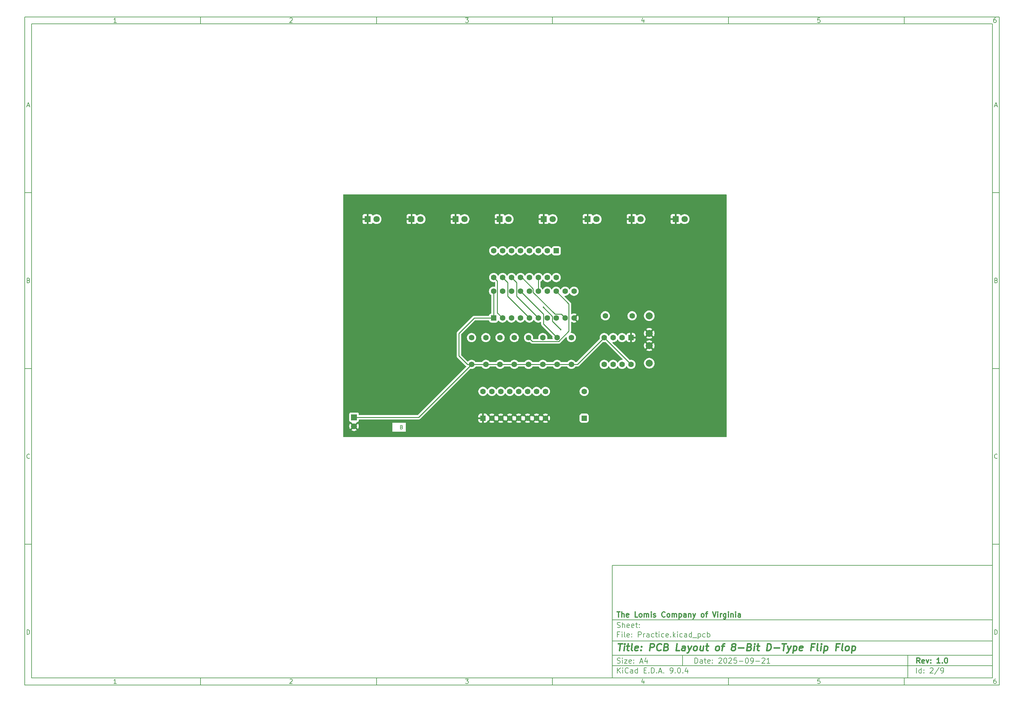
<source format=gbr>
%TF.GenerationSoftware,KiCad,Pcbnew,9.0.4*%
%TF.CreationDate,2025-09-21T01:33:26-04:00*%
%TF.ProjectId,Practice,50726163-7469-4636-952e-6b696361645f,1.0*%
%TF.SameCoordinates,Original*%
%TF.FileFunction,Copper,L2,Bot*%
%TF.FilePolarity,Positive*%
%FSLAX46Y46*%
G04 Gerber Fmt 4.6, Leading zero omitted, Abs format (unit mm)*
G04 Created by KiCad (PCBNEW 9.0.4) date 2025-09-21 01:33:26*
%MOMM*%
%LPD*%
G01*
G04 APERTURE LIST*
G04 Aperture macros list*
%AMRoundRect*
0 Rectangle with rounded corners*
0 $1 Rounding radius*
0 $2 $3 $4 $5 $6 $7 $8 $9 X,Y pos of 4 corners*
0 Add a 4 corners polygon primitive as box body*
4,1,4,$2,$3,$4,$5,$6,$7,$8,$9,$2,$3,0*
0 Add four circle primitives for the rounded corners*
1,1,$1+$1,$2,$3*
1,1,$1+$1,$4,$5*
1,1,$1+$1,$6,$7*
1,1,$1+$1,$8,$9*
0 Add four rect primitives between the rounded corners*
20,1,$1+$1,$2,$3,$4,$5,0*
20,1,$1+$1,$4,$5,$6,$7,0*
20,1,$1+$1,$6,$7,$8,$9,0*
20,1,$1+$1,$8,$9,$2,$3,0*%
G04 Aperture macros list end*
%ADD10C,0.100000*%
%ADD11C,0.150000*%
%ADD12C,0.300000*%
%ADD13C,0.400000*%
%ADD14C,0.200000*%
%TA.AperFunction,NonConductor*%
%ADD15C,0.200000*%
%TD*%
%TA.AperFunction,ComponentPad*%
%ADD16R,1.700000X1.700000*%
%TD*%
%TA.AperFunction,ComponentPad*%
%ADD17C,1.700000*%
%TD*%
%TA.AperFunction,ComponentPad*%
%ADD18C,1.800000*%
%TD*%
%TA.AperFunction,ComponentPad*%
%ADD19R,1.800000X1.800000*%
%TD*%
%TA.AperFunction,ComponentPad*%
%ADD20RoundRect,0.250000X-0.550000X0.550000X-0.550000X-0.550000X0.550000X-0.550000X0.550000X0.550000X0*%
%TD*%
%TA.AperFunction,ComponentPad*%
%ADD21C,1.600000*%
%TD*%
%TA.AperFunction,ComponentPad*%
%ADD22RoundRect,0.250000X0.550000X-0.550000X0.550000X0.550000X-0.550000X0.550000X-0.550000X-0.550000X0*%
%TD*%
%TA.AperFunction,ComponentPad*%
%ADD23C,2.000000*%
%TD*%
%TA.AperFunction,ViaPad*%
%ADD24C,0.457200*%
%TD*%
%TA.AperFunction,Conductor*%
%ADD25C,0.254000*%
%TD*%
G04 APERTURE END LIST*
D10*
D11*
X177002200Y-166007200D02*
X285002200Y-166007200D01*
X285002200Y-198007200D01*
X177002200Y-198007200D01*
X177002200Y-166007200D01*
D10*
D11*
X10000000Y-10000000D02*
X287002200Y-10000000D01*
X287002200Y-200007200D01*
X10000000Y-200007200D01*
X10000000Y-10000000D01*
D10*
D11*
X12000000Y-12000000D02*
X285002200Y-12000000D01*
X285002200Y-198007200D01*
X12000000Y-198007200D01*
X12000000Y-12000000D01*
D10*
D11*
X60000000Y-12000000D02*
X60000000Y-10000000D01*
D10*
D11*
X110000000Y-12000000D02*
X110000000Y-10000000D01*
D10*
D11*
X160000000Y-12000000D02*
X160000000Y-10000000D01*
D10*
D11*
X210000000Y-12000000D02*
X210000000Y-10000000D01*
D10*
D11*
X260000000Y-12000000D02*
X260000000Y-10000000D01*
D10*
D11*
X36089160Y-11593604D02*
X35346303Y-11593604D01*
X35717731Y-11593604D02*
X35717731Y-10293604D01*
X35717731Y-10293604D02*
X35593922Y-10479319D01*
X35593922Y-10479319D02*
X35470112Y-10603128D01*
X35470112Y-10603128D02*
X35346303Y-10665033D01*
D10*
D11*
X85346303Y-10417414D02*
X85408207Y-10355509D01*
X85408207Y-10355509D02*
X85532017Y-10293604D01*
X85532017Y-10293604D02*
X85841541Y-10293604D01*
X85841541Y-10293604D02*
X85965350Y-10355509D01*
X85965350Y-10355509D02*
X86027255Y-10417414D01*
X86027255Y-10417414D02*
X86089160Y-10541223D01*
X86089160Y-10541223D02*
X86089160Y-10665033D01*
X86089160Y-10665033D02*
X86027255Y-10850747D01*
X86027255Y-10850747D02*
X85284398Y-11593604D01*
X85284398Y-11593604D02*
X86089160Y-11593604D01*
D10*
D11*
X135284398Y-10293604D02*
X136089160Y-10293604D01*
X136089160Y-10293604D02*
X135655826Y-10788842D01*
X135655826Y-10788842D02*
X135841541Y-10788842D01*
X135841541Y-10788842D02*
X135965350Y-10850747D01*
X135965350Y-10850747D02*
X136027255Y-10912652D01*
X136027255Y-10912652D02*
X136089160Y-11036461D01*
X136089160Y-11036461D02*
X136089160Y-11345985D01*
X136089160Y-11345985D02*
X136027255Y-11469795D01*
X136027255Y-11469795D02*
X135965350Y-11531700D01*
X135965350Y-11531700D02*
X135841541Y-11593604D01*
X135841541Y-11593604D02*
X135470112Y-11593604D01*
X135470112Y-11593604D02*
X135346303Y-11531700D01*
X135346303Y-11531700D02*
X135284398Y-11469795D01*
D10*
D11*
X185965350Y-10726938D02*
X185965350Y-11593604D01*
X185655826Y-10231700D02*
X185346303Y-11160271D01*
X185346303Y-11160271D02*
X186151064Y-11160271D01*
D10*
D11*
X236027255Y-10293604D02*
X235408207Y-10293604D01*
X235408207Y-10293604D02*
X235346303Y-10912652D01*
X235346303Y-10912652D02*
X235408207Y-10850747D01*
X235408207Y-10850747D02*
X235532017Y-10788842D01*
X235532017Y-10788842D02*
X235841541Y-10788842D01*
X235841541Y-10788842D02*
X235965350Y-10850747D01*
X235965350Y-10850747D02*
X236027255Y-10912652D01*
X236027255Y-10912652D02*
X236089160Y-11036461D01*
X236089160Y-11036461D02*
X236089160Y-11345985D01*
X236089160Y-11345985D02*
X236027255Y-11469795D01*
X236027255Y-11469795D02*
X235965350Y-11531700D01*
X235965350Y-11531700D02*
X235841541Y-11593604D01*
X235841541Y-11593604D02*
X235532017Y-11593604D01*
X235532017Y-11593604D02*
X235408207Y-11531700D01*
X235408207Y-11531700D02*
X235346303Y-11469795D01*
D10*
D11*
X285965350Y-10293604D02*
X285717731Y-10293604D01*
X285717731Y-10293604D02*
X285593922Y-10355509D01*
X285593922Y-10355509D02*
X285532017Y-10417414D01*
X285532017Y-10417414D02*
X285408207Y-10603128D01*
X285408207Y-10603128D02*
X285346303Y-10850747D01*
X285346303Y-10850747D02*
X285346303Y-11345985D01*
X285346303Y-11345985D02*
X285408207Y-11469795D01*
X285408207Y-11469795D02*
X285470112Y-11531700D01*
X285470112Y-11531700D02*
X285593922Y-11593604D01*
X285593922Y-11593604D02*
X285841541Y-11593604D01*
X285841541Y-11593604D02*
X285965350Y-11531700D01*
X285965350Y-11531700D02*
X286027255Y-11469795D01*
X286027255Y-11469795D02*
X286089160Y-11345985D01*
X286089160Y-11345985D02*
X286089160Y-11036461D01*
X286089160Y-11036461D02*
X286027255Y-10912652D01*
X286027255Y-10912652D02*
X285965350Y-10850747D01*
X285965350Y-10850747D02*
X285841541Y-10788842D01*
X285841541Y-10788842D02*
X285593922Y-10788842D01*
X285593922Y-10788842D02*
X285470112Y-10850747D01*
X285470112Y-10850747D02*
X285408207Y-10912652D01*
X285408207Y-10912652D02*
X285346303Y-11036461D01*
D10*
D11*
X60000000Y-198007200D02*
X60000000Y-200007200D01*
D10*
D11*
X110000000Y-198007200D02*
X110000000Y-200007200D01*
D10*
D11*
X160000000Y-198007200D02*
X160000000Y-200007200D01*
D10*
D11*
X210000000Y-198007200D02*
X210000000Y-200007200D01*
D10*
D11*
X260000000Y-198007200D02*
X260000000Y-200007200D01*
D10*
D11*
X36089160Y-199600804D02*
X35346303Y-199600804D01*
X35717731Y-199600804D02*
X35717731Y-198300804D01*
X35717731Y-198300804D02*
X35593922Y-198486519D01*
X35593922Y-198486519D02*
X35470112Y-198610328D01*
X35470112Y-198610328D02*
X35346303Y-198672233D01*
D10*
D11*
X85346303Y-198424614D02*
X85408207Y-198362709D01*
X85408207Y-198362709D02*
X85532017Y-198300804D01*
X85532017Y-198300804D02*
X85841541Y-198300804D01*
X85841541Y-198300804D02*
X85965350Y-198362709D01*
X85965350Y-198362709D02*
X86027255Y-198424614D01*
X86027255Y-198424614D02*
X86089160Y-198548423D01*
X86089160Y-198548423D02*
X86089160Y-198672233D01*
X86089160Y-198672233D02*
X86027255Y-198857947D01*
X86027255Y-198857947D02*
X85284398Y-199600804D01*
X85284398Y-199600804D02*
X86089160Y-199600804D01*
D10*
D11*
X135284398Y-198300804D02*
X136089160Y-198300804D01*
X136089160Y-198300804D02*
X135655826Y-198796042D01*
X135655826Y-198796042D02*
X135841541Y-198796042D01*
X135841541Y-198796042D02*
X135965350Y-198857947D01*
X135965350Y-198857947D02*
X136027255Y-198919852D01*
X136027255Y-198919852D02*
X136089160Y-199043661D01*
X136089160Y-199043661D02*
X136089160Y-199353185D01*
X136089160Y-199353185D02*
X136027255Y-199476995D01*
X136027255Y-199476995D02*
X135965350Y-199538900D01*
X135965350Y-199538900D02*
X135841541Y-199600804D01*
X135841541Y-199600804D02*
X135470112Y-199600804D01*
X135470112Y-199600804D02*
X135346303Y-199538900D01*
X135346303Y-199538900D02*
X135284398Y-199476995D01*
D10*
D11*
X185965350Y-198734138D02*
X185965350Y-199600804D01*
X185655826Y-198238900D02*
X185346303Y-199167471D01*
X185346303Y-199167471D02*
X186151064Y-199167471D01*
D10*
D11*
X236027255Y-198300804D02*
X235408207Y-198300804D01*
X235408207Y-198300804D02*
X235346303Y-198919852D01*
X235346303Y-198919852D02*
X235408207Y-198857947D01*
X235408207Y-198857947D02*
X235532017Y-198796042D01*
X235532017Y-198796042D02*
X235841541Y-198796042D01*
X235841541Y-198796042D02*
X235965350Y-198857947D01*
X235965350Y-198857947D02*
X236027255Y-198919852D01*
X236027255Y-198919852D02*
X236089160Y-199043661D01*
X236089160Y-199043661D02*
X236089160Y-199353185D01*
X236089160Y-199353185D02*
X236027255Y-199476995D01*
X236027255Y-199476995D02*
X235965350Y-199538900D01*
X235965350Y-199538900D02*
X235841541Y-199600804D01*
X235841541Y-199600804D02*
X235532017Y-199600804D01*
X235532017Y-199600804D02*
X235408207Y-199538900D01*
X235408207Y-199538900D02*
X235346303Y-199476995D01*
D10*
D11*
X285965350Y-198300804D02*
X285717731Y-198300804D01*
X285717731Y-198300804D02*
X285593922Y-198362709D01*
X285593922Y-198362709D02*
X285532017Y-198424614D01*
X285532017Y-198424614D02*
X285408207Y-198610328D01*
X285408207Y-198610328D02*
X285346303Y-198857947D01*
X285346303Y-198857947D02*
X285346303Y-199353185D01*
X285346303Y-199353185D02*
X285408207Y-199476995D01*
X285408207Y-199476995D02*
X285470112Y-199538900D01*
X285470112Y-199538900D02*
X285593922Y-199600804D01*
X285593922Y-199600804D02*
X285841541Y-199600804D01*
X285841541Y-199600804D02*
X285965350Y-199538900D01*
X285965350Y-199538900D02*
X286027255Y-199476995D01*
X286027255Y-199476995D02*
X286089160Y-199353185D01*
X286089160Y-199353185D02*
X286089160Y-199043661D01*
X286089160Y-199043661D02*
X286027255Y-198919852D01*
X286027255Y-198919852D02*
X285965350Y-198857947D01*
X285965350Y-198857947D02*
X285841541Y-198796042D01*
X285841541Y-198796042D02*
X285593922Y-198796042D01*
X285593922Y-198796042D02*
X285470112Y-198857947D01*
X285470112Y-198857947D02*
X285408207Y-198919852D01*
X285408207Y-198919852D02*
X285346303Y-199043661D01*
D10*
D11*
X10000000Y-60000000D02*
X12000000Y-60000000D01*
D10*
D11*
X10000000Y-110000000D02*
X12000000Y-110000000D01*
D10*
D11*
X10000000Y-160000000D02*
X12000000Y-160000000D01*
D10*
D11*
X10690476Y-35222176D02*
X11309523Y-35222176D01*
X10566666Y-35593604D02*
X10999999Y-34293604D01*
X10999999Y-34293604D02*
X11433333Y-35593604D01*
D10*
D11*
X11092857Y-84912652D02*
X11278571Y-84974557D01*
X11278571Y-84974557D02*
X11340476Y-85036461D01*
X11340476Y-85036461D02*
X11402380Y-85160271D01*
X11402380Y-85160271D02*
X11402380Y-85345985D01*
X11402380Y-85345985D02*
X11340476Y-85469795D01*
X11340476Y-85469795D02*
X11278571Y-85531700D01*
X11278571Y-85531700D02*
X11154761Y-85593604D01*
X11154761Y-85593604D02*
X10659523Y-85593604D01*
X10659523Y-85593604D02*
X10659523Y-84293604D01*
X10659523Y-84293604D02*
X11092857Y-84293604D01*
X11092857Y-84293604D02*
X11216666Y-84355509D01*
X11216666Y-84355509D02*
X11278571Y-84417414D01*
X11278571Y-84417414D02*
X11340476Y-84541223D01*
X11340476Y-84541223D02*
X11340476Y-84665033D01*
X11340476Y-84665033D02*
X11278571Y-84788842D01*
X11278571Y-84788842D02*
X11216666Y-84850747D01*
X11216666Y-84850747D02*
X11092857Y-84912652D01*
X11092857Y-84912652D02*
X10659523Y-84912652D01*
D10*
D11*
X11402380Y-135469795D02*
X11340476Y-135531700D01*
X11340476Y-135531700D02*
X11154761Y-135593604D01*
X11154761Y-135593604D02*
X11030952Y-135593604D01*
X11030952Y-135593604D02*
X10845238Y-135531700D01*
X10845238Y-135531700D02*
X10721428Y-135407890D01*
X10721428Y-135407890D02*
X10659523Y-135284080D01*
X10659523Y-135284080D02*
X10597619Y-135036461D01*
X10597619Y-135036461D02*
X10597619Y-134850747D01*
X10597619Y-134850747D02*
X10659523Y-134603128D01*
X10659523Y-134603128D02*
X10721428Y-134479319D01*
X10721428Y-134479319D02*
X10845238Y-134355509D01*
X10845238Y-134355509D02*
X11030952Y-134293604D01*
X11030952Y-134293604D02*
X11154761Y-134293604D01*
X11154761Y-134293604D02*
X11340476Y-134355509D01*
X11340476Y-134355509D02*
X11402380Y-134417414D01*
D10*
D11*
X10659523Y-185593604D02*
X10659523Y-184293604D01*
X10659523Y-184293604D02*
X10969047Y-184293604D01*
X10969047Y-184293604D02*
X11154761Y-184355509D01*
X11154761Y-184355509D02*
X11278571Y-184479319D01*
X11278571Y-184479319D02*
X11340476Y-184603128D01*
X11340476Y-184603128D02*
X11402380Y-184850747D01*
X11402380Y-184850747D02*
X11402380Y-185036461D01*
X11402380Y-185036461D02*
X11340476Y-185284080D01*
X11340476Y-185284080D02*
X11278571Y-185407890D01*
X11278571Y-185407890D02*
X11154761Y-185531700D01*
X11154761Y-185531700D02*
X10969047Y-185593604D01*
X10969047Y-185593604D02*
X10659523Y-185593604D01*
D10*
D11*
X287002200Y-60000000D02*
X285002200Y-60000000D01*
D10*
D11*
X287002200Y-110000000D02*
X285002200Y-110000000D01*
D10*
D11*
X287002200Y-160000000D02*
X285002200Y-160000000D01*
D10*
D11*
X285692676Y-35222176D02*
X286311723Y-35222176D01*
X285568866Y-35593604D02*
X286002199Y-34293604D01*
X286002199Y-34293604D02*
X286435533Y-35593604D01*
D10*
D11*
X286095057Y-84912652D02*
X286280771Y-84974557D01*
X286280771Y-84974557D02*
X286342676Y-85036461D01*
X286342676Y-85036461D02*
X286404580Y-85160271D01*
X286404580Y-85160271D02*
X286404580Y-85345985D01*
X286404580Y-85345985D02*
X286342676Y-85469795D01*
X286342676Y-85469795D02*
X286280771Y-85531700D01*
X286280771Y-85531700D02*
X286156961Y-85593604D01*
X286156961Y-85593604D02*
X285661723Y-85593604D01*
X285661723Y-85593604D02*
X285661723Y-84293604D01*
X285661723Y-84293604D02*
X286095057Y-84293604D01*
X286095057Y-84293604D02*
X286218866Y-84355509D01*
X286218866Y-84355509D02*
X286280771Y-84417414D01*
X286280771Y-84417414D02*
X286342676Y-84541223D01*
X286342676Y-84541223D02*
X286342676Y-84665033D01*
X286342676Y-84665033D02*
X286280771Y-84788842D01*
X286280771Y-84788842D02*
X286218866Y-84850747D01*
X286218866Y-84850747D02*
X286095057Y-84912652D01*
X286095057Y-84912652D02*
X285661723Y-84912652D01*
D10*
D11*
X286404580Y-135469795D02*
X286342676Y-135531700D01*
X286342676Y-135531700D02*
X286156961Y-135593604D01*
X286156961Y-135593604D02*
X286033152Y-135593604D01*
X286033152Y-135593604D02*
X285847438Y-135531700D01*
X285847438Y-135531700D02*
X285723628Y-135407890D01*
X285723628Y-135407890D02*
X285661723Y-135284080D01*
X285661723Y-135284080D02*
X285599819Y-135036461D01*
X285599819Y-135036461D02*
X285599819Y-134850747D01*
X285599819Y-134850747D02*
X285661723Y-134603128D01*
X285661723Y-134603128D02*
X285723628Y-134479319D01*
X285723628Y-134479319D02*
X285847438Y-134355509D01*
X285847438Y-134355509D02*
X286033152Y-134293604D01*
X286033152Y-134293604D02*
X286156961Y-134293604D01*
X286156961Y-134293604D02*
X286342676Y-134355509D01*
X286342676Y-134355509D02*
X286404580Y-134417414D01*
D10*
D11*
X285661723Y-185593604D02*
X285661723Y-184293604D01*
X285661723Y-184293604D02*
X285971247Y-184293604D01*
X285971247Y-184293604D02*
X286156961Y-184355509D01*
X286156961Y-184355509D02*
X286280771Y-184479319D01*
X286280771Y-184479319D02*
X286342676Y-184603128D01*
X286342676Y-184603128D02*
X286404580Y-184850747D01*
X286404580Y-184850747D02*
X286404580Y-185036461D01*
X286404580Y-185036461D02*
X286342676Y-185284080D01*
X286342676Y-185284080D02*
X286280771Y-185407890D01*
X286280771Y-185407890D02*
X286156961Y-185531700D01*
X286156961Y-185531700D02*
X285971247Y-185593604D01*
X285971247Y-185593604D02*
X285661723Y-185593604D01*
D10*
D11*
X200458026Y-193793328D02*
X200458026Y-192293328D01*
X200458026Y-192293328D02*
X200815169Y-192293328D01*
X200815169Y-192293328D02*
X201029455Y-192364757D01*
X201029455Y-192364757D02*
X201172312Y-192507614D01*
X201172312Y-192507614D02*
X201243741Y-192650471D01*
X201243741Y-192650471D02*
X201315169Y-192936185D01*
X201315169Y-192936185D02*
X201315169Y-193150471D01*
X201315169Y-193150471D02*
X201243741Y-193436185D01*
X201243741Y-193436185D02*
X201172312Y-193579042D01*
X201172312Y-193579042D02*
X201029455Y-193721900D01*
X201029455Y-193721900D02*
X200815169Y-193793328D01*
X200815169Y-193793328D02*
X200458026Y-193793328D01*
X202600884Y-193793328D02*
X202600884Y-193007614D01*
X202600884Y-193007614D02*
X202529455Y-192864757D01*
X202529455Y-192864757D02*
X202386598Y-192793328D01*
X202386598Y-192793328D02*
X202100884Y-192793328D01*
X202100884Y-192793328D02*
X201958026Y-192864757D01*
X202600884Y-193721900D02*
X202458026Y-193793328D01*
X202458026Y-193793328D02*
X202100884Y-193793328D01*
X202100884Y-193793328D02*
X201958026Y-193721900D01*
X201958026Y-193721900D02*
X201886598Y-193579042D01*
X201886598Y-193579042D02*
X201886598Y-193436185D01*
X201886598Y-193436185D02*
X201958026Y-193293328D01*
X201958026Y-193293328D02*
X202100884Y-193221900D01*
X202100884Y-193221900D02*
X202458026Y-193221900D01*
X202458026Y-193221900D02*
X202600884Y-193150471D01*
X203100884Y-192793328D02*
X203672312Y-192793328D01*
X203315169Y-192293328D02*
X203315169Y-193579042D01*
X203315169Y-193579042D02*
X203386598Y-193721900D01*
X203386598Y-193721900D02*
X203529455Y-193793328D01*
X203529455Y-193793328D02*
X203672312Y-193793328D01*
X204743741Y-193721900D02*
X204600884Y-193793328D01*
X204600884Y-193793328D02*
X204315170Y-193793328D01*
X204315170Y-193793328D02*
X204172312Y-193721900D01*
X204172312Y-193721900D02*
X204100884Y-193579042D01*
X204100884Y-193579042D02*
X204100884Y-193007614D01*
X204100884Y-193007614D02*
X204172312Y-192864757D01*
X204172312Y-192864757D02*
X204315170Y-192793328D01*
X204315170Y-192793328D02*
X204600884Y-192793328D01*
X204600884Y-192793328D02*
X204743741Y-192864757D01*
X204743741Y-192864757D02*
X204815170Y-193007614D01*
X204815170Y-193007614D02*
X204815170Y-193150471D01*
X204815170Y-193150471D02*
X204100884Y-193293328D01*
X205458026Y-193650471D02*
X205529455Y-193721900D01*
X205529455Y-193721900D02*
X205458026Y-193793328D01*
X205458026Y-193793328D02*
X205386598Y-193721900D01*
X205386598Y-193721900D02*
X205458026Y-193650471D01*
X205458026Y-193650471D02*
X205458026Y-193793328D01*
X205458026Y-192864757D02*
X205529455Y-192936185D01*
X205529455Y-192936185D02*
X205458026Y-193007614D01*
X205458026Y-193007614D02*
X205386598Y-192936185D01*
X205386598Y-192936185D02*
X205458026Y-192864757D01*
X205458026Y-192864757D02*
X205458026Y-193007614D01*
X207243741Y-192436185D02*
X207315169Y-192364757D01*
X207315169Y-192364757D02*
X207458027Y-192293328D01*
X207458027Y-192293328D02*
X207815169Y-192293328D01*
X207815169Y-192293328D02*
X207958027Y-192364757D01*
X207958027Y-192364757D02*
X208029455Y-192436185D01*
X208029455Y-192436185D02*
X208100884Y-192579042D01*
X208100884Y-192579042D02*
X208100884Y-192721900D01*
X208100884Y-192721900D02*
X208029455Y-192936185D01*
X208029455Y-192936185D02*
X207172312Y-193793328D01*
X207172312Y-193793328D02*
X208100884Y-193793328D01*
X209029455Y-192293328D02*
X209172312Y-192293328D01*
X209172312Y-192293328D02*
X209315169Y-192364757D01*
X209315169Y-192364757D02*
X209386598Y-192436185D01*
X209386598Y-192436185D02*
X209458026Y-192579042D01*
X209458026Y-192579042D02*
X209529455Y-192864757D01*
X209529455Y-192864757D02*
X209529455Y-193221900D01*
X209529455Y-193221900D02*
X209458026Y-193507614D01*
X209458026Y-193507614D02*
X209386598Y-193650471D01*
X209386598Y-193650471D02*
X209315169Y-193721900D01*
X209315169Y-193721900D02*
X209172312Y-193793328D01*
X209172312Y-193793328D02*
X209029455Y-193793328D01*
X209029455Y-193793328D02*
X208886598Y-193721900D01*
X208886598Y-193721900D02*
X208815169Y-193650471D01*
X208815169Y-193650471D02*
X208743740Y-193507614D01*
X208743740Y-193507614D02*
X208672312Y-193221900D01*
X208672312Y-193221900D02*
X208672312Y-192864757D01*
X208672312Y-192864757D02*
X208743740Y-192579042D01*
X208743740Y-192579042D02*
X208815169Y-192436185D01*
X208815169Y-192436185D02*
X208886598Y-192364757D01*
X208886598Y-192364757D02*
X209029455Y-192293328D01*
X210100883Y-192436185D02*
X210172311Y-192364757D01*
X210172311Y-192364757D02*
X210315169Y-192293328D01*
X210315169Y-192293328D02*
X210672311Y-192293328D01*
X210672311Y-192293328D02*
X210815169Y-192364757D01*
X210815169Y-192364757D02*
X210886597Y-192436185D01*
X210886597Y-192436185D02*
X210958026Y-192579042D01*
X210958026Y-192579042D02*
X210958026Y-192721900D01*
X210958026Y-192721900D02*
X210886597Y-192936185D01*
X210886597Y-192936185D02*
X210029454Y-193793328D01*
X210029454Y-193793328D02*
X210958026Y-193793328D01*
X212315168Y-192293328D02*
X211600882Y-192293328D01*
X211600882Y-192293328D02*
X211529454Y-193007614D01*
X211529454Y-193007614D02*
X211600882Y-192936185D01*
X211600882Y-192936185D02*
X211743740Y-192864757D01*
X211743740Y-192864757D02*
X212100882Y-192864757D01*
X212100882Y-192864757D02*
X212243740Y-192936185D01*
X212243740Y-192936185D02*
X212315168Y-193007614D01*
X212315168Y-193007614D02*
X212386597Y-193150471D01*
X212386597Y-193150471D02*
X212386597Y-193507614D01*
X212386597Y-193507614D02*
X212315168Y-193650471D01*
X212315168Y-193650471D02*
X212243740Y-193721900D01*
X212243740Y-193721900D02*
X212100882Y-193793328D01*
X212100882Y-193793328D02*
X211743740Y-193793328D01*
X211743740Y-193793328D02*
X211600882Y-193721900D01*
X211600882Y-193721900D02*
X211529454Y-193650471D01*
X213029453Y-193221900D02*
X214172311Y-193221900D01*
X215172311Y-192293328D02*
X215315168Y-192293328D01*
X215315168Y-192293328D02*
X215458025Y-192364757D01*
X215458025Y-192364757D02*
X215529454Y-192436185D01*
X215529454Y-192436185D02*
X215600882Y-192579042D01*
X215600882Y-192579042D02*
X215672311Y-192864757D01*
X215672311Y-192864757D02*
X215672311Y-193221900D01*
X215672311Y-193221900D02*
X215600882Y-193507614D01*
X215600882Y-193507614D02*
X215529454Y-193650471D01*
X215529454Y-193650471D02*
X215458025Y-193721900D01*
X215458025Y-193721900D02*
X215315168Y-193793328D01*
X215315168Y-193793328D02*
X215172311Y-193793328D01*
X215172311Y-193793328D02*
X215029454Y-193721900D01*
X215029454Y-193721900D02*
X214958025Y-193650471D01*
X214958025Y-193650471D02*
X214886596Y-193507614D01*
X214886596Y-193507614D02*
X214815168Y-193221900D01*
X214815168Y-193221900D02*
X214815168Y-192864757D01*
X214815168Y-192864757D02*
X214886596Y-192579042D01*
X214886596Y-192579042D02*
X214958025Y-192436185D01*
X214958025Y-192436185D02*
X215029454Y-192364757D01*
X215029454Y-192364757D02*
X215172311Y-192293328D01*
X216386596Y-193793328D02*
X216672310Y-193793328D01*
X216672310Y-193793328D02*
X216815167Y-193721900D01*
X216815167Y-193721900D02*
X216886596Y-193650471D01*
X216886596Y-193650471D02*
X217029453Y-193436185D01*
X217029453Y-193436185D02*
X217100882Y-193150471D01*
X217100882Y-193150471D02*
X217100882Y-192579042D01*
X217100882Y-192579042D02*
X217029453Y-192436185D01*
X217029453Y-192436185D02*
X216958025Y-192364757D01*
X216958025Y-192364757D02*
X216815167Y-192293328D01*
X216815167Y-192293328D02*
X216529453Y-192293328D01*
X216529453Y-192293328D02*
X216386596Y-192364757D01*
X216386596Y-192364757D02*
X216315167Y-192436185D01*
X216315167Y-192436185D02*
X216243739Y-192579042D01*
X216243739Y-192579042D02*
X216243739Y-192936185D01*
X216243739Y-192936185D02*
X216315167Y-193079042D01*
X216315167Y-193079042D02*
X216386596Y-193150471D01*
X216386596Y-193150471D02*
X216529453Y-193221900D01*
X216529453Y-193221900D02*
X216815167Y-193221900D01*
X216815167Y-193221900D02*
X216958025Y-193150471D01*
X216958025Y-193150471D02*
X217029453Y-193079042D01*
X217029453Y-193079042D02*
X217100882Y-192936185D01*
X217743738Y-193221900D02*
X218886596Y-193221900D01*
X219529453Y-192436185D02*
X219600881Y-192364757D01*
X219600881Y-192364757D02*
X219743739Y-192293328D01*
X219743739Y-192293328D02*
X220100881Y-192293328D01*
X220100881Y-192293328D02*
X220243739Y-192364757D01*
X220243739Y-192364757D02*
X220315167Y-192436185D01*
X220315167Y-192436185D02*
X220386596Y-192579042D01*
X220386596Y-192579042D02*
X220386596Y-192721900D01*
X220386596Y-192721900D02*
X220315167Y-192936185D01*
X220315167Y-192936185D02*
X219458024Y-193793328D01*
X219458024Y-193793328D02*
X220386596Y-193793328D01*
X221815167Y-193793328D02*
X220958024Y-193793328D01*
X221386595Y-193793328D02*
X221386595Y-192293328D01*
X221386595Y-192293328D02*
X221243738Y-192507614D01*
X221243738Y-192507614D02*
X221100881Y-192650471D01*
X221100881Y-192650471D02*
X220958024Y-192721900D01*
D10*
D11*
X177002200Y-194507200D02*
X285002200Y-194507200D01*
D10*
D11*
X178458026Y-196593328D02*
X178458026Y-195093328D01*
X179315169Y-196593328D02*
X178672312Y-195736185D01*
X179315169Y-195093328D02*
X178458026Y-195950471D01*
X179958026Y-196593328D02*
X179958026Y-195593328D01*
X179958026Y-195093328D02*
X179886598Y-195164757D01*
X179886598Y-195164757D02*
X179958026Y-195236185D01*
X179958026Y-195236185D02*
X180029455Y-195164757D01*
X180029455Y-195164757D02*
X179958026Y-195093328D01*
X179958026Y-195093328D02*
X179958026Y-195236185D01*
X181529455Y-196450471D02*
X181458027Y-196521900D01*
X181458027Y-196521900D02*
X181243741Y-196593328D01*
X181243741Y-196593328D02*
X181100884Y-196593328D01*
X181100884Y-196593328D02*
X180886598Y-196521900D01*
X180886598Y-196521900D02*
X180743741Y-196379042D01*
X180743741Y-196379042D02*
X180672312Y-196236185D01*
X180672312Y-196236185D02*
X180600884Y-195950471D01*
X180600884Y-195950471D02*
X180600884Y-195736185D01*
X180600884Y-195736185D02*
X180672312Y-195450471D01*
X180672312Y-195450471D02*
X180743741Y-195307614D01*
X180743741Y-195307614D02*
X180886598Y-195164757D01*
X180886598Y-195164757D02*
X181100884Y-195093328D01*
X181100884Y-195093328D02*
X181243741Y-195093328D01*
X181243741Y-195093328D02*
X181458027Y-195164757D01*
X181458027Y-195164757D02*
X181529455Y-195236185D01*
X182815170Y-196593328D02*
X182815170Y-195807614D01*
X182815170Y-195807614D02*
X182743741Y-195664757D01*
X182743741Y-195664757D02*
X182600884Y-195593328D01*
X182600884Y-195593328D02*
X182315170Y-195593328D01*
X182315170Y-195593328D02*
X182172312Y-195664757D01*
X182815170Y-196521900D02*
X182672312Y-196593328D01*
X182672312Y-196593328D02*
X182315170Y-196593328D01*
X182315170Y-196593328D02*
X182172312Y-196521900D01*
X182172312Y-196521900D02*
X182100884Y-196379042D01*
X182100884Y-196379042D02*
X182100884Y-196236185D01*
X182100884Y-196236185D02*
X182172312Y-196093328D01*
X182172312Y-196093328D02*
X182315170Y-196021900D01*
X182315170Y-196021900D02*
X182672312Y-196021900D01*
X182672312Y-196021900D02*
X182815170Y-195950471D01*
X184172313Y-196593328D02*
X184172313Y-195093328D01*
X184172313Y-196521900D02*
X184029455Y-196593328D01*
X184029455Y-196593328D02*
X183743741Y-196593328D01*
X183743741Y-196593328D02*
X183600884Y-196521900D01*
X183600884Y-196521900D02*
X183529455Y-196450471D01*
X183529455Y-196450471D02*
X183458027Y-196307614D01*
X183458027Y-196307614D02*
X183458027Y-195879042D01*
X183458027Y-195879042D02*
X183529455Y-195736185D01*
X183529455Y-195736185D02*
X183600884Y-195664757D01*
X183600884Y-195664757D02*
X183743741Y-195593328D01*
X183743741Y-195593328D02*
X184029455Y-195593328D01*
X184029455Y-195593328D02*
X184172313Y-195664757D01*
X186029455Y-195807614D02*
X186529455Y-195807614D01*
X186743741Y-196593328D02*
X186029455Y-196593328D01*
X186029455Y-196593328D02*
X186029455Y-195093328D01*
X186029455Y-195093328D02*
X186743741Y-195093328D01*
X187386598Y-196450471D02*
X187458027Y-196521900D01*
X187458027Y-196521900D02*
X187386598Y-196593328D01*
X187386598Y-196593328D02*
X187315170Y-196521900D01*
X187315170Y-196521900D02*
X187386598Y-196450471D01*
X187386598Y-196450471D02*
X187386598Y-196593328D01*
X188100884Y-196593328D02*
X188100884Y-195093328D01*
X188100884Y-195093328D02*
X188458027Y-195093328D01*
X188458027Y-195093328D02*
X188672313Y-195164757D01*
X188672313Y-195164757D02*
X188815170Y-195307614D01*
X188815170Y-195307614D02*
X188886599Y-195450471D01*
X188886599Y-195450471D02*
X188958027Y-195736185D01*
X188958027Y-195736185D02*
X188958027Y-195950471D01*
X188958027Y-195950471D02*
X188886599Y-196236185D01*
X188886599Y-196236185D02*
X188815170Y-196379042D01*
X188815170Y-196379042D02*
X188672313Y-196521900D01*
X188672313Y-196521900D02*
X188458027Y-196593328D01*
X188458027Y-196593328D02*
X188100884Y-196593328D01*
X189600884Y-196450471D02*
X189672313Y-196521900D01*
X189672313Y-196521900D02*
X189600884Y-196593328D01*
X189600884Y-196593328D02*
X189529456Y-196521900D01*
X189529456Y-196521900D02*
X189600884Y-196450471D01*
X189600884Y-196450471D02*
X189600884Y-196593328D01*
X190243742Y-196164757D02*
X190958028Y-196164757D01*
X190100885Y-196593328D02*
X190600885Y-195093328D01*
X190600885Y-195093328D02*
X191100885Y-196593328D01*
X191600884Y-196450471D02*
X191672313Y-196521900D01*
X191672313Y-196521900D02*
X191600884Y-196593328D01*
X191600884Y-196593328D02*
X191529456Y-196521900D01*
X191529456Y-196521900D02*
X191600884Y-196450471D01*
X191600884Y-196450471D02*
X191600884Y-196593328D01*
X193529456Y-196593328D02*
X193815170Y-196593328D01*
X193815170Y-196593328D02*
X193958027Y-196521900D01*
X193958027Y-196521900D02*
X194029456Y-196450471D01*
X194029456Y-196450471D02*
X194172313Y-196236185D01*
X194172313Y-196236185D02*
X194243742Y-195950471D01*
X194243742Y-195950471D02*
X194243742Y-195379042D01*
X194243742Y-195379042D02*
X194172313Y-195236185D01*
X194172313Y-195236185D02*
X194100885Y-195164757D01*
X194100885Y-195164757D02*
X193958027Y-195093328D01*
X193958027Y-195093328D02*
X193672313Y-195093328D01*
X193672313Y-195093328D02*
X193529456Y-195164757D01*
X193529456Y-195164757D02*
X193458027Y-195236185D01*
X193458027Y-195236185D02*
X193386599Y-195379042D01*
X193386599Y-195379042D02*
X193386599Y-195736185D01*
X193386599Y-195736185D02*
X193458027Y-195879042D01*
X193458027Y-195879042D02*
X193529456Y-195950471D01*
X193529456Y-195950471D02*
X193672313Y-196021900D01*
X193672313Y-196021900D02*
X193958027Y-196021900D01*
X193958027Y-196021900D02*
X194100885Y-195950471D01*
X194100885Y-195950471D02*
X194172313Y-195879042D01*
X194172313Y-195879042D02*
X194243742Y-195736185D01*
X194886598Y-196450471D02*
X194958027Y-196521900D01*
X194958027Y-196521900D02*
X194886598Y-196593328D01*
X194886598Y-196593328D02*
X194815170Y-196521900D01*
X194815170Y-196521900D02*
X194886598Y-196450471D01*
X194886598Y-196450471D02*
X194886598Y-196593328D01*
X195886599Y-195093328D02*
X196029456Y-195093328D01*
X196029456Y-195093328D02*
X196172313Y-195164757D01*
X196172313Y-195164757D02*
X196243742Y-195236185D01*
X196243742Y-195236185D02*
X196315170Y-195379042D01*
X196315170Y-195379042D02*
X196386599Y-195664757D01*
X196386599Y-195664757D02*
X196386599Y-196021900D01*
X196386599Y-196021900D02*
X196315170Y-196307614D01*
X196315170Y-196307614D02*
X196243742Y-196450471D01*
X196243742Y-196450471D02*
X196172313Y-196521900D01*
X196172313Y-196521900D02*
X196029456Y-196593328D01*
X196029456Y-196593328D02*
X195886599Y-196593328D01*
X195886599Y-196593328D02*
X195743742Y-196521900D01*
X195743742Y-196521900D02*
X195672313Y-196450471D01*
X195672313Y-196450471D02*
X195600884Y-196307614D01*
X195600884Y-196307614D02*
X195529456Y-196021900D01*
X195529456Y-196021900D02*
X195529456Y-195664757D01*
X195529456Y-195664757D02*
X195600884Y-195379042D01*
X195600884Y-195379042D02*
X195672313Y-195236185D01*
X195672313Y-195236185D02*
X195743742Y-195164757D01*
X195743742Y-195164757D02*
X195886599Y-195093328D01*
X197029455Y-196450471D02*
X197100884Y-196521900D01*
X197100884Y-196521900D02*
X197029455Y-196593328D01*
X197029455Y-196593328D02*
X196958027Y-196521900D01*
X196958027Y-196521900D02*
X197029455Y-196450471D01*
X197029455Y-196450471D02*
X197029455Y-196593328D01*
X198386599Y-195593328D02*
X198386599Y-196593328D01*
X198029456Y-195021900D02*
X197672313Y-196093328D01*
X197672313Y-196093328D02*
X198600884Y-196093328D01*
D10*
D11*
X177002200Y-191507200D02*
X285002200Y-191507200D01*
D10*
D12*
X264413853Y-193785528D02*
X263913853Y-193071242D01*
X263556710Y-193785528D02*
X263556710Y-192285528D01*
X263556710Y-192285528D02*
X264128139Y-192285528D01*
X264128139Y-192285528D02*
X264270996Y-192356957D01*
X264270996Y-192356957D02*
X264342425Y-192428385D01*
X264342425Y-192428385D02*
X264413853Y-192571242D01*
X264413853Y-192571242D02*
X264413853Y-192785528D01*
X264413853Y-192785528D02*
X264342425Y-192928385D01*
X264342425Y-192928385D02*
X264270996Y-192999814D01*
X264270996Y-192999814D02*
X264128139Y-193071242D01*
X264128139Y-193071242D02*
X263556710Y-193071242D01*
X265628139Y-193714100D02*
X265485282Y-193785528D01*
X265485282Y-193785528D02*
X265199568Y-193785528D01*
X265199568Y-193785528D02*
X265056710Y-193714100D01*
X265056710Y-193714100D02*
X264985282Y-193571242D01*
X264985282Y-193571242D02*
X264985282Y-192999814D01*
X264985282Y-192999814D02*
X265056710Y-192856957D01*
X265056710Y-192856957D02*
X265199568Y-192785528D01*
X265199568Y-192785528D02*
X265485282Y-192785528D01*
X265485282Y-192785528D02*
X265628139Y-192856957D01*
X265628139Y-192856957D02*
X265699568Y-192999814D01*
X265699568Y-192999814D02*
X265699568Y-193142671D01*
X265699568Y-193142671D02*
X264985282Y-193285528D01*
X266199567Y-192785528D02*
X266556710Y-193785528D01*
X266556710Y-193785528D02*
X266913853Y-192785528D01*
X267485281Y-193642671D02*
X267556710Y-193714100D01*
X267556710Y-193714100D02*
X267485281Y-193785528D01*
X267485281Y-193785528D02*
X267413853Y-193714100D01*
X267413853Y-193714100D02*
X267485281Y-193642671D01*
X267485281Y-193642671D02*
X267485281Y-193785528D01*
X267485281Y-192856957D02*
X267556710Y-192928385D01*
X267556710Y-192928385D02*
X267485281Y-192999814D01*
X267485281Y-192999814D02*
X267413853Y-192928385D01*
X267413853Y-192928385D02*
X267485281Y-192856957D01*
X267485281Y-192856957D02*
X267485281Y-192999814D01*
X270128139Y-193785528D02*
X269270996Y-193785528D01*
X269699567Y-193785528D02*
X269699567Y-192285528D01*
X269699567Y-192285528D02*
X269556710Y-192499814D01*
X269556710Y-192499814D02*
X269413853Y-192642671D01*
X269413853Y-192642671D02*
X269270996Y-192714100D01*
X270770995Y-193642671D02*
X270842424Y-193714100D01*
X270842424Y-193714100D02*
X270770995Y-193785528D01*
X270770995Y-193785528D02*
X270699567Y-193714100D01*
X270699567Y-193714100D02*
X270770995Y-193642671D01*
X270770995Y-193642671D02*
X270770995Y-193785528D01*
X271770996Y-192285528D02*
X271913853Y-192285528D01*
X271913853Y-192285528D02*
X272056710Y-192356957D01*
X272056710Y-192356957D02*
X272128139Y-192428385D01*
X272128139Y-192428385D02*
X272199567Y-192571242D01*
X272199567Y-192571242D02*
X272270996Y-192856957D01*
X272270996Y-192856957D02*
X272270996Y-193214100D01*
X272270996Y-193214100D02*
X272199567Y-193499814D01*
X272199567Y-193499814D02*
X272128139Y-193642671D01*
X272128139Y-193642671D02*
X272056710Y-193714100D01*
X272056710Y-193714100D02*
X271913853Y-193785528D01*
X271913853Y-193785528D02*
X271770996Y-193785528D01*
X271770996Y-193785528D02*
X271628139Y-193714100D01*
X271628139Y-193714100D02*
X271556710Y-193642671D01*
X271556710Y-193642671D02*
X271485281Y-193499814D01*
X271485281Y-193499814D02*
X271413853Y-193214100D01*
X271413853Y-193214100D02*
X271413853Y-192856957D01*
X271413853Y-192856957D02*
X271485281Y-192571242D01*
X271485281Y-192571242D02*
X271556710Y-192428385D01*
X271556710Y-192428385D02*
X271628139Y-192356957D01*
X271628139Y-192356957D02*
X271770996Y-192285528D01*
D10*
D11*
X178386598Y-193721900D02*
X178600884Y-193793328D01*
X178600884Y-193793328D02*
X178958026Y-193793328D01*
X178958026Y-193793328D02*
X179100884Y-193721900D01*
X179100884Y-193721900D02*
X179172312Y-193650471D01*
X179172312Y-193650471D02*
X179243741Y-193507614D01*
X179243741Y-193507614D02*
X179243741Y-193364757D01*
X179243741Y-193364757D02*
X179172312Y-193221900D01*
X179172312Y-193221900D02*
X179100884Y-193150471D01*
X179100884Y-193150471D02*
X178958026Y-193079042D01*
X178958026Y-193079042D02*
X178672312Y-193007614D01*
X178672312Y-193007614D02*
X178529455Y-192936185D01*
X178529455Y-192936185D02*
X178458026Y-192864757D01*
X178458026Y-192864757D02*
X178386598Y-192721900D01*
X178386598Y-192721900D02*
X178386598Y-192579042D01*
X178386598Y-192579042D02*
X178458026Y-192436185D01*
X178458026Y-192436185D02*
X178529455Y-192364757D01*
X178529455Y-192364757D02*
X178672312Y-192293328D01*
X178672312Y-192293328D02*
X179029455Y-192293328D01*
X179029455Y-192293328D02*
X179243741Y-192364757D01*
X179886597Y-193793328D02*
X179886597Y-192793328D01*
X179886597Y-192293328D02*
X179815169Y-192364757D01*
X179815169Y-192364757D02*
X179886597Y-192436185D01*
X179886597Y-192436185D02*
X179958026Y-192364757D01*
X179958026Y-192364757D02*
X179886597Y-192293328D01*
X179886597Y-192293328D02*
X179886597Y-192436185D01*
X180458026Y-192793328D02*
X181243741Y-192793328D01*
X181243741Y-192793328D02*
X180458026Y-193793328D01*
X180458026Y-193793328D02*
X181243741Y-193793328D01*
X182386598Y-193721900D02*
X182243741Y-193793328D01*
X182243741Y-193793328D02*
X181958027Y-193793328D01*
X181958027Y-193793328D02*
X181815169Y-193721900D01*
X181815169Y-193721900D02*
X181743741Y-193579042D01*
X181743741Y-193579042D02*
X181743741Y-193007614D01*
X181743741Y-193007614D02*
X181815169Y-192864757D01*
X181815169Y-192864757D02*
X181958027Y-192793328D01*
X181958027Y-192793328D02*
X182243741Y-192793328D01*
X182243741Y-192793328D02*
X182386598Y-192864757D01*
X182386598Y-192864757D02*
X182458027Y-193007614D01*
X182458027Y-193007614D02*
X182458027Y-193150471D01*
X182458027Y-193150471D02*
X181743741Y-193293328D01*
X183100883Y-193650471D02*
X183172312Y-193721900D01*
X183172312Y-193721900D02*
X183100883Y-193793328D01*
X183100883Y-193793328D02*
X183029455Y-193721900D01*
X183029455Y-193721900D02*
X183100883Y-193650471D01*
X183100883Y-193650471D02*
X183100883Y-193793328D01*
X183100883Y-192864757D02*
X183172312Y-192936185D01*
X183172312Y-192936185D02*
X183100883Y-193007614D01*
X183100883Y-193007614D02*
X183029455Y-192936185D01*
X183029455Y-192936185D02*
X183100883Y-192864757D01*
X183100883Y-192864757D02*
X183100883Y-193007614D01*
X184886598Y-193364757D02*
X185600884Y-193364757D01*
X184743741Y-193793328D02*
X185243741Y-192293328D01*
X185243741Y-192293328D02*
X185743741Y-193793328D01*
X186886598Y-192793328D02*
X186886598Y-193793328D01*
X186529455Y-192221900D02*
X186172312Y-193293328D01*
X186172312Y-193293328D02*
X187100883Y-193293328D01*
D10*
D11*
X263458026Y-196593328D02*
X263458026Y-195093328D01*
X264815170Y-196593328D02*
X264815170Y-195093328D01*
X264815170Y-196521900D02*
X264672312Y-196593328D01*
X264672312Y-196593328D02*
X264386598Y-196593328D01*
X264386598Y-196593328D02*
X264243741Y-196521900D01*
X264243741Y-196521900D02*
X264172312Y-196450471D01*
X264172312Y-196450471D02*
X264100884Y-196307614D01*
X264100884Y-196307614D02*
X264100884Y-195879042D01*
X264100884Y-195879042D02*
X264172312Y-195736185D01*
X264172312Y-195736185D02*
X264243741Y-195664757D01*
X264243741Y-195664757D02*
X264386598Y-195593328D01*
X264386598Y-195593328D02*
X264672312Y-195593328D01*
X264672312Y-195593328D02*
X264815170Y-195664757D01*
X265529455Y-196450471D02*
X265600884Y-196521900D01*
X265600884Y-196521900D02*
X265529455Y-196593328D01*
X265529455Y-196593328D02*
X265458027Y-196521900D01*
X265458027Y-196521900D02*
X265529455Y-196450471D01*
X265529455Y-196450471D02*
X265529455Y-196593328D01*
X265529455Y-195664757D02*
X265600884Y-195736185D01*
X265600884Y-195736185D02*
X265529455Y-195807614D01*
X265529455Y-195807614D02*
X265458027Y-195736185D01*
X265458027Y-195736185D02*
X265529455Y-195664757D01*
X265529455Y-195664757D02*
X265529455Y-195807614D01*
X267315170Y-195236185D02*
X267386598Y-195164757D01*
X267386598Y-195164757D02*
X267529456Y-195093328D01*
X267529456Y-195093328D02*
X267886598Y-195093328D01*
X267886598Y-195093328D02*
X268029456Y-195164757D01*
X268029456Y-195164757D02*
X268100884Y-195236185D01*
X268100884Y-195236185D02*
X268172313Y-195379042D01*
X268172313Y-195379042D02*
X268172313Y-195521900D01*
X268172313Y-195521900D02*
X268100884Y-195736185D01*
X268100884Y-195736185D02*
X267243741Y-196593328D01*
X267243741Y-196593328D02*
X268172313Y-196593328D01*
X269886598Y-195021900D02*
X268600884Y-196950471D01*
X270458027Y-196593328D02*
X270743741Y-196593328D01*
X270743741Y-196593328D02*
X270886598Y-196521900D01*
X270886598Y-196521900D02*
X270958027Y-196450471D01*
X270958027Y-196450471D02*
X271100884Y-196236185D01*
X271100884Y-196236185D02*
X271172313Y-195950471D01*
X271172313Y-195950471D02*
X271172313Y-195379042D01*
X271172313Y-195379042D02*
X271100884Y-195236185D01*
X271100884Y-195236185D02*
X271029456Y-195164757D01*
X271029456Y-195164757D02*
X270886598Y-195093328D01*
X270886598Y-195093328D02*
X270600884Y-195093328D01*
X270600884Y-195093328D02*
X270458027Y-195164757D01*
X270458027Y-195164757D02*
X270386598Y-195236185D01*
X270386598Y-195236185D02*
X270315170Y-195379042D01*
X270315170Y-195379042D02*
X270315170Y-195736185D01*
X270315170Y-195736185D02*
X270386598Y-195879042D01*
X270386598Y-195879042D02*
X270458027Y-195950471D01*
X270458027Y-195950471D02*
X270600884Y-196021900D01*
X270600884Y-196021900D02*
X270886598Y-196021900D01*
X270886598Y-196021900D02*
X271029456Y-195950471D01*
X271029456Y-195950471D02*
X271100884Y-195879042D01*
X271100884Y-195879042D02*
X271172313Y-195736185D01*
D10*
D11*
X177002200Y-187507200D02*
X285002200Y-187507200D01*
D10*
D13*
X178693928Y-188211638D02*
X179836785Y-188211638D01*
X179015357Y-190211638D02*
X179265357Y-188211638D01*
X180253452Y-190211638D02*
X180420119Y-188878304D01*
X180503452Y-188211638D02*
X180396309Y-188306876D01*
X180396309Y-188306876D02*
X180479643Y-188402114D01*
X180479643Y-188402114D02*
X180586786Y-188306876D01*
X180586786Y-188306876D02*
X180503452Y-188211638D01*
X180503452Y-188211638D02*
X180479643Y-188402114D01*
X181086786Y-188878304D02*
X181848690Y-188878304D01*
X181455833Y-188211638D02*
X181241548Y-189925923D01*
X181241548Y-189925923D02*
X181312976Y-190116400D01*
X181312976Y-190116400D02*
X181491548Y-190211638D01*
X181491548Y-190211638D02*
X181682024Y-190211638D01*
X182634405Y-190211638D02*
X182455833Y-190116400D01*
X182455833Y-190116400D02*
X182384405Y-189925923D01*
X182384405Y-189925923D02*
X182598690Y-188211638D01*
X184170119Y-190116400D02*
X183967738Y-190211638D01*
X183967738Y-190211638D02*
X183586785Y-190211638D01*
X183586785Y-190211638D02*
X183408214Y-190116400D01*
X183408214Y-190116400D02*
X183336785Y-189925923D01*
X183336785Y-189925923D02*
X183432024Y-189164019D01*
X183432024Y-189164019D02*
X183551071Y-188973542D01*
X183551071Y-188973542D02*
X183753452Y-188878304D01*
X183753452Y-188878304D02*
X184134404Y-188878304D01*
X184134404Y-188878304D02*
X184312976Y-188973542D01*
X184312976Y-188973542D02*
X184384404Y-189164019D01*
X184384404Y-189164019D02*
X184360595Y-189354495D01*
X184360595Y-189354495D02*
X183384404Y-189544971D01*
X185134405Y-190021161D02*
X185217738Y-190116400D01*
X185217738Y-190116400D02*
X185110595Y-190211638D01*
X185110595Y-190211638D02*
X185027262Y-190116400D01*
X185027262Y-190116400D02*
X185134405Y-190021161D01*
X185134405Y-190021161D02*
X185110595Y-190211638D01*
X185265357Y-188973542D02*
X185348690Y-189068780D01*
X185348690Y-189068780D02*
X185241548Y-189164019D01*
X185241548Y-189164019D02*
X185158214Y-189068780D01*
X185158214Y-189068780D02*
X185265357Y-188973542D01*
X185265357Y-188973542D02*
X185241548Y-189164019D01*
X187586786Y-190211638D02*
X187836786Y-188211638D01*
X187836786Y-188211638D02*
X188598691Y-188211638D01*
X188598691Y-188211638D02*
X188777262Y-188306876D01*
X188777262Y-188306876D02*
X188860596Y-188402114D01*
X188860596Y-188402114D02*
X188932024Y-188592590D01*
X188932024Y-188592590D02*
X188896310Y-188878304D01*
X188896310Y-188878304D02*
X188777262Y-189068780D01*
X188777262Y-189068780D02*
X188670120Y-189164019D01*
X188670120Y-189164019D02*
X188467739Y-189259257D01*
X188467739Y-189259257D02*
X187705834Y-189259257D01*
X190753453Y-190021161D02*
X190646310Y-190116400D01*
X190646310Y-190116400D02*
X190348691Y-190211638D01*
X190348691Y-190211638D02*
X190158215Y-190211638D01*
X190158215Y-190211638D02*
X189884405Y-190116400D01*
X189884405Y-190116400D02*
X189717739Y-189925923D01*
X189717739Y-189925923D02*
X189646310Y-189735447D01*
X189646310Y-189735447D02*
X189598691Y-189354495D01*
X189598691Y-189354495D02*
X189634405Y-189068780D01*
X189634405Y-189068780D02*
X189777262Y-188687828D01*
X189777262Y-188687828D02*
X189896310Y-188497352D01*
X189896310Y-188497352D02*
X190110596Y-188306876D01*
X190110596Y-188306876D02*
X190408215Y-188211638D01*
X190408215Y-188211638D02*
X190598691Y-188211638D01*
X190598691Y-188211638D02*
X190872501Y-188306876D01*
X190872501Y-188306876D02*
X190955834Y-188402114D01*
X192384405Y-189164019D02*
X192658215Y-189259257D01*
X192658215Y-189259257D02*
X192741548Y-189354495D01*
X192741548Y-189354495D02*
X192812977Y-189544971D01*
X192812977Y-189544971D02*
X192777262Y-189830685D01*
X192777262Y-189830685D02*
X192658215Y-190021161D01*
X192658215Y-190021161D02*
X192551072Y-190116400D01*
X192551072Y-190116400D02*
X192348691Y-190211638D01*
X192348691Y-190211638D02*
X191586786Y-190211638D01*
X191586786Y-190211638D02*
X191836786Y-188211638D01*
X191836786Y-188211638D02*
X192503453Y-188211638D01*
X192503453Y-188211638D02*
X192682024Y-188306876D01*
X192682024Y-188306876D02*
X192765358Y-188402114D01*
X192765358Y-188402114D02*
X192836786Y-188592590D01*
X192836786Y-188592590D02*
X192812977Y-188783066D01*
X192812977Y-188783066D02*
X192693929Y-188973542D01*
X192693929Y-188973542D02*
X192586786Y-189068780D01*
X192586786Y-189068780D02*
X192384405Y-189164019D01*
X192384405Y-189164019D02*
X191717739Y-189164019D01*
X196062977Y-190211638D02*
X195110596Y-190211638D01*
X195110596Y-190211638D02*
X195360596Y-188211638D01*
X197586787Y-190211638D02*
X197717739Y-189164019D01*
X197717739Y-189164019D02*
X197646311Y-188973542D01*
X197646311Y-188973542D02*
X197467739Y-188878304D01*
X197467739Y-188878304D02*
X197086787Y-188878304D01*
X197086787Y-188878304D02*
X196884406Y-188973542D01*
X197598692Y-190116400D02*
X197396311Y-190211638D01*
X197396311Y-190211638D02*
X196920120Y-190211638D01*
X196920120Y-190211638D02*
X196741549Y-190116400D01*
X196741549Y-190116400D02*
X196670120Y-189925923D01*
X196670120Y-189925923D02*
X196693930Y-189735447D01*
X196693930Y-189735447D02*
X196812978Y-189544971D01*
X196812978Y-189544971D02*
X197015359Y-189449733D01*
X197015359Y-189449733D02*
X197491549Y-189449733D01*
X197491549Y-189449733D02*
X197693930Y-189354495D01*
X198515359Y-188878304D02*
X198824883Y-190211638D01*
X199467740Y-188878304D02*
X198824883Y-190211638D01*
X198824883Y-190211638D02*
X198574883Y-190687828D01*
X198574883Y-190687828D02*
X198467740Y-190783066D01*
X198467740Y-190783066D02*
X198265359Y-190878304D01*
X200348693Y-190211638D02*
X200170121Y-190116400D01*
X200170121Y-190116400D02*
X200086788Y-190021161D01*
X200086788Y-190021161D02*
X200015359Y-189830685D01*
X200015359Y-189830685D02*
X200086788Y-189259257D01*
X200086788Y-189259257D02*
X200205835Y-189068780D01*
X200205835Y-189068780D02*
X200312978Y-188973542D01*
X200312978Y-188973542D02*
X200515359Y-188878304D01*
X200515359Y-188878304D02*
X200801073Y-188878304D01*
X200801073Y-188878304D02*
X200979645Y-188973542D01*
X200979645Y-188973542D02*
X201062978Y-189068780D01*
X201062978Y-189068780D02*
X201134407Y-189259257D01*
X201134407Y-189259257D02*
X201062978Y-189830685D01*
X201062978Y-189830685D02*
X200943931Y-190021161D01*
X200943931Y-190021161D02*
X200836788Y-190116400D01*
X200836788Y-190116400D02*
X200634407Y-190211638D01*
X200634407Y-190211638D02*
X200348693Y-190211638D01*
X202896312Y-188878304D02*
X202729645Y-190211638D01*
X202039169Y-188878304D02*
X201908217Y-189925923D01*
X201908217Y-189925923D02*
X201979645Y-190116400D01*
X201979645Y-190116400D02*
X202158217Y-190211638D01*
X202158217Y-190211638D02*
X202443931Y-190211638D01*
X202443931Y-190211638D02*
X202646312Y-190116400D01*
X202646312Y-190116400D02*
X202753455Y-190021161D01*
X203562979Y-188878304D02*
X204324883Y-188878304D01*
X203932026Y-188211638D02*
X203717741Y-189925923D01*
X203717741Y-189925923D02*
X203789169Y-190116400D01*
X203789169Y-190116400D02*
X203967741Y-190211638D01*
X203967741Y-190211638D02*
X204158217Y-190211638D01*
X206634408Y-190211638D02*
X206455836Y-190116400D01*
X206455836Y-190116400D02*
X206372503Y-190021161D01*
X206372503Y-190021161D02*
X206301074Y-189830685D01*
X206301074Y-189830685D02*
X206372503Y-189259257D01*
X206372503Y-189259257D02*
X206491550Y-189068780D01*
X206491550Y-189068780D02*
X206598693Y-188973542D01*
X206598693Y-188973542D02*
X206801074Y-188878304D01*
X206801074Y-188878304D02*
X207086788Y-188878304D01*
X207086788Y-188878304D02*
X207265360Y-188973542D01*
X207265360Y-188973542D02*
X207348693Y-189068780D01*
X207348693Y-189068780D02*
X207420122Y-189259257D01*
X207420122Y-189259257D02*
X207348693Y-189830685D01*
X207348693Y-189830685D02*
X207229646Y-190021161D01*
X207229646Y-190021161D02*
X207122503Y-190116400D01*
X207122503Y-190116400D02*
X206920122Y-190211638D01*
X206920122Y-190211638D02*
X206634408Y-190211638D01*
X208039170Y-188878304D02*
X208801074Y-188878304D01*
X208158217Y-190211638D02*
X208372503Y-188497352D01*
X208372503Y-188497352D02*
X208491551Y-188306876D01*
X208491551Y-188306876D02*
X208693932Y-188211638D01*
X208693932Y-188211638D02*
X208884408Y-188211638D01*
X211253456Y-189068780D02*
X211074884Y-188973542D01*
X211074884Y-188973542D02*
X210991551Y-188878304D01*
X210991551Y-188878304D02*
X210920122Y-188687828D01*
X210920122Y-188687828D02*
X210932027Y-188592590D01*
X210932027Y-188592590D02*
X211051075Y-188402114D01*
X211051075Y-188402114D02*
X211158218Y-188306876D01*
X211158218Y-188306876D02*
X211360599Y-188211638D01*
X211360599Y-188211638D02*
X211741551Y-188211638D01*
X211741551Y-188211638D02*
X211920122Y-188306876D01*
X211920122Y-188306876D02*
X212003456Y-188402114D01*
X212003456Y-188402114D02*
X212074884Y-188592590D01*
X212074884Y-188592590D02*
X212062979Y-188687828D01*
X212062979Y-188687828D02*
X211943932Y-188878304D01*
X211943932Y-188878304D02*
X211836789Y-188973542D01*
X211836789Y-188973542D02*
X211634408Y-189068780D01*
X211634408Y-189068780D02*
X211253456Y-189068780D01*
X211253456Y-189068780D02*
X211051075Y-189164019D01*
X211051075Y-189164019D02*
X210943932Y-189259257D01*
X210943932Y-189259257D02*
X210824884Y-189449733D01*
X210824884Y-189449733D02*
X210777265Y-189830685D01*
X210777265Y-189830685D02*
X210848694Y-190021161D01*
X210848694Y-190021161D02*
X210932027Y-190116400D01*
X210932027Y-190116400D02*
X211110599Y-190211638D01*
X211110599Y-190211638D02*
X211491551Y-190211638D01*
X211491551Y-190211638D02*
X211693932Y-190116400D01*
X211693932Y-190116400D02*
X211801075Y-190021161D01*
X211801075Y-190021161D02*
X211920122Y-189830685D01*
X211920122Y-189830685D02*
X211967741Y-189449733D01*
X211967741Y-189449733D02*
X211896313Y-189259257D01*
X211896313Y-189259257D02*
X211812979Y-189164019D01*
X211812979Y-189164019D02*
X211634408Y-189068780D01*
X212824884Y-189449733D02*
X214348694Y-189449733D01*
X216003455Y-189164019D02*
X216277265Y-189259257D01*
X216277265Y-189259257D02*
X216360598Y-189354495D01*
X216360598Y-189354495D02*
X216432027Y-189544971D01*
X216432027Y-189544971D02*
X216396312Y-189830685D01*
X216396312Y-189830685D02*
X216277265Y-190021161D01*
X216277265Y-190021161D02*
X216170122Y-190116400D01*
X216170122Y-190116400D02*
X215967741Y-190211638D01*
X215967741Y-190211638D02*
X215205836Y-190211638D01*
X215205836Y-190211638D02*
X215455836Y-188211638D01*
X215455836Y-188211638D02*
X216122503Y-188211638D01*
X216122503Y-188211638D02*
X216301074Y-188306876D01*
X216301074Y-188306876D02*
X216384408Y-188402114D01*
X216384408Y-188402114D02*
X216455836Y-188592590D01*
X216455836Y-188592590D02*
X216432027Y-188783066D01*
X216432027Y-188783066D02*
X216312979Y-188973542D01*
X216312979Y-188973542D02*
X216205836Y-189068780D01*
X216205836Y-189068780D02*
X216003455Y-189164019D01*
X216003455Y-189164019D02*
X215336789Y-189164019D01*
X217205836Y-190211638D02*
X217372503Y-188878304D01*
X217455836Y-188211638D02*
X217348693Y-188306876D01*
X217348693Y-188306876D02*
X217432027Y-188402114D01*
X217432027Y-188402114D02*
X217539170Y-188306876D01*
X217539170Y-188306876D02*
X217455836Y-188211638D01*
X217455836Y-188211638D02*
X217432027Y-188402114D01*
X218039170Y-188878304D02*
X218801074Y-188878304D01*
X218408217Y-188211638D02*
X218193932Y-189925923D01*
X218193932Y-189925923D02*
X218265360Y-190116400D01*
X218265360Y-190116400D02*
X218443932Y-190211638D01*
X218443932Y-190211638D02*
X218634408Y-190211638D01*
X220824884Y-190211638D02*
X221074884Y-188211638D01*
X221074884Y-188211638D02*
X221551075Y-188211638D01*
X221551075Y-188211638D02*
X221824884Y-188306876D01*
X221824884Y-188306876D02*
X221991551Y-188497352D01*
X221991551Y-188497352D02*
X222062979Y-188687828D01*
X222062979Y-188687828D02*
X222110599Y-189068780D01*
X222110599Y-189068780D02*
X222074884Y-189354495D01*
X222074884Y-189354495D02*
X221932027Y-189735447D01*
X221932027Y-189735447D02*
X221812979Y-189925923D01*
X221812979Y-189925923D02*
X221598694Y-190116400D01*
X221598694Y-190116400D02*
X221301075Y-190211638D01*
X221301075Y-190211638D02*
X220824884Y-190211638D01*
X222920122Y-189449733D02*
X224443932Y-189449733D01*
X225265360Y-188211638D02*
X226408217Y-188211638D01*
X225586789Y-190211638D02*
X225836789Y-188211638D01*
X226801075Y-188878304D02*
X227110599Y-190211638D01*
X227753456Y-188878304D02*
X227110599Y-190211638D01*
X227110599Y-190211638D02*
X226860599Y-190687828D01*
X226860599Y-190687828D02*
X226753456Y-190783066D01*
X226753456Y-190783066D02*
X226551075Y-190878304D01*
X228515361Y-188878304D02*
X228265361Y-190878304D01*
X228503456Y-188973542D02*
X228705837Y-188878304D01*
X228705837Y-188878304D02*
X229086789Y-188878304D01*
X229086789Y-188878304D02*
X229265361Y-188973542D01*
X229265361Y-188973542D02*
X229348694Y-189068780D01*
X229348694Y-189068780D02*
X229420123Y-189259257D01*
X229420123Y-189259257D02*
X229348694Y-189830685D01*
X229348694Y-189830685D02*
X229229647Y-190021161D01*
X229229647Y-190021161D02*
X229122504Y-190116400D01*
X229122504Y-190116400D02*
X228920123Y-190211638D01*
X228920123Y-190211638D02*
X228539170Y-190211638D01*
X228539170Y-190211638D02*
X228360599Y-190116400D01*
X230932028Y-190116400D02*
X230729647Y-190211638D01*
X230729647Y-190211638D02*
X230348694Y-190211638D01*
X230348694Y-190211638D02*
X230170123Y-190116400D01*
X230170123Y-190116400D02*
X230098694Y-189925923D01*
X230098694Y-189925923D02*
X230193933Y-189164019D01*
X230193933Y-189164019D02*
X230312980Y-188973542D01*
X230312980Y-188973542D02*
X230515361Y-188878304D01*
X230515361Y-188878304D02*
X230896313Y-188878304D01*
X230896313Y-188878304D02*
X231074885Y-188973542D01*
X231074885Y-188973542D02*
X231146313Y-189164019D01*
X231146313Y-189164019D02*
X231122504Y-189354495D01*
X231122504Y-189354495D02*
X230146313Y-189544971D01*
X234193933Y-189164019D02*
X233527267Y-189164019D01*
X233396314Y-190211638D02*
X233646314Y-188211638D01*
X233646314Y-188211638D02*
X234598695Y-188211638D01*
X235396315Y-190211638D02*
X235217743Y-190116400D01*
X235217743Y-190116400D02*
X235146315Y-189925923D01*
X235146315Y-189925923D02*
X235360600Y-188211638D01*
X236158219Y-190211638D02*
X236324886Y-188878304D01*
X236408219Y-188211638D02*
X236301076Y-188306876D01*
X236301076Y-188306876D02*
X236384410Y-188402114D01*
X236384410Y-188402114D02*
X236491553Y-188306876D01*
X236491553Y-188306876D02*
X236408219Y-188211638D01*
X236408219Y-188211638D02*
X236384410Y-188402114D01*
X237277267Y-188878304D02*
X237027267Y-190878304D01*
X237265362Y-188973542D02*
X237467743Y-188878304D01*
X237467743Y-188878304D02*
X237848695Y-188878304D01*
X237848695Y-188878304D02*
X238027267Y-188973542D01*
X238027267Y-188973542D02*
X238110600Y-189068780D01*
X238110600Y-189068780D02*
X238182029Y-189259257D01*
X238182029Y-189259257D02*
X238110600Y-189830685D01*
X238110600Y-189830685D02*
X237991553Y-190021161D01*
X237991553Y-190021161D02*
X237884410Y-190116400D01*
X237884410Y-190116400D02*
X237682029Y-190211638D01*
X237682029Y-190211638D02*
X237301076Y-190211638D01*
X237301076Y-190211638D02*
X237122505Y-190116400D01*
X241241553Y-189164019D02*
X240574887Y-189164019D01*
X240443934Y-190211638D02*
X240693934Y-188211638D01*
X240693934Y-188211638D02*
X241646315Y-188211638D01*
X242443935Y-190211638D02*
X242265363Y-190116400D01*
X242265363Y-190116400D02*
X242193935Y-189925923D01*
X242193935Y-189925923D02*
X242408220Y-188211638D01*
X243491554Y-190211638D02*
X243312982Y-190116400D01*
X243312982Y-190116400D02*
X243229649Y-190021161D01*
X243229649Y-190021161D02*
X243158220Y-189830685D01*
X243158220Y-189830685D02*
X243229649Y-189259257D01*
X243229649Y-189259257D02*
X243348696Y-189068780D01*
X243348696Y-189068780D02*
X243455839Y-188973542D01*
X243455839Y-188973542D02*
X243658220Y-188878304D01*
X243658220Y-188878304D02*
X243943934Y-188878304D01*
X243943934Y-188878304D02*
X244122506Y-188973542D01*
X244122506Y-188973542D02*
X244205839Y-189068780D01*
X244205839Y-189068780D02*
X244277268Y-189259257D01*
X244277268Y-189259257D02*
X244205839Y-189830685D01*
X244205839Y-189830685D02*
X244086792Y-190021161D01*
X244086792Y-190021161D02*
X243979649Y-190116400D01*
X243979649Y-190116400D02*
X243777268Y-190211638D01*
X243777268Y-190211638D02*
X243491554Y-190211638D01*
X245182030Y-188878304D02*
X244932030Y-190878304D01*
X245170125Y-188973542D02*
X245372506Y-188878304D01*
X245372506Y-188878304D02*
X245753458Y-188878304D01*
X245753458Y-188878304D02*
X245932030Y-188973542D01*
X245932030Y-188973542D02*
X246015363Y-189068780D01*
X246015363Y-189068780D02*
X246086792Y-189259257D01*
X246086792Y-189259257D02*
X246015363Y-189830685D01*
X246015363Y-189830685D02*
X245896316Y-190021161D01*
X245896316Y-190021161D02*
X245789173Y-190116400D01*
X245789173Y-190116400D02*
X245586792Y-190211638D01*
X245586792Y-190211638D02*
X245205839Y-190211638D01*
X245205839Y-190211638D02*
X245027268Y-190116400D01*
D10*
D11*
X178958026Y-185607614D02*
X178458026Y-185607614D01*
X178458026Y-186393328D02*
X178458026Y-184893328D01*
X178458026Y-184893328D02*
X179172312Y-184893328D01*
X179743740Y-186393328D02*
X179743740Y-185393328D01*
X179743740Y-184893328D02*
X179672312Y-184964757D01*
X179672312Y-184964757D02*
X179743740Y-185036185D01*
X179743740Y-185036185D02*
X179815169Y-184964757D01*
X179815169Y-184964757D02*
X179743740Y-184893328D01*
X179743740Y-184893328D02*
X179743740Y-185036185D01*
X180672312Y-186393328D02*
X180529455Y-186321900D01*
X180529455Y-186321900D02*
X180458026Y-186179042D01*
X180458026Y-186179042D02*
X180458026Y-184893328D01*
X181815169Y-186321900D02*
X181672312Y-186393328D01*
X181672312Y-186393328D02*
X181386598Y-186393328D01*
X181386598Y-186393328D02*
X181243740Y-186321900D01*
X181243740Y-186321900D02*
X181172312Y-186179042D01*
X181172312Y-186179042D02*
X181172312Y-185607614D01*
X181172312Y-185607614D02*
X181243740Y-185464757D01*
X181243740Y-185464757D02*
X181386598Y-185393328D01*
X181386598Y-185393328D02*
X181672312Y-185393328D01*
X181672312Y-185393328D02*
X181815169Y-185464757D01*
X181815169Y-185464757D02*
X181886598Y-185607614D01*
X181886598Y-185607614D02*
X181886598Y-185750471D01*
X181886598Y-185750471D02*
X181172312Y-185893328D01*
X182529454Y-186250471D02*
X182600883Y-186321900D01*
X182600883Y-186321900D02*
X182529454Y-186393328D01*
X182529454Y-186393328D02*
X182458026Y-186321900D01*
X182458026Y-186321900D02*
X182529454Y-186250471D01*
X182529454Y-186250471D02*
X182529454Y-186393328D01*
X182529454Y-185464757D02*
X182600883Y-185536185D01*
X182600883Y-185536185D02*
X182529454Y-185607614D01*
X182529454Y-185607614D02*
X182458026Y-185536185D01*
X182458026Y-185536185D02*
X182529454Y-185464757D01*
X182529454Y-185464757D02*
X182529454Y-185607614D01*
X184386597Y-186393328D02*
X184386597Y-184893328D01*
X184386597Y-184893328D02*
X184958026Y-184893328D01*
X184958026Y-184893328D02*
X185100883Y-184964757D01*
X185100883Y-184964757D02*
X185172312Y-185036185D01*
X185172312Y-185036185D02*
X185243740Y-185179042D01*
X185243740Y-185179042D02*
X185243740Y-185393328D01*
X185243740Y-185393328D02*
X185172312Y-185536185D01*
X185172312Y-185536185D02*
X185100883Y-185607614D01*
X185100883Y-185607614D02*
X184958026Y-185679042D01*
X184958026Y-185679042D02*
X184386597Y-185679042D01*
X185886597Y-186393328D02*
X185886597Y-185393328D01*
X185886597Y-185679042D02*
X185958026Y-185536185D01*
X185958026Y-185536185D02*
X186029455Y-185464757D01*
X186029455Y-185464757D02*
X186172312Y-185393328D01*
X186172312Y-185393328D02*
X186315169Y-185393328D01*
X187458026Y-186393328D02*
X187458026Y-185607614D01*
X187458026Y-185607614D02*
X187386597Y-185464757D01*
X187386597Y-185464757D02*
X187243740Y-185393328D01*
X187243740Y-185393328D02*
X186958026Y-185393328D01*
X186958026Y-185393328D02*
X186815168Y-185464757D01*
X187458026Y-186321900D02*
X187315168Y-186393328D01*
X187315168Y-186393328D02*
X186958026Y-186393328D01*
X186958026Y-186393328D02*
X186815168Y-186321900D01*
X186815168Y-186321900D02*
X186743740Y-186179042D01*
X186743740Y-186179042D02*
X186743740Y-186036185D01*
X186743740Y-186036185D02*
X186815168Y-185893328D01*
X186815168Y-185893328D02*
X186958026Y-185821900D01*
X186958026Y-185821900D02*
X187315168Y-185821900D01*
X187315168Y-185821900D02*
X187458026Y-185750471D01*
X188815169Y-186321900D02*
X188672311Y-186393328D01*
X188672311Y-186393328D02*
X188386597Y-186393328D01*
X188386597Y-186393328D02*
X188243740Y-186321900D01*
X188243740Y-186321900D02*
X188172311Y-186250471D01*
X188172311Y-186250471D02*
X188100883Y-186107614D01*
X188100883Y-186107614D02*
X188100883Y-185679042D01*
X188100883Y-185679042D02*
X188172311Y-185536185D01*
X188172311Y-185536185D02*
X188243740Y-185464757D01*
X188243740Y-185464757D02*
X188386597Y-185393328D01*
X188386597Y-185393328D02*
X188672311Y-185393328D01*
X188672311Y-185393328D02*
X188815169Y-185464757D01*
X189243740Y-185393328D02*
X189815168Y-185393328D01*
X189458025Y-184893328D02*
X189458025Y-186179042D01*
X189458025Y-186179042D02*
X189529454Y-186321900D01*
X189529454Y-186321900D02*
X189672311Y-186393328D01*
X189672311Y-186393328D02*
X189815168Y-186393328D01*
X190315168Y-186393328D02*
X190315168Y-185393328D01*
X190315168Y-184893328D02*
X190243740Y-184964757D01*
X190243740Y-184964757D02*
X190315168Y-185036185D01*
X190315168Y-185036185D02*
X190386597Y-184964757D01*
X190386597Y-184964757D02*
X190315168Y-184893328D01*
X190315168Y-184893328D02*
X190315168Y-185036185D01*
X191672312Y-186321900D02*
X191529454Y-186393328D01*
X191529454Y-186393328D02*
X191243740Y-186393328D01*
X191243740Y-186393328D02*
X191100883Y-186321900D01*
X191100883Y-186321900D02*
X191029454Y-186250471D01*
X191029454Y-186250471D02*
X190958026Y-186107614D01*
X190958026Y-186107614D02*
X190958026Y-185679042D01*
X190958026Y-185679042D02*
X191029454Y-185536185D01*
X191029454Y-185536185D02*
X191100883Y-185464757D01*
X191100883Y-185464757D02*
X191243740Y-185393328D01*
X191243740Y-185393328D02*
X191529454Y-185393328D01*
X191529454Y-185393328D02*
X191672312Y-185464757D01*
X192886597Y-186321900D02*
X192743740Y-186393328D01*
X192743740Y-186393328D02*
X192458026Y-186393328D01*
X192458026Y-186393328D02*
X192315168Y-186321900D01*
X192315168Y-186321900D02*
X192243740Y-186179042D01*
X192243740Y-186179042D02*
X192243740Y-185607614D01*
X192243740Y-185607614D02*
X192315168Y-185464757D01*
X192315168Y-185464757D02*
X192458026Y-185393328D01*
X192458026Y-185393328D02*
X192743740Y-185393328D01*
X192743740Y-185393328D02*
X192886597Y-185464757D01*
X192886597Y-185464757D02*
X192958026Y-185607614D01*
X192958026Y-185607614D02*
X192958026Y-185750471D01*
X192958026Y-185750471D02*
X192243740Y-185893328D01*
X193600882Y-186250471D02*
X193672311Y-186321900D01*
X193672311Y-186321900D02*
X193600882Y-186393328D01*
X193600882Y-186393328D02*
X193529454Y-186321900D01*
X193529454Y-186321900D02*
X193600882Y-186250471D01*
X193600882Y-186250471D02*
X193600882Y-186393328D01*
X194315168Y-186393328D02*
X194315168Y-184893328D01*
X194458026Y-185821900D02*
X194886597Y-186393328D01*
X194886597Y-185393328D02*
X194315168Y-185964757D01*
X195529454Y-186393328D02*
X195529454Y-185393328D01*
X195529454Y-184893328D02*
X195458026Y-184964757D01*
X195458026Y-184964757D02*
X195529454Y-185036185D01*
X195529454Y-185036185D02*
X195600883Y-184964757D01*
X195600883Y-184964757D02*
X195529454Y-184893328D01*
X195529454Y-184893328D02*
X195529454Y-185036185D01*
X196886598Y-186321900D02*
X196743740Y-186393328D01*
X196743740Y-186393328D02*
X196458026Y-186393328D01*
X196458026Y-186393328D02*
X196315169Y-186321900D01*
X196315169Y-186321900D02*
X196243740Y-186250471D01*
X196243740Y-186250471D02*
X196172312Y-186107614D01*
X196172312Y-186107614D02*
X196172312Y-185679042D01*
X196172312Y-185679042D02*
X196243740Y-185536185D01*
X196243740Y-185536185D02*
X196315169Y-185464757D01*
X196315169Y-185464757D02*
X196458026Y-185393328D01*
X196458026Y-185393328D02*
X196743740Y-185393328D01*
X196743740Y-185393328D02*
X196886598Y-185464757D01*
X198172312Y-186393328D02*
X198172312Y-185607614D01*
X198172312Y-185607614D02*
X198100883Y-185464757D01*
X198100883Y-185464757D02*
X197958026Y-185393328D01*
X197958026Y-185393328D02*
X197672312Y-185393328D01*
X197672312Y-185393328D02*
X197529454Y-185464757D01*
X198172312Y-186321900D02*
X198029454Y-186393328D01*
X198029454Y-186393328D02*
X197672312Y-186393328D01*
X197672312Y-186393328D02*
X197529454Y-186321900D01*
X197529454Y-186321900D02*
X197458026Y-186179042D01*
X197458026Y-186179042D02*
X197458026Y-186036185D01*
X197458026Y-186036185D02*
X197529454Y-185893328D01*
X197529454Y-185893328D02*
X197672312Y-185821900D01*
X197672312Y-185821900D02*
X198029454Y-185821900D01*
X198029454Y-185821900D02*
X198172312Y-185750471D01*
X199529455Y-186393328D02*
X199529455Y-184893328D01*
X199529455Y-186321900D02*
X199386597Y-186393328D01*
X199386597Y-186393328D02*
X199100883Y-186393328D01*
X199100883Y-186393328D02*
X198958026Y-186321900D01*
X198958026Y-186321900D02*
X198886597Y-186250471D01*
X198886597Y-186250471D02*
X198815169Y-186107614D01*
X198815169Y-186107614D02*
X198815169Y-185679042D01*
X198815169Y-185679042D02*
X198886597Y-185536185D01*
X198886597Y-185536185D02*
X198958026Y-185464757D01*
X198958026Y-185464757D02*
X199100883Y-185393328D01*
X199100883Y-185393328D02*
X199386597Y-185393328D01*
X199386597Y-185393328D02*
X199529455Y-185464757D01*
X199886598Y-186536185D02*
X201029455Y-186536185D01*
X201386597Y-185393328D02*
X201386597Y-186893328D01*
X201386597Y-185464757D02*
X201529455Y-185393328D01*
X201529455Y-185393328D02*
X201815169Y-185393328D01*
X201815169Y-185393328D02*
X201958026Y-185464757D01*
X201958026Y-185464757D02*
X202029455Y-185536185D01*
X202029455Y-185536185D02*
X202100883Y-185679042D01*
X202100883Y-185679042D02*
X202100883Y-186107614D01*
X202100883Y-186107614D02*
X202029455Y-186250471D01*
X202029455Y-186250471D02*
X201958026Y-186321900D01*
X201958026Y-186321900D02*
X201815169Y-186393328D01*
X201815169Y-186393328D02*
X201529455Y-186393328D01*
X201529455Y-186393328D02*
X201386597Y-186321900D01*
X203386598Y-186321900D02*
X203243740Y-186393328D01*
X203243740Y-186393328D02*
X202958026Y-186393328D01*
X202958026Y-186393328D02*
X202815169Y-186321900D01*
X202815169Y-186321900D02*
X202743740Y-186250471D01*
X202743740Y-186250471D02*
X202672312Y-186107614D01*
X202672312Y-186107614D02*
X202672312Y-185679042D01*
X202672312Y-185679042D02*
X202743740Y-185536185D01*
X202743740Y-185536185D02*
X202815169Y-185464757D01*
X202815169Y-185464757D02*
X202958026Y-185393328D01*
X202958026Y-185393328D02*
X203243740Y-185393328D01*
X203243740Y-185393328D02*
X203386598Y-185464757D01*
X204029454Y-186393328D02*
X204029454Y-184893328D01*
X204029454Y-185464757D02*
X204172312Y-185393328D01*
X204172312Y-185393328D02*
X204458026Y-185393328D01*
X204458026Y-185393328D02*
X204600883Y-185464757D01*
X204600883Y-185464757D02*
X204672312Y-185536185D01*
X204672312Y-185536185D02*
X204743740Y-185679042D01*
X204743740Y-185679042D02*
X204743740Y-186107614D01*
X204743740Y-186107614D02*
X204672312Y-186250471D01*
X204672312Y-186250471D02*
X204600883Y-186321900D01*
X204600883Y-186321900D02*
X204458026Y-186393328D01*
X204458026Y-186393328D02*
X204172312Y-186393328D01*
X204172312Y-186393328D02*
X204029454Y-186321900D01*
D10*
D11*
X177002200Y-181507200D02*
X285002200Y-181507200D01*
D10*
D11*
X178386598Y-183621900D02*
X178600884Y-183693328D01*
X178600884Y-183693328D02*
X178958026Y-183693328D01*
X178958026Y-183693328D02*
X179100884Y-183621900D01*
X179100884Y-183621900D02*
X179172312Y-183550471D01*
X179172312Y-183550471D02*
X179243741Y-183407614D01*
X179243741Y-183407614D02*
X179243741Y-183264757D01*
X179243741Y-183264757D02*
X179172312Y-183121900D01*
X179172312Y-183121900D02*
X179100884Y-183050471D01*
X179100884Y-183050471D02*
X178958026Y-182979042D01*
X178958026Y-182979042D02*
X178672312Y-182907614D01*
X178672312Y-182907614D02*
X178529455Y-182836185D01*
X178529455Y-182836185D02*
X178458026Y-182764757D01*
X178458026Y-182764757D02*
X178386598Y-182621900D01*
X178386598Y-182621900D02*
X178386598Y-182479042D01*
X178386598Y-182479042D02*
X178458026Y-182336185D01*
X178458026Y-182336185D02*
X178529455Y-182264757D01*
X178529455Y-182264757D02*
X178672312Y-182193328D01*
X178672312Y-182193328D02*
X179029455Y-182193328D01*
X179029455Y-182193328D02*
X179243741Y-182264757D01*
X179886597Y-183693328D02*
X179886597Y-182193328D01*
X180529455Y-183693328D02*
X180529455Y-182907614D01*
X180529455Y-182907614D02*
X180458026Y-182764757D01*
X180458026Y-182764757D02*
X180315169Y-182693328D01*
X180315169Y-182693328D02*
X180100883Y-182693328D01*
X180100883Y-182693328D02*
X179958026Y-182764757D01*
X179958026Y-182764757D02*
X179886597Y-182836185D01*
X181815169Y-183621900D02*
X181672312Y-183693328D01*
X181672312Y-183693328D02*
X181386598Y-183693328D01*
X181386598Y-183693328D02*
X181243740Y-183621900D01*
X181243740Y-183621900D02*
X181172312Y-183479042D01*
X181172312Y-183479042D02*
X181172312Y-182907614D01*
X181172312Y-182907614D02*
X181243740Y-182764757D01*
X181243740Y-182764757D02*
X181386598Y-182693328D01*
X181386598Y-182693328D02*
X181672312Y-182693328D01*
X181672312Y-182693328D02*
X181815169Y-182764757D01*
X181815169Y-182764757D02*
X181886598Y-182907614D01*
X181886598Y-182907614D02*
X181886598Y-183050471D01*
X181886598Y-183050471D02*
X181172312Y-183193328D01*
X183100883Y-183621900D02*
X182958026Y-183693328D01*
X182958026Y-183693328D02*
X182672312Y-183693328D01*
X182672312Y-183693328D02*
X182529454Y-183621900D01*
X182529454Y-183621900D02*
X182458026Y-183479042D01*
X182458026Y-183479042D02*
X182458026Y-182907614D01*
X182458026Y-182907614D02*
X182529454Y-182764757D01*
X182529454Y-182764757D02*
X182672312Y-182693328D01*
X182672312Y-182693328D02*
X182958026Y-182693328D01*
X182958026Y-182693328D02*
X183100883Y-182764757D01*
X183100883Y-182764757D02*
X183172312Y-182907614D01*
X183172312Y-182907614D02*
X183172312Y-183050471D01*
X183172312Y-183050471D02*
X182458026Y-183193328D01*
X183600883Y-182693328D02*
X184172311Y-182693328D01*
X183815168Y-182193328D02*
X183815168Y-183479042D01*
X183815168Y-183479042D02*
X183886597Y-183621900D01*
X183886597Y-183621900D02*
X184029454Y-183693328D01*
X184029454Y-183693328D02*
X184172311Y-183693328D01*
X184672311Y-183550471D02*
X184743740Y-183621900D01*
X184743740Y-183621900D02*
X184672311Y-183693328D01*
X184672311Y-183693328D02*
X184600883Y-183621900D01*
X184600883Y-183621900D02*
X184672311Y-183550471D01*
X184672311Y-183550471D02*
X184672311Y-183693328D01*
X184672311Y-182764757D02*
X184743740Y-182836185D01*
X184743740Y-182836185D02*
X184672311Y-182907614D01*
X184672311Y-182907614D02*
X184600883Y-182836185D01*
X184600883Y-182836185D02*
X184672311Y-182764757D01*
X184672311Y-182764757D02*
X184672311Y-182907614D01*
D10*
D12*
X178342425Y-179185528D02*
X179199568Y-179185528D01*
X178770996Y-180685528D02*
X178770996Y-179185528D01*
X179699567Y-180685528D02*
X179699567Y-179185528D01*
X180342425Y-180685528D02*
X180342425Y-179899814D01*
X180342425Y-179899814D02*
X180270996Y-179756957D01*
X180270996Y-179756957D02*
X180128139Y-179685528D01*
X180128139Y-179685528D02*
X179913853Y-179685528D01*
X179913853Y-179685528D02*
X179770996Y-179756957D01*
X179770996Y-179756957D02*
X179699567Y-179828385D01*
X181628139Y-180614100D02*
X181485282Y-180685528D01*
X181485282Y-180685528D02*
X181199568Y-180685528D01*
X181199568Y-180685528D02*
X181056710Y-180614100D01*
X181056710Y-180614100D02*
X180985282Y-180471242D01*
X180985282Y-180471242D02*
X180985282Y-179899814D01*
X180985282Y-179899814D02*
X181056710Y-179756957D01*
X181056710Y-179756957D02*
X181199568Y-179685528D01*
X181199568Y-179685528D02*
X181485282Y-179685528D01*
X181485282Y-179685528D02*
X181628139Y-179756957D01*
X181628139Y-179756957D02*
X181699568Y-179899814D01*
X181699568Y-179899814D02*
X181699568Y-180042671D01*
X181699568Y-180042671D02*
X180985282Y-180185528D01*
X184199567Y-180685528D02*
X183485281Y-180685528D01*
X183485281Y-180685528D02*
X183485281Y-179185528D01*
X184913853Y-180685528D02*
X184770996Y-180614100D01*
X184770996Y-180614100D02*
X184699567Y-180542671D01*
X184699567Y-180542671D02*
X184628139Y-180399814D01*
X184628139Y-180399814D02*
X184628139Y-179971242D01*
X184628139Y-179971242D02*
X184699567Y-179828385D01*
X184699567Y-179828385D02*
X184770996Y-179756957D01*
X184770996Y-179756957D02*
X184913853Y-179685528D01*
X184913853Y-179685528D02*
X185128139Y-179685528D01*
X185128139Y-179685528D02*
X185270996Y-179756957D01*
X185270996Y-179756957D02*
X185342425Y-179828385D01*
X185342425Y-179828385D02*
X185413853Y-179971242D01*
X185413853Y-179971242D02*
X185413853Y-180399814D01*
X185413853Y-180399814D02*
X185342425Y-180542671D01*
X185342425Y-180542671D02*
X185270996Y-180614100D01*
X185270996Y-180614100D02*
X185128139Y-180685528D01*
X185128139Y-180685528D02*
X184913853Y-180685528D01*
X186056710Y-180685528D02*
X186056710Y-179685528D01*
X186056710Y-179828385D02*
X186128139Y-179756957D01*
X186128139Y-179756957D02*
X186270996Y-179685528D01*
X186270996Y-179685528D02*
X186485282Y-179685528D01*
X186485282Y-179685528D02*
X186628139Y-179756957D01*
X186628139Y-179756957D02*
X186699568Y-179899814D01*
X186699568Y-179899814D02*
X186699568Y-180685528D01*
X186699568Y-179899814D02*
X186770996Y-179756957D01*
X186770996Y-179756957D02*
X186913853Y-179685528D01*
X186913853Y-179685528D02*
X187128139Y-179685528D01*
X187128139Y-179685528D02*
X187270996Y-179756957D01*
X187270996Y-179756957D02*
X187342425Y-179899814D01*
X187342425Y-179899814D02*
X187342425Y-180685528D01*
X188056710Y-180685528D02*
X188056710Y-179685528D01*
X188056710Y-179185528D02*
X187985282Y-179256957D01*
X187985282Y-179256957D02*
X188056710Y-179328385D01*
X188056710Y-179328385D02*
X188128139Y-179256957D01*
X188128139Y-179256957D02*
X188056710Y-179185528D01*
X188056710Y-179185528D02*
X188056710Y-179328385D01*
X188699568Y-180614100D02*
X188842425Y-180685528D01*
X188842425Y-180685528D02*
X189128139Y-180685528D01*
X189128139Y-180685528D02*
X189270996Y-180614100D01*
X189270996Y-180614100D02*
X189342425Y-180471242D01*
X189342425Y-180471242D02*
X189342425Y-180399814D01*
X189342425Y-180399814D02*
X189270996Y-180256957D01*
X189270996Y-180256957D02*
X189128139Y-180185528D01*
X189128139Y-180185528D02*
X188913854Y-180185528D01*
X188913854Y-180185528D02*
X188770996Y-180114100D01*
X188770996Y-180114100D02*
X188699568Y-179971242D01*
X188699568Y-179971242D02*
X188699568Y-179899814D01*
X188699568Y-179899814D02*
X188770996Y-179756957D01*
X188770996Y-179756957D02*
X188913854Y-179685528D01*
X188913854Y-179685528D02*
X189128139Y-179685528D01*
X189128139Y-179685528D02*
X189270996Y-179756957D01*
X191985282Y-180542671D02*
X191913854Y-180614100D01*
X191913854Y-180614100D02*
X191699568Y-180685528D01*
X191699568Y-180685528D02*
X191556711Y-180685528D01*
X191556711Y-180685528D02*
X191342425Y-180614100D01*
X191342425Y-180614100D02*
X191199568Y-180471242D01*
X191199568Y-180471242D02*
X191128139Y-180328385D01*
X191128139Y-180328385D02*
X191056711Y-180042671D01*
X191056711Y-180042671D02*
X191056711Y-179828385D01*
X191056711Y-179828385D02*
X191128139Y-179542671D01*
X191128139Y-179542671D02*
X191199568Y-179399814D01*
X191199568Y-179399814D02*
X191342425Y-179256957D01*
X191342425Y-179256957D02*
X191556711Y-179185528D01*
X191556711Y-179185528D02*
X191699568Y-179185528D01*
X191699568Y-179185528D02*
X191913854Y-179256957D01*
X191913854Y-179256957D02*
X191985282Y-179328385D01*
X192842425Y-180685528D02*
X192699568Y-180614100D01*
X192699568Y-180614100D02*
X192628139Y-180542671D01*
X192628139Y-180542671D02*
X192556711Y-180399814D01*
X192556711Y-180399814D02*
X192556711Y-179971242D01*
X192556711Y-179971242D02*
X192628139Y-179828385D01*
X192628139Y-179828385D02*
X192699568Y-179756957D01*
X192699568Y-179756957D02*
X192842425Y-179685528D01*
X192842425Y-179685528D02*
X193056711Y-179685528D01*
X193056711Y-179685528D02*
X193199568Y-179756957D01*
X193199568Y-179756957D02*
X193270997Y-179828385D01*
X193270997Y-179828385D02*
X193342425Y-179971242D01*
X193342425Y-179971242D02*
X193342425Y-180399814D01*
X193342425Y-180399814D02*
X193270997Y-180542671D01*
X193270997Y-180542671D02*
X193199568Y-180614100D01*
X193199568Y-180614100D02*
X193056711Y-180685528D01*
X193056711Y-180685528D02*
X192842425Y-180685528D01*
X193985282Y-180685528D02*
X193985282Y-179685528D01*
X193985282Y-179828385D02*
X194056711Y-179756957D01*
X194056711Y-179756957D02*
X194199568Y-179685528D01*
X194199568Y-179685528D02*
X194413854Y-179685528D01*
X194413854Y-179685528D02*
X194556711Y-179756957D01*
X194556711Y-179756957D02*
X194628140Y-179899814D01*
X194628140Y-179899814D02*
X194628140Y-180685528D01*
X194628140Y-179899814D02*
X194699568Y-179756957D01*
X194699568Y-179756957D02*
X194842425Y-179685528D01*
X194842425Y-179685528D02*
X195056711Y-179685528D01*
X195056711Y-179685528D02*
X195199568Y-179756957D01*
X195199568Y-179756957D02*
X195270997Y-179899814D01*
X195270997Y-179899814D02*
X195270997Y-180685528D01*
X195985282Y-179685528D02*
X195985282Y-181185528D01*
X195985282Y-179756957D02*
X196128140Y-179685528D01*
X196128140Y-179685528D02*
X196413854Y-179685528D01*
X196413854Y-179685528D02*
X196556711Y-179756957D01*
X196556711Y-179756957D02*
X196628140Y-179828385D01*
X196628140Y-179828385D02*
X196699568Y-179971242D01*
X196699568Y-179971242D02*
X196699568Y-180399814D01*
X196699568Y-180399814D02*
X196628140Y-180542671D01*
X196628140Y-180542671D02*
X196556711Y-180614100D01*
X196556711Y-180614100D02*
X196413854Y-180685528D01*
X196413854Y-180685528D02*
X196128140Y-180685528D01*
X196128140Y-180685528D02*
X195985282Y-180614100D01*
X197985283Y-180685528D02*
X197985283Y-179899814D01*
X197985283Y-179899814D02*
X197913854Y-179756957D01*
X197913854Y-179756957D02*
X197770997Y-179685528D01*
X197770997Y-179685528D02*
X197485283Y-179685528D01*
X197485283Y-179685528D02*
X197342425Y-179756957D01*
X197985283Y-180614100D02*
X197842425Y-180685528D01*
X197842425Y-180685528D02*
X197485283Y-180685528D01*
X197485283Y-180685528D02*
X197342425Y-180614100D01*
X197342425Y-180614100D02*
X197270997Y-180471242D01*
X197270997Y-180471242D02*
X197270997Y-180328385D01*
X197270997Y-180328385D02*
X197342425Y-180185528D01*
X197342425Y-180185528D02*
X197485283Y-180114100D01*
X197485283Y-180114100D02*
X197842425Y-180114100D01*
X197842425Y-180114100D02*
X197985283Y-180042671D01*
X198699568Y-179685528D02*
X198699568Y-180685528D01*
X198699568Y-179828385D02*
X198770997Y-179756957D01*
X198770997Y-179756957D02*
X198913854Y-179685528D01*
X198913854Y-179685528D02*
X199128140Y-179685528D01*
X199128140Y-179685528D02*
X199270997Y-179756957D01*
X199270997Y-179756957D02*
X199342426Y-179899814D01*
X199342426Y-179899814D02*
X199342426Y-180685528D01*
X199913854Y-179685528D02*
X200270997Y-180685528D01*
X200628140Y-179685528D02*
X200270997Y-180685528D01*
X200270997Y-180685528D02*
X200128140Y-181042671D01*
X200128140Y-181042671D02*
X200056711Y-181114100D01*
X200056711Y-181114100D02*
X199913854Y-181185528D01*
X202556711Y-180685528D02*
X202413854Y-180614100D01*
X202413854Y-180614100D02*
X202342425Y-180542671D01*
X202342425Y-180542671D02*
X202270997Y-180399814D01*
X202270997Y-180399814D02*
X202270997Y-179971242D01*
X202270997Y-179971242D02*
X202342425Y-179828385D01*
X202342425Y-179828385D02*
X202413854Y-179756957D01*
X202413854Y-179756957D02*
X202556711Y-179685528D01*
X202556711Y-179685528D02*
X202770997Y-179685528D01*
X202770997Y-179685528D02*
X202913854Y-179756957D01*
X202913854Y-179756957D02*
X202985283Y-179828385D01*
X202985283Y-179828385D02*
X203056711Y-179971242D01*
X203056711Y-179971242D02*
X203056711Y-180399814D01*
X203056711Y-180399814D02*
X202985283Y-180542671D01*
X202985283Y-180542671D02*
X202913854Y-180614100D01*
X202913854Y-180614100D02*
X202770997Y-180685528D01*
X202770997Y-180685528D02*
X202556711Y-180685528D01*
X203485283Y-179685528D02*
X204056711Y-179685528D01*
X203699568Y-180685528D02*
X203699568Y-179399814D01*
X203699568Y-179399814D02*
X203770997Y-179256957D01*
X203770997Y-179256957D02*
X203913854Y-179185528D01*
X203913854Y-179185528D02*
X204056711Y-179185528D01*
X205485283Y-179185528D02*
X205985283Y-180685528D01*
X205985283Y-180685528D02*
X206485283Y-179185528D01*
X206985282Y-180685528D02*
X206985282Y-179685528D01*
X206985282Y-179185528D02*
X206913854Y-179256957D01*
X206913854Y-179256957D02*
X206985282Y-179328385D01*
X206985282Y-179328385D02*
X207056711Y-179256957D01*
X207056711Y-179256957D02*
X206985282Y-179185528D01*
X206985282Y-179185528D02*
X206985282Y-179328385D01*
X207699568Y-180685528D02*
X207699568Y-179685528D01*
X207699568Y-179971242D02*
X207770997Y-179828385D01*
X207770997Y-179828385D02*
X207842426Y-179756957D01*
X207842426Y-179756957D02*
X207985283Y-179685528D01*
X207985283Y-179685528D02*
X208128140Y-179685528D01*
X209270997Y-179685528D02*
X209270997Y-180899814D01*
X209270997Y-180899814D02*
X209199568Y-181042671D01*
X209199568Y-181042671D02*
X209128139Y-181114100D01*
X209128139Y-181114100D02*
X208985282Y-181185528D01*
X208985282Y-181185528D02*
X208770997Y-181185528D01*
X208770997Y-181185528D02*
X208628139Y-181114100D01*
X209270997Y-180614100D02*
X209128139Y-180685528D01*
X209128139Y-180685528D02*
X208842425Y-180685528D01*
X208842425Y-180685528D02*
X208699568Y-180614100D01*
X208699568Y-180614100D02*
X208628139Y-180542671D01*
X208628139Y-180542671D02*
X208556711Y-180399814D01*
X208556711Y-180399814D02*
X208556711Y-179971242D01*
X208556711Y-179971242D02*
X208628139Y-179828385D01*
X208628139Y-179828385D02*
X208699568Y-179756957D01*
X208699568Y-179756957D02*
X208842425Y-179685528D01*
X208842425Y-179685528D02*
X209128139Y-179685528D01*
X209128139Y-179685528D02*
X209270997Y-179756957D01*
X209985282Y-180685528D02*
X209985282Y-179685528D01*
X209985282Y-179185528D02*
X209913854Y-179256957D01*
X209913854Y-179256957D02*
X209985282Y-179328385D01*
X209985282Y-179328385D02*
X210056711Y-179256957D01*
X210056711Y-179256957D02*
X209985282Y-179185528D01*
X209985282Y-179185528D02*
X209985282Y-179328385D01*
X210699568Y-179685528D02*
X210699568Y-180685528D01*
X210699568Y-179828385D02*
X210770997Y-179756957D01*
X210770997Y-179756957D02*
X210913854Y-179685528D01*
X210913854Y-179685528D02*
X211128140Y-179685528D01*
X211128140Y-179685528D02*
X211270997Y-179756957D01*
X211270997Y-179756957D02*
X211342426Y-179899814D01*
X211342426Y-179899814D02*
X211342426Y-180685528D01*
X212056711Y-180685528D02*
X212056711Y-179685528D01*
X212056711Y-179185528D02*
X211985283Y-179256957D01*
X211985283Y-179256957D02*
X212056711Y-179328385D01*
X212056711Y-179328385D02*
X212128140Y-179256957D01*
X212128140Y-179256957D02*
X212056711Y-179185528D01*
X212056711Y-179185528D02*
X212056711Y-179328385D01*
X213413855Y-180685528D02*
X213413855Y-179899814D01*
X213413855Y-179899814D02*
X213342426Y-179756957D01*
X213342426Y-179756957D02*
X213199569Y-179685528D01*
X213199569Y-179685528D02*
X212913855Y-179685528D01*
X212913855Y-179685528D02*
X212770997Y-179756957D01*
X213413855Y-180614100D02*
X213270997Y-180685528D01*
X213270997Y-180685528D02*
X212913855Y-180685528D01*
X212913855Y-180685528D02*
X212770997Y-180614100D01*
X212770997Y-180614100D02*
X212699569Y-180471242D01*
X212699569Y-180471242D02*
X212699569Y-180328385D01*
X212699569Y-180328385D02*
X212770997Y-180185528D01*
X212770997Y-180185528D02*
X212913855Y-180114100D01*
X212913855Y-180114100D02*
X213270997Y-180114100D01*
X213270997Y-180114100D02*
X213413855Y-180042671D01*
D10*
D11*
X197002200Y-191507200D02*
X197002200Y-194507200D01*
D10*
D11*
X261002200Y-191507200D02*
X261002200Y-198007200D01*
D14*
D15*
X117142667Y-126659667D02*
X117284671Y-126709772D01*
X117284671Y-126709772D02*
X117331452Y-126758214D01*
X117331452Y-126758214D02*
X117377401Y-126854269D01*
X117377401Y-126854269D02*
X117374908Y-126997104D01*
X117374908Y-126997104D02*
X117325634Y-127091497D01*
X117325634Y-127091497D02*
X117277191Y-127138278D01*
X117277191Y-127138278D02*
X117181137Y-127184227D01*
X117181137Y-127184227D02*
X116800242Y-127177579D01*
X116800242Y-127177579D02*
X116817695Y-126177731D01*
X116817695Y-126177731D02*
X117150977Y-126183549D01*
X117150977Y-126183549D02*
X117245370Y-126232823D01*
X117245370Y-126232823D02*
X117292151Y-126281265D01*
X117292151Y-126281265D02*
X117338100Y-126377320D01*
X117338100Y-126377320D02*
X117336438Y-126472544D01*
X117336438Y-126472544D02*
X117287164Y-126566936D01*
X117287164Y-126566936D02*
X117238721Y-126613717D01*
X117238721Y-126613717D02*
X117142667Y-126659667D01*
X117142667Y-126659667D02*
X116809384Y-126653849D01*
D16*
%TO.P,Power Input,1,Pin_1*%
%TO.N,+5V*%
X103600000Y-123860000D03*
D17*
%TO.P,Power Input,2,Pin_2*%
%TO.N,GND*%
X103600000Y-126400000D03*
%TD*%
D18*
%TO.P,D8,2,A*%
%TO.N,Net-(D8-A)*%
X197540000Y-67500000D03*
D19*
%TO.P,D8,1,K*%
%TO.N,GND*%
X195000000Y-67500000D03*
%TD*%
D18*
%TO.P,D3,2,A*%
%TO.N,Net-(D3-A)*%
X135000000Y-67500000D03*
D19*
%TO.P,D3,1,K*%
%TO.N,GND*%
X132460000Y-67500000D03*
%TD*%
D18*
%TO.P,D2,2,A*%
%TO.N,Net-(D2-A)*%
X122500000Y-67500000D03*
D19*
%TO.P,D2,1,K*%
%TO.N,GND*%
X119960000Y-67500000D03*
%TD*%
D20*
%TO.P,555-Timer,1,GND*%
%TO.N,GND*%
X182310000Y-101190000D03*
D21*
%TO.P,555-Timer,2,TR*%
%TO.N,Net-(U2-THR)*%
X179770000Y-101190000D03*
%TO.P,555-Timer,3,Q*%
%TO.N,Net-(U2-Q)*%
X177230000Y-101190000D03*
%TO.P,555-Timer,4,R*%
%TO.N,+5V*%
X174690000Y-101190000D03*
%TO.P,555-Timer,5,CV*%
%TO.N,Net-(U2-CV)*%
X174690000Y-108810000D03*
%TO.P,555-Timer,6,THR*%
%TO.N,Net-(U2-THR)*%
X177230000Y-108810000D03*
%TO.P,555-Timer,7,DIS*%
%TO.N,unconnected-(U2-DIS-Pad7)*%
X179770000Y-108810000D03*
%TO.P,555-Timer,8,VCC*%
%TO.N,+5V*%
X182310000Y-108810000D03*
%TD*%
D22*
%TO.P,74HC273,1,~{Mr}*%
%TO.N,+5V*%
X143256000Y-95631000D03*
D21*
%TO.P,74HC273,2,Q0*%
%TO.N,Net-(RN1-R8.2)*%
X145796000Y-95631000D03*
%TO.P,74HC273,3,D0*%
%TO.N,Net-(U1-D0)*%
X148336000Y-95631000D03*
%TO.P,74HC273,4,D1*%
%TO.N,Net-(U1-D1)*%
X150876000Y-95631000D03*
%TO.P,74HC273,5,Q1*%
%TO.N,Net-(RN1-R7.2)*%
X153416000Y-95631000D03*
%TO.P,74HC273,6,Q2*%
%TO.N,Net-(RN1-R6.2)*%
X155956000Y-95631000D03*
%TO.P,74HC273,7,D2*%
%TO.N,Net-(U1-D2)*%
X158496000Y-95631000D03*
%TO.P,74HC273,8,D3*%
%TO.N,Net-(U1-D3)*%
X161036000Y-95631000D03*
%TO.P,74HC273,9,Q3*%
%TO.N,Net-(RN1-R5.2)*%
X163576000Y-95631000D03*
%TO.P,74HC273,10,GND*%
%TO.N,GND*%
X166116000Y-95631000D03*
%TO.P,74HC273,11,Cp*%
%TO.N,Net-(U1-Cp)*%
X166116000Y-88011000D03*
%TO.P,74HC273,12,Q4*%
%TO.N,Net-(RN1-R4.2)*%
X163576000Y-88011000D03*
%TO.P,74HC273,13,D4*%
%TO.N,Net-(U1-D4)*%
X161036000Y-88011000D03*
%TO.P,74HC273,14,D5*%
%TO.N,Net-(U1-D5)*%
X158496000Y-88011000D03*
%TO.P,74HC273,15,Q5*%
%TO.N,Net-(RN1-R3.2)*%
X155956000Y-88011000D03*
%TO.P,74HC273,16,Q6*%
%TO.N,Net-(RN1-R2.2)*%
X153416000Y-88011000D03*
%TO.P,74HC273,17,D6*%
%TO.N,Net-(U1-D6)*%
X150876000Y-88011000D03*
%TO.P,74HC273,18,D7*%
%TO.N,Net-(U1-D7)*%
X148336000Y-88011000D03*
%TO.P,74HC273,19,Q7*%
%TO.N,Net-(RN1-R1.2)*%
X145796000Y-88011000D03*
%TO.P,74HC273,20,VCC*%
%TO.N,+5V*%
X143256000Y-88011000D03*
%TD*%
D22*
%TO.P,Clock Enable,1*%
%TO.N,Net-(U2-Q)*%
X169000000Y-124120000D03*
D21*
%TO.P,Clock Enable,2*%
%TO.N,Net-(U1-Cp)*%
X169000000Y-116500000D03*
%TD*%
D22*
%TO.P,Input Switches,1*%
%TO.N,GND*%
X140220000Y-124120000D03*
D21*
%TO.P,Input Switches,2*%
X142760000Y-124120000D03*
%TO.P,Input Switches,3*%
X145300000Y-124120000D03*
%TO.P,Input Switches,4*%
X147840000Y-124120000D03*
%TO.P,Input Switches,5*%
X150380000Y-124120000D03*
%TO.P,Input Switches,6*%
X152920000Y-124120000D03*
%TO.P,Input Switches,7*%
X155460000Y-124120000D03*
%TO.P,Input Switches,8*%
X158000000Y-124120000D03*
%TO.P,Input Switches,9*%
%TO.N,Net-(U1-D7)*%
X158000000Y-116500000D03*
%TO.P,Input Switches,10*%
%TO.N,Net-(U1-D6)*%
X155460000Y-116500000D03*
%TO.P,Input Switches,11*%
%TO.N,Net-(U1-D5)*%
X152920000Y-116500000D03*
%TO.P,Input Switches,12*%
%TO.N,Net-(U1-D4)*%
X150380000Y-116500000D03*
%TO.P,Input Switches,13*%
%TO.N,Net-(U1-D3)*%
X147840000Y-116500000D03*
%TO.P,Input Switches,14*%
%TO.N,Net-(U1-D2)*%
X145300000Y-116500000D03*
%TO.P,Input Switches,15*%
%TO.N,Net-(U1-D1)*%
X142760000Y-116500000D03*
%TO.P,Input Switches,16*%
%TO.N,Net-(U1-D0)*%
X140220000Y-116500000D03*
%TD*%
D20*
%TO.P,Resistor Network,1,R1.1*%
%TO.N,Net-(D8-A)*%
X161080000Y-76500000D03*
D21*
%TO.P,Resistor Network,2,R2.1*%
%TO.N,Net-(D7-A)*%
X158540000Y-76500000D03*
%TO.P,Resistor Network,3,R3.1*%
%TO.N,Net-(D6-A)*%
X156000000Y-76500000D03*
%TO.P,Resistor Network,4,R4.1*%
%TO.N,Net-(D5-A)*%
X153460000Y-76500000D03*
%TO.P,Resistor Network,5,R5.1*%
%TO.N,Net-(D4-A)*%
X150920000Y-76500000D03*
%TO.P,Resistor Network,6,R6.1*%
%TO.N,Net-(D3-A)*%
X148380000Y-76500000D03*
%TO.P,Resistor Network,7,R7.1*%
%TO.N,Net-(D2-A)*%
X145840000Y-76500000D03*
%TO.P,Resistor Network,8,R8.1*%
%TO.N,Net-(D1-A)*%
X143300000Y-76500000D03*
%TO.P,Resistor Network,9,R8.2*%
%TO.N,Net-(RN1-R8.2)*%
X143300000Y-84120000D03*
%TO.P,Resistor Network,10,R7.2*%
%TO.N,Net-(RN1-R7.2)*%
X145840000Y-84120000D03*
%TO.P,Resistor Network,11,R6.2*%
%TO.N,Net-(RN1-R6.2)*%
X148380000Y-84120000D03*
%TO.P,Resistor Network,12,R5.2*%
%TO.N,Net-(RN1-R5.2)*%
X150920000Y-84120000D03*
%TO.P,Resistor Network,13,R4.2*%
%TO.N,Net-(RN1-R4.2)*%
X153460000Y-84120000D03*
%TO.P,Resistor Network,14,R3.2*%
%TO.N,Net-(RN1-R3.2)*%
X156000000Y-84120000D03*
%TO.P,Resistor Network,15,R2.2*%
%TO.N,Net-(RN1-R2.2)*%
X158540000Y-84120000D03*
%TO.P,Resistor Network,16,R1.2*%
%TO.N,Net-(RN1-R1.2)*%
X161080000Y-84120000D03*
%TD*%
%TO.P,R9,1*%
%TO.N,Net-(U2-THR)*%
X182620000Y-95000000D03*
%TO.P,R9,2*%
%TO.N,Net-(U2-Q)*%
X175000000Y-95000000D03*
%TD*%
%TO.P,R8,1*%
%TO.N,+5V*%
X165350000Y-108810000D03*
%TO.P,R8,2*%
%TO.N,Net-(U1-D7)*%
X165350000Y-101190000D03*
%TD*%
%TO.P,R7,1*%
%TO.N,+5V*%
X161300000Y-108810000D03*
%TO.P,R7,2*%
%TO.N,Net-(U1-D6)*%
X161300000Y-101190000D03*
%TD*%
%TO.P,R6,1*%
%TO.N,+5V*%
X157250000Y-108810000D03*
%TO.P,R6,2*%
%TO.N,Net-(U1-D5)*%
X157250000Y-101190000D03*
%TD*%
%TO.P,R5,1*%
%TO.N,+5V*%
X153200000Y-108810000D03*
%TO.P,R5,2*%
%TO.N,Net-(U1-D4)*%
X153200000Y-101190000D03*
%TD*%
%TO.P,R4,1*%
%TO.N,+5V*%
X149150000Y-108810000D03*
%TO.P,R4,2*%
%TO.N,Net-(U1-D3)*%
X149150000Y-101190000D03*
%TD*%
%TO.P,R3,1*%
%TO.N,+5V*%
X145100000Y-108810000D03*
%TO.P,R3,2*%
%TO.N,Net-(U1-D2)*%
X145100000Y-101190000D03*
%TD*%
%TO.P,R2,1*%
%TO.N,+5V*%
X141050000Y-108810000D03*
%TO.P,R2,2*%
%TO.N,Net-(U1-D1)*%
X141050000Y-101190000D03*
%TD*%
%TO.P,R1,1*%
%TO.N,+5V*%
X137000000Y-108810000D03*
%TO.P,R1,2*%
%TO.N,Net-(U1-D0)*%
X137000000Y-101190000D03*
%TD*%
D19*
%TO.P,D7,1,K*%
%TO.N,GND*%
X182500000Y-67500000D03*
D18*
%TO.P,D7,2,A*%
%TO.N,Net-(D7-A)*%
X185040000Y-67500000D03*
%TD*%
D19*
%TO.P,D6,1,K*%
%TO.N,GND*%
X170000000Y-67500000D03*
D18*
%TO.P,D6,2,A*%
%TO.N,Net-(D6-A)*%
X172540000Y-67500000D03*
%TD*%
D19*
%TO.P,D5,1,K*%
%TO.N,GND*%
X157500000Y-67500000D03*
D18*
%TO.P,D5,2,A*%
%TO.N,Net-(D5-A)*%
X160040000Y-67500000D03*
%TD*%
D19*
%TO.P,D4,1,K*%
%TO.N,GND*%
X145000000Y-67500000D03*
D18*
%TO.P,D4,2,A*%
%TO.N,Net-(D4-A)*%
X147540000Y-67500000D03*
%TD*%
D19*
%TO.P,D1,1,K*%
%TO.N,GND*%
X107460000Y-67500000D03*
D18*
%TO.P,D1,2,A*%
%TO.N,Net-(D1-A)*%
X110000000Y-67500000D03*
%TD*%
D23*
%TO.P,C2,1*%
%TO.N,Net-(U2-CV)*%
X187500000Y-108500000D03*
%TO.P,C2,2*%
%TO.N,GND*%
X187500000Y-103500000D03*
%TD*%
%TO.P,C1,1*%
%TO.N,GND*%
X187500000Y-100000000D03*
%TO.P,C1,2*%
%TO.N,Net-(U2-THR)*%
X187500000Y-95000000D03*
%TD*%
D24*
%TO.N,Net-(U1-D7)*%
X162300000Y-98900000D03*
X157400000Y-92600000D03*
%TD*%
D25*
%TO.N,+5V*%
X121950000Y-123860000D02*
X137000000Y-108810000D01*
X103600000Y-123860000D02*
X121950000Y-123860000D01*
%TO.N,Net-(U1-D7)*%
X159955600Y-95155600D02*
X157400000Y-92600000D01*
X162300000Y-98900000D02*
X159955600Y-96555600D01*
X159955600Y-96555600D02*
X159955600Y-95155600D01*
%TO.N,+5V*%
X143256000Y-88011000D02*
X143256000Y-95631000D01*
X174690000Y-101190000D02*
X182310000Y-108810000D01*
X167070000Y-108810000D02*
X174690000Y-101190000D01*
X165350000Y-108810000D02*
X167070000Y-108810000D01*
X161300000Y-108810000D02*
X165350000Y-108810000D01*
X157250000Y-108810000D02*
X161300000Y-108810000D01*
X153200000Y-108810000D02*
X157250000Y-108810000D01*
X149150000Y-108810000D02*
X153200000Y-108810000D01*
X145100000Y-108810000D02*
X149150000Y-108810000D01*
X141050000Y-108810000D02*
X145100000Y-108810000D01*
X137000000Y-108810000D02*
X141050000Y-108810000D01*
X133400000Y-100000000D02*
X133400000Y-106400000D01*
X133400000Y-106400000D02*
X135810000Y-108810000D01*
X137769000Y-95631000D02*
X133400000Y-100000000D01*
X135810000Y-108810000D02*
X137000000Y-108810000D01*
X143256000Y-95631000D02*
X137769000Y-95631000D01*
%TO.N,Net-(U1-D4)*%
X161747517Y-102270400D02*
X154280400Y-102270400D01*
X164656400Y-99361517D02*
X161747517Y-102270400D01*
X154280400Y-102270400D02*
X153200000Y-101190000D01*
X164656400Y-91631400D02*
X164656400Y-99361517D01*
X161036000Y-88011000D02*
X164656400Y-91631400D01*
%TO.N,Net-(RN1-R5.2)*%
X154496400Y-87296400D02*
X151320000Y-84120000D01*
X151320000Y-84120000D02*
X150920000Y-84120000D01*
X160747000Y-94550600D02*
X154496400Y-88300000D01*
X162495600Y-94550600D02*
X160747000Y-94550600D01*
X154496400Y-88300000D02*
X154496400Y-87296400D01*
X163576000Y-95631000D02*
X162495600Y-94550600D01*
%TO.N,Net-(U1-D6)*%
X157415600Y-97305600D02*
X161300000Y-101190000D01*
X157415600Y-94550600D02*
X157415600Y-97305600D01*
X150876000Y-88011000D02*
X157415600Y-94550600D01*
%TO.N,Net-(RN1-R3.2)*%
X155956000Y-84164000D02*
X156000000Y-84120000D01*
X155956000Y-88011000D02*
X155956000Y-84164000D01*
%TO.N,Net-(RN1-R6.2)*%
X149795600Y-85535600D02*
X148380000Y-84120000D01*
X149795600Y-89470600D02*
X149795600Y-85535600D01*
X155956000Y-95631000D02*
X149795600Y-89470600D01*
%TO.N,Net-(RN1-R7.2)*%
X153416000Y-95631000D02*
X147255600Y-89470600D01*
X147255600Y-89470600D02*
X147255600Y-85535600D01*
X147255600Y-85535600D02*
X145840000Y-84120000D01*
%TO.N,Net-(RN1-R8.2)*%
X144336400Y-85156400D02*
X143300000Y-84120000D01*
X145796000Y-95631000D02*
X144336400Y-94171400D01*
X144336400Y-94171400D02*
X144336400Y-85156400D01*
%TD*%
%TA.AperFunction,Conductor*%
%TO.N,GND*%
G36*
X209442539Y-60520185D02*
G01*
X209488294Y-60572989D01*
X209499500Y-60624500D01*
X209499500Y-129375500D01*
X209479815Y-129442539D01*
X209427011Y-129488294D01*
X209375500Y-129499500D01*
X100624500Y-129499500D01*
X100557461Y-129479815D01*
X100511706Y-129427011D01*
X100500500Y-129375500D01*
X100500500Y-128000000D01*
X114530000Y-128000000D01*
X118340000Y-128000000D01*
X118340000Y-125460000D01*
X114530000Y-125460000D01*
X114530000Y-128000000D01*
X100500500Y-128000000D01*
X100500500Y-122962135D01*
X102249500Y-122962135D01*
X102249500Y-124757870D01*
X102249501Y-124757876D01*
X102255908Y-124817483D01*
X102306202Y-124952328D01*
X102306206Y-124952335D01*
X102392452Y-125067544D01*
X102392455Y-125067547D01*
X102507664Y-125153793D01*
X102507671Y-125153797D01*
X102552618Y-125170561D01*
X102642517Y-125204091D01*
X102702127Y-125210500D01*
X102712685Y-125210499D01*
X102779723Y-125230179D01*
X102800372Y-125246818D01*
X103470591Y-125917037D01*
X103407007Y-125934075D01*
X103292993Y-125999901D01*
X103199901Y-126092993D01*
X103134075Y-126207007D01*
X103117037Y-126270591D01*
X102484728Y-125638282D01*
X102484727Y-125638282D01*
X102445380Y-125692439D01*
X102348904Y-125881782D01*
X102283242Y-126083869D01*
X102283242Y-126083872D01*
X102250000Y-126293753D01*
X102250000Y-126506246D01*
X102283242Y-126716127D01*
X102283242Y-126716130D01*
X102348904Y-126918217D01*
X102445375Y-127107550D01*
X102484728Y-127161716D01*
X103117037Y-126529408D01*
X103134075Y-126592993D01*
X103199901Y-126707007D01*
X103292993Y-126800099D01*
X103407007Y-126865925D01*
X103470590Y-126882962D01*
X102838282Y-127515269D01*
X102838282Y-127515270D01*
X102892449Y-127554624D01*
X103081782Y-127651095D01*
X103283870Y-127716757D01*
X103493754Y-127750000D01*
X103706246Y-127750000D01*
X103916127Y-127716757D01*
X103916130Y-127716757D01*
X104118217Y-127651095D01*
X104307554Y-127554622D01*
X104361716Y-127515270D01*
X104361717Y-127515270D01*
X103729408Y-126882962D01*
X103792993Y-126865925D01*
X103907007Y-126800099D01*
X104000099Y-126707007D01*
X104065925Y-126592993D01*
X104082962Y-126529408D01*
X104715270Y-127161717D01*
X104715270Y-127161716D01*
X104754622Y-127107554D01*
X104851095Y-126918217D01*
X104916757Y-126716130D01*
X104916757Y-126716127D01*
X104950000Y-126506246D01*
X104950000Y-126293753D01*
X104916757Y-126083872D01*
X104916757Y-126083869D01*
X104851095Y-125881782D01*
X104754624Y-125692449D01*
X104715270Y-125638282D01*
X104715269Y-125638282D01*
X104082962Y-126270590D01*
X104065925Y-126207007D01*
X104000099Y-126092993D01*
X103907007Y-125999901D01*
X103792993Y-125934075D01*
X103729409Y-125917037D01*
X104325488Y-125320957D01*
X104399627Y-125246818D01*
X104460950Y-125213333D01*
X104487307Y-125210499D01*
X104497872Y-125210499D01*
X104557483Y-125204091D01*
X104692331Y-125153796D01*
X104807546Y-125067546D01*
X104893796Y-124952331D01*
X104944091Y-124817483D01*
X104950500Y-124757873D01*
X104950500Y-124611500D01*
X104970185Y-124544461D01*
X105022989Y-124498706D01*
X105074500Y-124487500D01*
X122011804Y-124487500D01*
X122011805Y-124487499D01*
X122133035Y-124463386D01*
X122213784Y-124429937D01*
X122247233Y-124416083D01*
X122350008Y-124347411D01*
X122437411Y-124260008D01*
X123177406Y-123520013D01*
X138920000Y-123520013D01*
X138920000Y-123870000D01*
X139904314Y-123870000D01*
X139899920Y-123874394D01*
X139847259Y-123965606D01*
X139820000Y-124067339D01*
X139820000Y-124172661D01*
X139847259Y-124274394D01*
X139899920Y-124365606D01*
X139904314Y-124370000D01*
X138920001Y-124370000D01*
X138920001Y-124719986D01*
X138930494Y-124822697D01*
X138985641Y-124989119D01*
X138985643Y-124989124D01*
X139077684Y-125138345D01*
X139201654Y-125262315D01*
X139350875Y-125354356D01*
X139350880Y-125354358D01*
X139517302Y-125409505D01*
X139517309Y-125409506D01*
X139620019Y-125419999D01*
X139969999Y-125419999D01*
X139970000Y-125419998D01*
X139970000Y-124435686D01*
X139974394Y-124440080D01*
X140065606Y-124492741D01*
X140167339Y-124520000D01*
X140272661Y-124520000D01*
X140374394Y-124492741D01*
X140465606Y-124440080D01*
X140470000Y-124435686D01*
X140470000Y-125419999D01*
X140819972Y-125419999D01*
X140819986Y-125419998D01*
X140922697Y-125409505D01*
X141089119Y-125354358D01*
X141089124Y-125354356D01*
X141238345Y-125262315D01*
X141362315Y-125138345D01*
X141390582Y-125092517D01*
X141487859Y-124891367D01*
X141506094Y-124871235D01*
X141521556Y-124848904D01*
X141529205Y-124845723D01*
X141534767Y-124839584D01*
X141560991Y-124832507D01*
X141586072Y-124822080D01*
X141594226Y-124823540D01*
X141602224Y-124821382D01*
X141628107Y-124829606D01*
X141654848Y-124834394D01*
X141661858Y-124840330D01*
X141668813Y-124842540D01*
X141670993Y-124845171D01*
X141680524Y-124845922D01*
X142360000Y-124166446D01*
X142360000Y-124172661D01*
X142387259Y-124274394D01*
X142439920Y-124365606D01*
X142514394Y-124440080D01*
X142605606Y-124492741D01*
X142707339Y-124520000D01*
X142713553Y-124520000D01*
X142034076Y-125199474D01*
X142078650Y-125231859D01*
X142260968Y-125324755D01*
X142455582Y-125387990D01*
X142657683Y-125420000D01*
X142862317Y-125420000D01*
X143064417Y-125387990D01*
X143259031Y-125324755D01*
X143441349Y-125231859D01*
X143485921Y-125199474D01*
X142806447Y-124520000D01*
X142812661Y-124520000D01*
X142914394Y-124492741D01*
X143005606Y-124440080D01*
X143080080Y-124365606D01*
X143132741Y-124274394D01*
X143160000Y-124172661D01*
X143160000Y-124166448D01*
X143839474Y-124845922D01*
X143839474Y-124845921D01*
X143871861Y-124801347D01*
X143871861Y-124801346D01*
X143919515Y-124707820D01*
X143967489Y-124657024D01*
X144035310Y-124640228D01*
X144101445Y-124662765D01*
X144140485Y-124707819D01*
X144188141Y-124801350D01*
X144188147Y-124801359D01*
X144220523Y-124845921D01*
X144220524Y-124845922D01*
X144900000Y-124166446D01*
X144900000Y-124172661D01*
X144927259Y-124274394D01*
X144979920Y-124365606D01*
X145054394Y-124440080D01*
X145145606Y-124492741D01*
X145247339Y-124520000D01*
X145253553Y-124520000D01*
X144574076Y-125199474D01*
X144618650Y-125231859D01*
X144800968Y-125324755D01*
X144995582Y-125387990D01*
X145197683Y-125420000D01*
X145402317Y-125420000D01*
X145604417Y-125387990D01*
X145799031Y-125324755D01*
X145981349Y-125231859D01*
X146025921Y-125199474D01*
X145346447Y-124520000D01*
X145352661Y-124520000D01*
X145454394Y-124492741D01*
X145545606Y-124440080D01*
X145620080Y-124365606D01*
X145672741Y-124274394D01*
X145700000Y-124172661D01*
X145700000Y-124166447D01*
X146379474Y-124845921D01*
X146411861Y-124801347D01*
X146411861Y-124801346D01*
X146459515Y-124707820D01*
X146507489Y-124657024D01*
X146575310Y-124640228D01*
X146641445Y-124662765D01*
X146680485Y-124707819D01*
X146728141Y-124801350D01*
X146728147Y-124801359D01*
X146760523Y-124845921D01*
X146760524Y-124845922D01*
X147440000Y-124166446D01*
X147440000Y-124172661D01*
X147467259Y-124274394D01*
X147519920Y-124365606D01*
X147594394Y-124440080D01*
X147685606Y-124492741D01*
X147787339Y-124520000D01*
X147793553Y-124520000D01*
X147114076Y-125199474D01*
X147158650Y-125231859D01*
X147340968Y-125324755D01*
X147535582Y-125387990D01*
X147737683Y-125420000D01*
X147942317Y-125420000D01*
X148144417Y-125387990D01*
X148339031Y-125324755D01*
X148521349Y-125231859D01*
X148565921Y-125199474D01*
X147886447Y-124520000D01*
X147892661Y-124520000D01*
X147994394Y-124492741D01*
X148085606Y-124440080D01*
X148160080Y-124365606D01*
X148212741Y-124274394D01*
X148240000Y-124172661D01*
X148240000Y-124166447D01*
X148919474Y-124845921D01*
X148951861Y-124801347D01*
X148951861Y-124801346D01*
X148999515Y-124707820D01*
X149047489Y-124657024D01*
X149115310Y-124640228D01*
X149181445Y-124662765D01*
X149220485Y-124707819D01*
X149268141Y-124801350D01*
X149268147Y-124801359D01*
X149300523Y-124845921D01*
X149300524Y-124845922D01*
X149980000Y-124166446D01*
X149980000Y-124172661D01*
X150007259Y-124274394D01*
X150059920Y-124365606D01*
X150134394Y-124440080D01*
X150225606Y-124492741D01*
X150327339Y-124520000D01*
X150333553Y-124520000D01*
X149654076Y-125199474D01*
X149698650Y-125231859D01*
X149880968Y-125324755D01*
X150075582Y-125387990D01*
X150277683Y-125420000D01*
X150482317Y-125420000D01*
X150684417Y-125387990D01*
X150879031Y-125324755D01*
X151061349Y-125231859D01*
X151105921Y-125199474D01*
X150426447Y-124520000D01*
X150432661Y-124520000D01*
X150534394Y-124492741D01*
X150625606Y-124440080D01*
X150700080Y-124365606D01*
X150752741Y-124274394D01*
X150780000Y-124172661D01*
X150780000Y-124166447D01*
X151459474Y-124845921D01*
X151491861Y-124801347D01*
X151491861Y-124801346D01*
X151539515Y-124707820D01*
X151587489Y-124657024D01*
X151655310Y-124640228D01*
X151721445Y-124662765D01*
X151760485Y-124707819D01*
X151808141Y-124801350D01*
X151808147Y-124801359D01*
X151840523Y-124845921D01*
X151840524Y-124845922D01*
X152520000Y-124166446D01*
X152520000Y-124172661D01*
X152547259Y-124274394D01*
X152599920Y-124365606D01*
X152674394Y-124440080D01*
X152765606Y-124492741D01*
X152867339Y-124520000D01*
X152873553Y-124520000D01*
X152194076Y-125199474D01*
X152238650Y-125231859D01*
X152420968Y-125324755D01*
X152615582Y-125387990D01*
X152817683Y-125420000D01*
X153022317Y-125420000D01*
X153224417Y-125387990D01*
X153419031Y-125324755D01*
X153601349Y-125231859D01*
X153645921Y-125199474D01*
X152966447Y-124520000D01*
X152972661Y-124520000D01*
X153074394Y-124492741D01*
X153165606Y-124440080D01*
X153240080Y-124365606D01*
X153292741Y-124274394D01*
X153320000Y-124172661D01*
X153320000Y-124166447D01*
X153999474Y-124845921D01*
X154031861Y-124801347D01*
X154031861Y-124801346D01*
X154079515Y-124707820D01*
X154127489Y-124657024D01*
X154195310Y-124640228D01*
X154261445Y-124662765D01*
X154300485Y-124707819D01*
X154348141Y-124801350D01*
X154348147Y-124801359D01*
X154380523Y-124845921D01*
X154380524Y-124845922D01*
X155060000Y-124166446D01*
X155060000Y-124172661D01*
X155087259Y-124274394D01*
X155139920Y-124365606D01*
X155214394Y-124440080D01*
X155305606Y-124492741D01*
X155407339Y-124520000D01*
X155413553Y-124520000D01*
X154734076Y-125199474D01*
X154778650Y-125231859D01*
X154960968Y-125324755D01*
X155155582Y-125387990D01*
X155357683Y-125420000D01*
X155562317Y-125420000D01*
X155764417Y-125387990D01*
X155959031Y-125324755D01*
X156141349Y-125231859D01*
X156185921Y-125199474D01*
X155506447Y-124520000D01*
X155512661Y-124520000D01*
X155614394Y-124492741D01*
X155705606Y-124440080D01*
X155780080Y-124365606D01*
X155832741Y-124274394D01*
X155860000Y-124172661D01*
X155860000Y-124166447D01*
X156539474Y-124845921D01*
X156571861Y-124801347D01*
X156571861Y-124801346D01*
X156619515Y-124707820D01*
X156667489Y-124657024D01*
X156735310Y-124640228D01*
X156801445Y-124662765D01*
X156840485Y-124707819D01*
X156888141Y-124801350D01*
X156888147Y-124801359D01*
X156920523Y-124845921D01*
X156920524Y-124845922D01*
X157600000Y-124166446D01*
X157600000Y-124172661D01*
X157627259Y-124274394D01*
X157679920Y-124365606D01*
X157754394Y-124440080D01*
X157845606Y-124492741D01*
X157947339Y-124520000D01*
X157953553Y-124520000D01*
X157274076Y-125199474D01*
X157318650Y-125231859D01*
X157500968Y-125324755D01*
X157695582Y-125387990D01*
X157897683Y-125420000D01*
X158102317Y-125420000D01*
X158304417Y-125387990D01*
X158499031Y-125324755D01*
X158681349Y-125231859D01*
X158725922Y-125199474D01*
X158046447Y-124520000D01*
X158052661Y-124520000D01*
X158154394Y-124492741D01*
X158245606Y-124440080D01*
X158320080Y-124365606D01*
X158372741Y-124274394D01*
X158400000Y-124172661D01*
X158400000Y-124166447D01*
X159079474Y-124845921D01*
X159111859Y-124801349D01*
X159204755Y-124619031D01*
X159267990Y-124424417D01*
X159300000Y-124222317D01*
X159300000Y-124017682D01*
X159267990Y-123815582D01*
X159204754Y-123620965D01*
X159180381Y-123573130D01*
X159180380Y-123573129D01*
X159153301Y-123519983D01*
X167699500Y-123519983D01*
X167699500Y-124720001D01*
X167699501Y-124720018D01*
X167710000Y-124822796D01*
X167710001Y-124822799D01*
X167752923Y-124952328D01*
X167765186Y-124989334D01*
X167857288Y-125138656D01*
X167981344Y-125262712D01*
X168130666Y-125354814D01*
X168297203Y-125409999D01*
X168399991Y-125420500D01*
X169600008Y-125420499D01*
X169702797Y-125409999D01*
X169869334Y-125354814D01*
X170018656Y-125262712D01*
X170142712Y-125138656D01*
X170234814Y-124989334D01*
X170289999Y-124822797D01*
X170300500Y-124720009D01*
X170300499Y-123519992D01*
X170289999Y-123417203D01*
X170234814Y-123250666D01*
X170142712Y-123101344D01*
X170018656Y-122977288D01*
X169869334Y-122885186D01*
X169702797Y-122830001D01*
X169702795Y-122830000D01*
X169600010Y-122819500D01*
X168399998Y-122819500D01*
X168399981Y-122819501D01*
X168297203Y-122830000D01*
X168297200Y-122830001D01*
X168130668Y-122885185D01*
X168130663Y-122885187D01*
X167981342Y-122977289D01*
X167857289Y-123101342D01*
X167765187Y-123250663D01*
X167765185Y-123250668D01*
X167765115Y-123250880D01*
X167710001Y-123417203D01*
X167710001Y-123417204D01*
X167710000Y-123417204D01*
X167699500Y-123519983D01*
X159153301Y-123519983D01*
X159111859Y-123438650D01*
X159079474Y-123394077D01*
X159079474Y-123394076D01*
X158400000Y-124073551D01*
X158400000Y-124067339D01*
X158372741Y-123965606D01*
X158320080Y-123874394D01*
X158245606Y-123799920D01*
X158154394Y-123747259D01*
X158052661Y-123720000D01*
X158046446Y-123720000D01*
X158725922Y-123040524D01*
X158725921Y-123040523D01*
X158681359Y-123008147D01*
X158681350Y-123008141D01*
X158499031Y-122915244D01*
X158304417Y-122852009D01*
X158102317Y-122820000D01*
X157897683Y-122820000D01*
X157695582Y-122852009D01*
X157500968Y-122915244D01*
X157318644Y-123008143D01*
X157274077Y-123040523D01*
X157274077Y-123040524D01*
X157953554Y-123720000D01*
X157947339Y-123720000D01*
X157845606Y-123747259D01*
X157754394Y-123799920D01*
X157679920Y-123874394D01*
X157627259Y-123965606D01*
X157600000Y-124067339D01*
X157600000Y-124073553D01*
X156920524Y-123394077D01*
X156920523Y-123394077D01*
X156888143Y-123438644D01*
X156840485Y-123532180D01*
X156792510Y-123582976D01*
X156724689Y-123599771D01*
X156658554Y-123577233D01*
X156619515Y-123532180D01*
X156571859Y-123438650D01*
X156539474Y-123394077D01*
X156539474Y-123394076D01*
X155860000Y-124073551D01*
X155860000Y-124067339D01*
X155832741Y-123965606D01*
X155780080Y-123874394D01*
X155705606Y-123799920D01*
X155614394Y-123747259D01*
X155512661Y-123720000D01*
X155506446Y-123720000D01*
X156185922Y-123040524D01*
X156185921Y-123040523D01*
X156141359Y-123008147D01*
X156141350Y-123008141D01*
X155959031Y-122915244D01*
X155764417Y-122852009D01*
X155562317Y-122820000D01*
X155357683Y-122820000D01*
X155155582Y-122852009D01*
X154960968Y-122915244D01*
X154778644Y-123008143D01*
X154734077Y-123040523D01*
X154734077Y-123040524D01*
X155413554Y-123720000D01*
X155407339Y-123720000D01*
X155305606Y-123747259D01*
X155214394Y-123799920D01*
X155139920Y-123874394D01*
X155087259Y-123965606D01*
X155060000Y-124067339D01*
X155060000Y-124073553D01*
X154380524Y-123394077D01*
X154380523Y-123394077D01*
X154348143Y-123438644D01*
X154300485Y-123532180D01*
X154252510Y-123582976D01*
X154184689Y-123599771D01*
X154118554Y-123577233D01*
X154079515Y-123532180D01*
X154031859Y-123438650D01*
X153999474Y-123394077D01*
X153999474Y-123394076D01*
X153320000Y-124073551D01*
X153320000Y-124067339D01*
X153292741Y-123965606D01*
X153240080Y-123874394D01*
X153165606Y-123799920D01*
X153074394Y-123747259D01*
X152972661Y-123720000D01*
X152966446Y-123720000D01*
X153645922Y-123040524D01*
X153645921Y-123040523D01*
X153601359Y-123008147D01*
X153601350Y-123008141D01*
X153419031Y-122915244D01*
X153224417Y-122852009D01*
X153022317Y-122820000D01*
X152817683Y-122820000D01*
X152615582Y-122852009D01*
X152420968Y-122915244D01*
X152238644Y-123008143D01*
X152194077Y-123040523D01*
X152194077Y-123040524D01*
X152873554Y-123720000D01*
X152867339Y-123720000D01*
X152765606Y-123747259D01*
X152674394Y-123799920D01*
X152599920Y-123874394D01*
X152547259Y-123965606D01*
X152520000Y-124067339D01*
X152520000Y-124073553D01*
X151840524Y-123394077D01*
X151840523Y-123394077D01*
X151808143Y-123438644D01*
X151760485Y-123532180D01*
X151712510Y-123582976D01*
X151644689Y-123599771D01*
X151578554Y-123577233D01*
X151539515Y-123532180D01*
X151491859Y-123438650D01*
X151459474Y-123394077D01*
X151459474Y-123394076D01*
X150780000Y-124073551D01*
X150780000Y-124067339D01*
X150752741Y-123965606D01*
X150700080Y-123874394D01*
X150625606Y-123799920D01*
X150534394Y-123747259D01*
X150432661Y-123720000D01*
X150426446Y-123720000D01*
X151105922Y-123040524D01*
X151105921Y-123040523D01*
X151061359Y-123008147D01*
X151061350Y-123008141D01*
X150879031Y-122915244D01*
X150684417Y-122852009D01*
X150482317Y-122820000D01*
X150277683Y-122820000D01*
X150075582Y-122852009D01*
X149880968Y-122915244D01*
X149698644Y-123008143D01*
X149654077Y-123040523D01*
X149654077Y-123040524D01*
X150333554Y-123720000D01*
X150327339Y-123720000D01*
X150225606Y-123747259D01*
X150134394Y-123799920D01*
X150059920Y-123874394D01*
X150007259Y-123965606D01*
X149980000Y-124067339D01*
X149980000Y-124073553D01*
X149300524Y-123394077D01*
X149300523Y-123394077D01*
X149268143Y-123438644D01*
X149220485Y-123532180D01*
X149172510Y-123582976D01*
X149104689Y-123599771D01*
X149038554Y-123577233D01*
X148999515Y-123532180D01*
X148951859Y-123438650D01*
X148919474Y-123394077D01*
X148919474Y-123394076D01*
X148240000Y-124073551D01*
X148240000Y-124067339D01*
X148212741Y-123965606D01*
X148160080Y-123874394D01*
X148085606Y-123799920D01*
X147994394Y-123747259D01*
X147892661Y-123720000D01*
X147886446Y-123720000D01*
X148565922Y-123040524D01*
X148565921Y-123040523D01*
X148521359Y-123008147D01*
X148521350Y-123008141D01*
X148339031Y-122915244D01*
X148144417Y-122852009D01*
X147942317Y-122820000D01*
X147737683Y-122820000D01*
X147535582Y-122852009D01*
X147340968Y-122915244D01*
X147158644Y-123008143D01*
X147114077Y-123040523D01*
X147114077Y-123040524D01*
X147793554Y-123720000D01*
X147787339Y-123720000D01*
X147685606Y-123747259D01*
X147594394Y-123799920D01*
X147519920Y-123874394D01*
X147467259Y-123965606D01*
X147440000Y-124067339D01*
X147440000Y-124073553D01*
X146760524Y-123394077D01*
X146760523Y-123394077D01*
X146728143Y-123438644D01*
X146680485Y-123532180D01*
X146632510Y-123582976D01*
X146564689Y-123599771D01*
X146498554Y-123577233D01*
X146459515Y-123532180D01*
X146411859Y-123438650D01*
X146379474Y-123394077D01*
X146379474Y-123394076D01*
X145700000Y-124073551D01*
X145700000Y-124067339D01*
X145672741Y-123965606D01*
X145620080Y-123874394D01*
X145545606Y-123799920D01*
X145454394Y-123747259D01*
X145352661Y-123720000D01*
X145346446Y-123720000D01*
X146025922Y-123040524D01*
X146025921Y-123040523D01*
X145981359Y-123008147D01*
X145981350Y-123008141D01*
X145799031Y-122915244D01*
X145604417Y-122852009D01*
X145402317Y-122820000D01*
X145197683Y-122820000D01*
X144995582Y-122852009D01*
X144800968Y-122915244D01*
X144618644Y-123008143D01*
X144574077Y-123040523D01*
X144574077Y-123040524D01*
X145253554Y-123720000D01*
X145247339Y-123720000D01*
X145145606Y-123747259D01*
X145054394Y-123799920D01*
X144979920Y-123874394D01*
X144927259Y-123965606D01*
X144900000Y-124067339D01*
X144900000Y-124073553D01*
X144220524Y-123394077D01*
X144220523Y-123394077D01*
X144188143Y-123438644D01*
X144140485Y-123532180D01*
X144092510Y-123582976D01*
X144024689Y-123599771D01*
X143958554Y-123577233D01*
X143919515Y-123532180D01*
X143871859Y-123438650D01*
X143839474Y-123394077D01*
X143839474Y-123394076D01*
X143160000Y-124073551D01*
X143160000Y-124067339D01*
X143132741Y-123965606D01*
X143080080Y-123874394D01*
X143005606Y-123799920D01*
X142914394Y-123747259D01*
X142812661Y-123720000D01*
X142806446Y-123720000D01*
X143485922Y-123040524D01*
X143485921Y-123040523D01*
X143441359Y-123008147D01*
X143441350Y-123008141D01*
X143259031Y-122915244D01*
X143064417Y-122852009D01*
X142862317Y-122820000D01*
X142657683Y-122820000D01*
X142455582Y-122852009D01*
X142260968Y-122915244D01*
X142078644Y-123008143D01*
X142034077Y-123040523D01*
X142034077Y-123040524D01*
X142713554Y-123720000D01*
X142707339Y-123720000D01*
X142605606Y-123747259D01*
X142514394Y-123799920D01*
X142439920Y-123874394D01*
X142387259Y-123965606D01*
X142360000Y-124067339D01*
X142360000Y-124073553D01*
X141680524Y-123394077D01*
X141663660Y-123395404D01*
X141644475Y-123410198D01*
X141640416Y-123410546D01*
X141637040Y-123412823D01*
X141605898Y-123413509D01*
X141574861Y-123416174D01*
X141571258Y-123414273D01*
X141567188Y-123414363D01*
X141540620Y-123398105D01*
X141513067Y-123383566D01*
X141510068Y-123379409D01*
X141507591Y-123377894D01*
X141501756Y-123367890D01*
X141487860Y-123348631D01*
X141390580Y-123147477D01*
X141362319Y-123101659D01*
X141362316Y-123101655D01*
X141238345Y-122977684D01*
X141089124Y-122885643D01*
X141089119Y-122885641D01*
X140922697Y-122830494D01*
X140922690Y-122830493D01*
X140819986Y-122820000D01*
X140470000Y-122820000D01*
X140470000Y-123804314D01*
X140465606Y-123799920D01*
X140374394Y-123747259D01*
X140272661Y-123720000D01*
X140167339Y-123720000D01*
X140065606Y-123747259D01*
X139974394Y-123799920D01*
X139970000Y-123804314D01*
X139970000Y-122820000D01*
X139620028Y-122820000D01*
X139620012Y-122820001D01*
X139517302Y-122830494D01*
X139350880Y-122885641D01*
X139350875Y-122885643D01*
X139201654Y-122977684D01*
X139077684Y-123101654D01*
X138985643Y-123250875D01*
X138985641Y-123250880D01*
X138930494Y-123417302D01*
X138930493Y-123417309D01*
X138920000Y-123520013D01*
X123177406Y-123520013D01*
X130299770Y-116397648D01*
X138919500Y-116397648D01*
X138919500Y-116602351D01*
X138951522Y-116804534D01*
X139014781Y-116999223D01*
X139107715Y-117181613D01*
X139228028Y-117347213D01*
X139372786Y-117491971D01*
X139527749Y-117604556D01*
X139538390Y-117612287D01*
X139654607Y-117671503D01*
X139720776Y-117705218D01*
X139720778Y-117705218D01*
X139720781Y-117705220D01*
X139825137Y-117739127D01*
X139915465Y-117768477D01*
X140016557Y-117784488D01*
X140117648Y-117800500D01*
X140117649Y-117800500D01*
X140322351Y-117800500D01*
X140322352Y-117800500D01*
X140524534Y-117768477D01*
X140719219Y-117705220D01*
X140901610Y-117612287D01*
X140994590Y-117544732D01*
X141067213Y-117491971D01*
X141067215Y-117491968D01*
X141067219Y-117491966D01*
X141211966Y-117347219D01*
X141211968Y-117347215D01*
X141211971Y-117347213D01*
X141332284Y-117181614D01*
X141332285Y-117181613D01*
X141332287Y-117181610D01*
X141379516Y-117088917D01*
X141427489Y-117038123D01*
X141495310Y-117021328D01*
X141561445Y-117043865D01*
X141600485Y-117088919D01*
X141647715Y-117181614D01*
X141768028Y-117347213D01*
X141912786Y-117491971D01*
X142067749Y-117604556D01*
X142078390Y-117612287D01*
X142194607Y-117671503D01*
X142260776Y-117705218D01*
X142260778Y-117705218D01*
X142260781Y-117705220D01*
X142365137Y-117739127D01*
X142455465Y-117768477D01*
X142556557Y-117784488D01*
X142657648Y-117800500D01*
X142657649Y-117800500D01*
X142862351Y-117800500D01*
X142862352Y-117800500D01*
X143064534Y-117768477D01*
X143259219Y-117705220D01*
X143441610Y-117612287D01*
X143534590Y-117544732D01*
X143607213Y-117491971D01*
X143607215Y-117491968D01*
X143607219Y-117491966D01*
X143751966Y-117347219D01*
X143751968Y-117347215D01*
X143751971Y-117347213D01*
X143872284Y-117181614D01*
X143872285Y-117181613D01*
X143872287Y-117181610D01*
X143919516Y-117088917D01*
X143967489Y-117038123D01*
X144035310Y-117021328D01*
X144101445Y-117043865D01*
X144140485Y-117088919D01*
X144187715Y-117181614D01*
X144308028Y-117347213D01*
X144452786Y-117491971D01*
X144607749Y-117604556D01*
X144618390Y-117612287D01*
X144734607Y-117671503D01*
X144800776Y-117705218D01*
X144800778Y-117705218D01*
X144800781Y-117705220D01*
X144905137Y-117739127D01*
X144995465Y-117768477D01*
X145096557Y-117784488D01*
X145197648Y-117800500D01*
X145197649Y-117800500D01*
X145402351Y-117800500D01*
X145402352Y-117800500D01*
X145604534Y-117768477D01*
X145799219Y-117705220D01*
X145981610Y-117612287D01*
X146074590Y-117544732D01*
X146147213Y-117491971D01*
X146147215Y-117491968D01*
X146147219Y-117491966D01*
X146291966Y-117347219D01*
X146291968Y-117347215D01*
X146291971Y-117347213D01*
X146412284Y-117181614D01*
X146412285Y-117181613D01*
X146412287Y-117181610D01*
X146459516Y-117088917D01*
X146507489Y-117038123D01*
X146575310Y-117021328D01*
X146641445Y-117043865D01*
X146680485Y-117088919D01*
X146727715Y-117181614D01*
X146848028Y-117347213D01*
X146992786Y-117491971D01*
X147147749Y-117604556D01*
X147158390Y-117612287D01*
X147274607Y-117671503D01*
X147340776Y-117705218D01*
X147340778Y-117705218D01*
X147340781Y-117705220D01*
X147445137Y-117739127D01*
X147535465Y-117768477D01*
X147636557Y-117784488D01*
X147737648Y-117800500D01*
X147737649Y-117800500D01*
X147942351Y-117800500D01*
X147942352Y-117800500D01*
X148144534Y-117768477D01*
X148339219Y-117705220D01*
X148521610Y-117612287D01*
X148614590Y-117544732D01*
X148687213Y-117491971D01*
X148687215Y-117491968D01*
X148687219Y-117491966D01*
X148831966Y-117347219D01*
X148831968Y-117347215D01*
X148831971Y-117347213D01*
X148952284Y-117181614D01*
X148952285Y-117181613D01*
X148952287Y-117181610D01*
X148999516Y-117088917D01*
X149047489Y-117038123D01*
X149115310Y-117021328D01*
X149181445Y-117043865D01*
X149220485Y-117088919D01*
X149267715Y-117181614D01*
X149388028Y-117347213D01*
X149532786Y-117491971D01*
X149687749Y-117604556D01*
X149698390Y-117612287D01*
X149814607Y-117671503D01*
X149880776Y-117705218D01*
X149880778Y-117705218D01*
X149880781Y-117705220D01*
X149985137Y-117739127D01*
X150075465Y-117768477D01*
X150176557Y-117784488D01*
X150277648Y-117800500D01*
X150277649Y-117800500D01*
X150482351Y-117800500D01*
X150482352Y-117800500D01*
X150684534Y-117768477D01*
X150879219Y-117705220D01*
X151061610Y-117612287D01*
X151154590Y-117544732D01*
X151227213Y-117491971D01*
X151227215Y-117491968D01*
X151227219Y-117491966D01*
X151371966Y-117347219D01*
X151371968Y-117347215D01*
X151371971Y-117347213D01*
X151492284Y-117181614D01*
X151492285Y-117181613D01*
X151492287Y-117181610D01*
X151539516Y-117088917D01*
X151587489Y-117038123D01*
X151655310Y-117021328D01*
X151721445Y-117043865D01*
X151760485Y-117088919D01*
X151807715Y-117181614D01*
X151928028Y-117347213D01*
X152072786Y-117491971D01*
X152227749Y-117604556D01*
X152238390Y-117612287D01*
X152354607Y-117671503D01*
X152420776Y-117705218D01*
X152420778Y-117705218D01*
X152420781Y-117705220D01*
X152525137Y-117739127D01*
X152615465Y-117768477D01*
X152716557Y-117784488D01*
X152817648Y-117800500D01*
X152817649Y-117800500D01*
X153022351Y-117800500D01*
X153022352Y-117800500D01*
X153224534Y-117768477D01*
X153419219Y-117705220D01*
X153601610Y-117612287D01*
X153694590Y-117544732D01*
X153767213Y-117491971D01*
X153767215Y-117491968D01*
X153767219Y-117491966D01*
X153911966Y-117347219D01*
X153911968Y-117347215D01*
X153911971Y-117347213D01*
X154032284Y-117181614D01*
X154032285Y-117181613D01*
X154032287Y-117181610D01*
X154079516Y-117088917D01*
X154127489Y-117038123D01*
X154195310Y-117021328D01*
X154261445Y-117043865D01*
X154300485Y-117088919D01*
X154347715Y-117181614D01*
X154468028Y-117347213D01*
X154612786Y-117491971D01*
X154767749Y-117604556D01*
X154778390Y-117612287D01*
X154894607Y-117671503D01*
X154960776Y-117705218D01*
X154960778Y-117705218D01*
X154960781Y-117705220D01*
X155065137Y-117739127D01*
X155155465Y-117768477D01*
X155256557Y-117784488D01*
X155357648Y-117800500D01*
X155357649Y-117800500D01*
X155562351Y-117800500D01*
X155562352Y-117800500D01*
X155764534Y-117768477D01*
X155959219Y-117705220D01*
X156141610Y-117612287D01*
X156234590Y-117544732D01*
X156307213Y-117491971D01*
X156307215Y-117491968D01*
X156307219Y-117491966D01*
X156451966Y-117347219D01*
X156451968Y-117347215D01*
X156451971Y-117347213D01*
X156572284Y-117181614D01*
X156572285Y-117181613D01*
X156572287Y-117181610D01*
X156619516Y-117088917D01*
X156667489Y-117038123D01*
X156735310Y-117021328D01*
X156801445Y-117043865D01*
X156840485Y-117088919D01*
X156887715Y-117181614D01*
X157008028Y-117347213D01*
X157152786Y-117491971D01*
X157307749Y-117604556D01*
X157318390Y-117612287D01*
X157434607Y-117671503D01*
X157500776Y-117705218D01*
X157500778Y-117705218D01*
X157500781Y-117705220D01*
X157605137Y-117739127D01*
X157695465Y-117768477D01*
X157796557Y-117784488D01*
X157897648Y-117800500D01*
X157897649Y-117800500D01*
X158102351Y-117800500D01*
X158102352Y-117800500D01*
X158304534Y-117768477D01*
X158499219Y-117705220D01*
X158681610Y-117612287D01*
X158774590Y-117544732D01*
X158847213Y-117491971D01*
X158847215Y-117491968D01*
X158847219Y-117491966D01*
X158991966Y-117347219D01*
X158991968Y-117347215D01*
X158991971Y-117347213D01*
X159044732Y-117274590D01*
X159112287Y-117181610D01*
X159205220Y-116999219D01*
X159268477Y-116804534D01*
X159300500Y-116602352D01*
X159300500Y-116397648D01*
X167699500Y-116397648D01*
X167699500Y-116602351D01*
X167731522Y-116804534D01*
X167794781Y-116999223D01*
X167887715Y-117181613D01*
X168008028Y-117347213D01*
X168152786Y-117491971D01*
X168307749Y-117604556D01*
X168318390Y-117612287D01*
X168434607Y-117671503D01*
X168500776Y-117705218D01*
X168500778Y-117705218D01*
X168500781Y-117705220D01*
X168605137Y-117739127D01*
X168695465Y-117768477D01*
X168796557Y-117784488D01*
X168897648Y-117800500D01*
X168897649Y-117800500D01*
X169102351Y-117800500D01*
X169102352Y-117800500D01*
X169304534Y-117768477D01*
X169499219Y-117705220D01*
X169681610Y-117612287D01*
X169774590Y-117544732D01*
X169847213Y-117491971D01*
X169847215Y-117491968D01*
X169847219Y-117491966D01*
X169991966Y-117347219D01*
X169991968Y-117347215D01*
X169991971Y-117347213D01*
X170044732Y-117274590D01*
X170112287Y-117181610D01*
X170205220Y-116999219D01*
X170268477Y-116804534D01*
X170300500Y-116602352D01*
X170300500Y-116397648D01*
X170268477Y-116195466D01*
X170205220Y-116000781D01*
X170205218Y-116000778D01*
X170205218Y-116000776D01*
X170159515Y-115911080D01*
X170112287Y-115818390D01*
X170104556Y-115807749D01*
X169991971Y-115652786D01*
X169847213Y-115508028D01*
X169681613Y-115387715D01*
X169681612Y-115387714D01*
X169681610Y-115387713D01*
X169624653Y-115358691D01*
X169499223Y-115294781D01*
X169304534Y-115231522D01*
X169129995Y-115203878D01*
X169102352Y-115199500D01*
X168897648Y-115199500D01*
X168873329Y-115203351D01*
X168695465Y-115231522D01*
X168500776Y-115294781D01*
X168318386Y-115387715D01*
X168152786Y-115508028D01*
X168008028Y-115652786D01*
X167887715Y-115818386D01*
X167794781Y-116000776D01*
X167731522Y-116195465D01*
X167699500Y-116397648D01*
X159300500Y-116397648D01*
X159268477Y-116195466D01*
X159205220Y-116000781D01*
X159205218Y-116000778D01*
X159205218Y-116000776D01*
X159159515Y-115911080D01*
X159112287Y-115818390D01*
X159104556Y-115807749D01*
X158991971Y-115652786D01*
X158847213Y-115508028D01*
X158681613Y-115387715D01*
X158681612Y-115387714D01*
X158681610Y-115387713D01*
X158624653Y-115358691D01*
X158499223Y-115294781D01*
X158304534Y-115231522D01*
X158129995Y-115203878D01*
X158102352Y-115199500D01*
X157897648Y-115199500D01*
X157873329Y-115203351D01*
X157695465Y-115231522D01*
X157500776Y-115294781D01*
X157318386Y-115387715D01*
X157152786Y-115508028D01*
X157008028Y-115652786D01*
X156887715Y-115818386D01*
X156840485Y-115911080D01*
X156792510Y-115961876D01*
X156724689Y-115978671D01*
X156658554Y-115956134D01*
X156619515Y-115911080D01*
X156618883Y-115909840D01*
X156572287Y-115818390D01*
X156564556Y-115807749D01*
X156451971Y-115652786D01*
X156307213Y-115508028D01*
X156141613Y-115387715D01*
X156141612Y-115387714D01*
X156141610Y-115387713D01*
X156084653Y-115358691D01*
X155959223Y-115294781D01*
X155764534Y-115231522D01*
X155589995Y-115203878D01*
X155562352Y-115199500D01*
X155357648Y-115199500D01*
X155333329Y-115203351D01*
X155155465Y-115231522D01*
X154960776Y-115294781D01*
X154778386Y-115387715D01*
X154612786Y-115508028D01*
X154468028Y-115652786D01*
X154347715Y-115818386D01*
X154300485Y-115911080D01*
X154252510Y-115961876D01*
X154184689Y-115978671D01*
X154118554Y-115956134D01*
X154079515Y-115911080D01*
X154078883Y-115909840D01*
X154032287Y-115818390D01*
X154024556Y-115807749D01*
X153911971Y-115652786D01*
X153767213Y-115508028D01*
X153601613Y-115387715D01*
X153601612Y-115387714D01*
X153601610Y-115387713D01*
X153544653Y-115358691D01*
X153419223Y-115294781D01*
X153224534Y-115231522D01*
X153049995Y-115203878D01*
X153022352Y-115199500D01*
X152817648Y-115199500D01*
X152793329Y-115203351D01*
X152615465Y-115231522D01*
X152420776Y-115294781D01*
X152238386Y-115387715D01*
X152072786Y-115508028D01*
X151928028Y-115652786D01*
X151807715Y-115818386D01*
X151760485Y-115911080D01*
X151712510Y-115961876D01*
X151644689Y-115978671D01*
X151578554Y-115956134D01*
X151539515Y-115911080D01*
X151538883Y-115909840D01*
X151492287Y-115818390D01*
X151484556Y-115807749D01*
X151371971Y-115652786D01*
X151227213Y-115508028D01*
X151061613Y-115387715D01*
X151061612Y-115387714D01*
X151061610Y-115387713D01*
X151004653Y-115358691D01*
X150879223Y-115294781D01*
X150684534Y-115231522D01*
X150509995Y-115203878D01*
X150482352Y-115199500D01*
X150277648Y-115199500D01*
X150253329Y-115203351D01*
X150075465Y-115231522D01*
X149880776Y-115294781D01*
X149698386Y-115387715D01*
X149532786Y-115508028D01*
X149388028Y-115652786D01*
X149267715Y-115818386D01*
X149220485Y-115911080D01*
X149172510Y-115961876D01*
X149104689Y-115978671D01*
X149038554Y-115956134D01*
X148999515Y-115911080D01*
X148998883Y-115909840D01*
X148952287Y-115818390D01*
X148944556Y-115807749D01*
X148831971Y-115652786D01*
X148687213Y-115508028D01*
X148521613Y-115387715D01*
X148521612Y-115387714D01*
X148521610Y-115387713D01*
X148464653Y-115358691D01*
X148339223Y-115294781D01*
X148144534Y-115231522D01*
X147969995Y-115203878D01*
X147942352Y-115199500D01*
X147737648Y-115199500D01*
X147713329Y-115203351D01*
X147535465Y-115231522D01*
X147340776Y-115294781D01*
X147158386Y-115387715D01*
X146992786Y-115508028D01*
X146848028Y-115652786D01*
X146727715Y-115818386D01*
X146680485Y-115911080D01*
X146632510Y-115961876D01*
X146564689Y-115978671D01*
X146498554Y-115956134D01*
X146459515Y-115911080D01*
X146458883Y-115909840D01*
X146412287Y-115818390D01*
X146404556Y-115807749D01*
X146291971Y-115652786D01*
X146147213Y-115508028D01*
X145981613Y-115387715D01*
X145981612Y-115387714D01*
X145981610Y-115387713D01*
X145924653Y-115358691D01*
X145799223Y-115294781D01*
X145604534Y-115231522D01*
X145429995Y-115203878D01*
X145402352Y-115199500D01*
X145197648Y-115199500D01*
X145173329Y-115203351D01*
X144995465Y-115231522D01*
X144800776Y-115294781D01*
X144618386Y-115387715D01*
X144452786Y-115508028D01*
X144308028Y-115652786D01*
X144187715Y-115818386D01*
X144140485Y-115911080D01*
X144092510Y-115961876D01*
X144024689Y-115978671D01*
X143958554Y-115956134D01*
X143919515Y-115911080D01*
X143918883Y-115909840D01*
X143872287Y-115818390D01*
X143864556Y-115807749D01*
X143751971Y-115652786D01*
X143607213Y-115508028D01*
X143441613Y-115387715D01*
X143441612Y-115387714D01*
X143441610Y-115387713D01*
X143384653Y-115358691D01*
X143259223Y-115294781D01*
X143064534Y-115231522D01*
X142889995Y-115203878D01*
X142862352Y-115199500D01*
X142657648Y-115199500D01*
X142633329Y-115203351D01*
X142455465Y-115231522D01*
X142260776Y-115294781D01*
X142078386Y-115387715D01*
X141912786Y-115508028D01*
X141768028Y-115652786D01*
X141647715Y-115818386D01*
X141600485Y-115911080D01*
X141552510Y-115961876D01*
X141484689Y-115978671D01*
X141418554Y-115956134D01*
X141379515Y-115911080D01*
X141378883Y-115909840D01*
X141332287Y-115818390D01*
X141324556Y-115807749D01*
X141211971Y-115652786D01*
X141067213Y-115508028D01*
X140901613Y-115387715D01*
X140901612Y-115387714D01*
X140901610Y-115387713D01*
X140844653Y-115358691D01*
X140719223Y-115294781D01*
X140524534Y-115231522D01*
X140349995Y-115203878D01*
X140322352Y-115199500D01*
X140117648Y-115199500D01*
X140093329Y-115203351D01*
X139915465Y-115231522D01*
X139720776Y-115294781D01*
X139538386Y-115387715D01*
X139372786Y-115508028D01*
X139228028Y-115652786D01*
X139107715Y-115818386D01*
X139014781Y-116000776D01*
X138951522Y-116195465D01*
X138919500Y-116397648D01*
X130299770Y-116397648D01*
X136584730Y-110112687D01*
X136646051Y-110079204D01*
X136691807Y-110077897D01*
X136695463Y-110078476D01*
X136695466Y-110078477D01*
X136897648Y-110110500D01*
X136897649Y-110110500D01*
X137102351Y-110110500D01*
X137102352Y-110110500D01*
X137304534Y-110078477D01*
X137499219Y-110015220D01*
X137681610Y-109922287D01*
X137774590Y-109854732D01*
X137847213Y-109801971D01*
X137847215Y-109801968D01*
X137847219Y-109801966D01*
X137991966Y-109657219D01*
X138112287Y-109491610D01*
X138112289Y-109491605D01*
X138114462Y-109488615D01*
X138169792Y-109445949D01*
X138214781Y-109437500D01*
X139835219Y-109437500D01*
X139902258Y-109457185D01*
X139935538Y-109488615D01*
X139937710Y-109491605D01*
X139937713Y-109491610D01*
X140048803Y-109644514D01*
X140058034Y-109657219D01*
X140202786Y-109801971D01*
X140324729Y-109890566D01*
X140368390Y-109922287D01*
X140484607Y-109981503D01*
X140550776Y-110015218D01*
X140550778Y-110015218D01*
X140550781Y-110015220D01*
X140655137Y-110049127D01*
X140745465Y-110078477D01*
X140846557Y-110094488D01*
X140947648Y-110110500D01*
X140947649Y-110110500D01*
X141152351Y-110110500D01*
X141152352Y-110110500D01*
X141354534Y-110078477D01*
X141549219Y-110015220D01*
X141731610Y-109922287D01*
X141824590Y-109854732D01*
X141897213Y-109801971D01*
X141897215Y-109801968D01*
X141897219Y-109801966D01*
X142041966Y-109657219D01*
X142162287Y-109491610D01*
X142162289Y-109491605D01*
X142164462Y-109488615D01*
X142219792Y-109445949D01*
X142264781Y-109437500D01*
X143885219Y-109437500D01*
X143952258Y-109457185D01*
X143985538Y-109488615D01*
X143987710Y-109491605D01*
X143987713Y-109491610D01*
X144098803Y-109644514D01*
X144108034Y-109657219D01*
X144252786Y-109801971D01*
X144374729Y-109890566D01*
X144418390Y-109922287D01*
X144534607Y-109981503D01*
X144600776Y-110015218D01*
X144600778Y-110015218D01*
X144600781Y-110015220D01*
X144705137Y-110049127D01*
X144795465Y-110078477D01*
X144896557Y-110094488D01*
X144997648Y-110110500D01*
X144997649Y-110110500D01*
X145202351Y-110110500D01*
X145202352Y-110110500D01*
X145404534Y-110078477D01*
X145599219Y-110015220D01*
X145781610Y-109922287D01*
X145874590Y-109854732D01*
X145947213Y-109801971D01*
X145947215Y-109801968D01*
X145947219Y-109801966D01*
X146091966Y-109657219D01*
X146212287Y-109491610D01*
X146212289Y-109491605D01*
X146214462Y-109488615D01*
X146269792Y-109445949D01*
X146314781Y-109437500D01*
X147935219Y-109437500D01*
X148002258Y-109457185D01*
X148035538Y-109488615D01*
X148037710Y-109491605D01*
X148037713Y-109491610D01*
X148148803Y-109644514D01*
X148158034Y-109657219D01*
X148302786Y-109801971D01*
X148424729Y-109890566D01*
X148468390Y-109922287D01*
X148584607Y-109981503D01*
X148650776Y-110015218D01*
X148650778Y-110015218D01*
X148650781Y-110015220D01*
X148755137Y-110049127D01*
X148845465Y-110078477D01*
X148946557Y-110094488D01*
X149047648Y-110110500D01*
X149047649Y-110110500D01*
X149252351Y-110110500D01*
X149252352Y-110110500D01*
X149454534Y-110078477D01*
X149649219Y-110015220D01*
X149831610Y-109922287D01*
X149924590Y-109854732D01*
X149997213Y-109801971D01*
X149997215Y-109801968D01*
X149997219Y-109801966D01*
X150141966Y-109657219D01*
X150262287Y-109491610D01*
X150262289Y-109491605D01*
X150264462Y-109488615D01*
X150319792Y-109445949D01*
X150364781Y-109437500D01*
X151985219Y-109437500D01*
X152052258Y-109457185D01*
X152085538Y-109488615D01*
X152087710Y-109491605D01*
X152087713Y-109491610D01*
X152198803Y-109644514D01*
X152208034Y-109657219D01*
X152352786Y-109801971D01*
X152474729Y-109890566D01*
X152518390Y-109922287D01*
X152634607Y-109981503D01*
X152700776Y-110015218D01*
X152700778Y-110015218D01*
X152700781Y-110015220D01*
X152805137Y-110049127D01*
X152895465Y-110078477D01*
X152996557Y-110094488D01*
X153097648Y-110110500D01*
X153097649Y-110110500D01*
X153302351Y-110110500D01*
X153302352Y-110110500D01*
X153504534Y-110078477D01*
X153699219Y-110015220D01*
X153881610Y-109922287D01*
X153974590Y-109854732D01*
X154047213Y-109801971D01*
X154047215Y-109801968D01*
X154047219Y-109801966D01*
X154191966Y-109657219D01*
X154312287Y-109491610D01*
X154312289Y-109491605D01*
X154314462Y-109488615D01*
X154369792Y-109445949D01*
X154414781Y-109437500D01*
X156035219Y-109437500D01*
X156102258Y-109457185D01*
X156135538Y-109488615D01*
X156137710Y-109491605D01*
X156137713Y-109491610D01*
X156248803Y-109644514D01*
X156258034Y-109657219D01*
X156402786Y-109801971D01*
X156524729Y-109890566D01*
X156568390Y-109922287D01*
X156684607Y-109981503D01*
X156750776Y-110015218D01*
X156750778Y-110015218D01*
X156750781Y-110015220D01*
X156855137Y-110049127D01*
X156945465Y-110078477D01*
X157046557Y-110094488D01*
X157147648Y-110110500D01*
X157147649Y-110110500D01*
X157352351Y-110110500D01*
X157352352Y-110110500D01*
X157554534Y-110078477D01*
X157749219Y-110015220D01*
X157931610Y-109922287D01*
X158024590Y-109854732D01*
X158097213Y-109801971D01*
X158097215Y-109801968D01*
X158097219Y-109801966D01*
X158241966Y-109657219D01*
X158362287Y-109491610D01*
X158362289Y-109491605D01*
X158364462Y-109488615D01*
X158419792Y-109445949D01*
X158464781Y-109437500D01*
X160085219Y-109437500D01*
X160152258Y-109457185D01*
X160185538Y-109488615D01*
X160187710Y-109491605D01*
X160187713Y-109491610D01*
X160298803Y-109644514D01*
X160308034Y-109657219D01*
X160452786Y-109801971D01*
X160574729Y-109890566D01*
X160618390Y-109922287D01*
X160734607Y-109981503D01*
X160800776Y-110015218D01*
X160800778Y-110015218D01*
X160800781Y-110015220D01*
X160905137Y-110049127D01*
X160995465Y-110078477D01*
X161096557Y-110094488D01*
X161197648Y-110110500D01*
X161197649Y-110110500D01*
X161402351Y-110110500D01*
X161402352Y-110110500D01*
X161604534Y-110078477D01*
X161799219Y-110015220D01*
X161981610Y-109922287D01*
X162074590Y-109854732D01*
X162147213Y-109801971D01*
X162147215Y-109801968D01*
X162147219Y-109801966D01*
X162291966Y-109657219D01*
X162412287Y-109491610D01*
X162412289Y-109491605D01*
X162414462Y-109488615D01*
X162469792Y-109445949D01*
X162514781Y-109437500D01*
X164135219Y-109437500D01*
X164202258Y-109457185D01*
X164235538Y-109488615D01*
X164237710Y-109491605D01*
X164237713Y-109491610D01*
X164348803Y-109644514D01*
X164358034Y-109657219D01*
X164502786Y-109801971D01*
X164624729Y-109890566D01*
X164668390Y-109922287D01*
X164784607Y-109981503D01*
X164850776Y-110015218D01*
X164850778Y-110015218D01*
X164850781Y-110015220D01*
X164955137Y-110049127D01*
X165045465Y-110078477D01*
X165146557Y-110094488D01*
X165247648Y-110110500D01*
X165247649Y-110110500D01*
X165452351Y-110110500D01*
X165452352Y-110110500D01*
X165654534Y-110078477D01*
X165849219Y-110015220D01*
X166031610Y-109922287D01*
X166124590Y-109854732D01*
X166197213Y-109801971D01*
X166197215Y-109801968D01*
X166197219Y-109801966D01*
X166341966Y-109657219D01*
X166462287Y-109491610D01*
X166462289Y-109491605D01*
X166464462Y-109488615D01*
X166519792Y-109445949D01*
X166564781Y-109437500D01*
X167131804Y-109437500D01*
X167131805Y-109437499D01*
X167253035Y-109413386D01*
X167333784Y-109379937D01*
X167367233Y-109366083D01*
X167470008Y-109297411D01*
X167557411Y-109210008D01*
X174274730Y-102492687D01*
X174336051Y-102459204D01*
X174381807Y-102457897D01*
X174385463Y-102458476D01*
X174385466Y-102458477D01*
X174587648Y-102490500D01*
X174587649Y-102490500D01*
X174792350Y-102490500D01*
X174792352Y-102490500D01*
X174994534Y-102458477D01*
X174994539Y-102458475D01*
X174998190Y-102457897D01*
X175067484Y-102466851D01*
X175105270Y-102492689D01*
X179910400Y-107297819D01*
X179943885Y-107359142D01*
X179938901Y-107428834D01*
X179897029Y-107484767D01*
X179831565Y-107509184D01*
X179822719Y-107509500D01*
X179667648Y-107509500D01*
X179643329Y-107513351D01*
X179465465Y-107541522D01*
X179270776Y-107604781D01*
X179088386Y-107697715D01*
X178922786Y-107818028D01*
X178778028Y-107962786D01*
X178657715Y-108128386D01*
X178610485Y-108221080D01*
X178562510Y-108271876D01*
X178494689Y-108288671D01*
X178428554Y-108266134D01*
X178389515Y-108221080D01*
X178359827Y-108162815D01*
X178342287Y-108128390D01*
X178334556Y-108117749D01*
X178221971Y-107962786D01*
X178077213Y-107818028D01*
X177911613Y-107697715D01*
X177911612Y-107697714D01*
X177911610Y-107697713D01*
X177854653Y-107668691D01*
X177729223Y-107604781D01*
X177534534Y-107541522D01*
X177359995Y-107513878D01*
X177332352Y-107509500D01*
X177127648Y-107509500D01*
X177103329Y-107513351D01*
X176925465Y-107541522D01*
X176730776Y-107604781D01*
X176548386Y-107697715D01*
X176382786Y-107818028D01*
X176238028Y-107962786D01*
X176117715Y-108128386D01*
X176070485Y-108221080D01*
X176022510Y-108271876D01*
X175954689Y-108288671D01*
X175888554Y-108266134D01*
X175849515Y-108221080D01*
X175819827Y-108162815D01*
X175802287Y-108128390D01*
X175794556Y-108117749D01*
X175681971Y-107962786D01*
X175537213Y-107818028D01*
X175371613Y-107697715D01*
X175371612Y-107697714D01*
X175371610Y-107697713D01*
X175314653Y-107668691D01*
X175189223Y-107604781D01*
X174994534Y-107541522D01*
X174819995Y-107513878D01*
X174792352Y-107509500D01*
X174587648Y-107509500D01*
X174563329Y-107513351D01*
X174385465Y-107541522D01*
X174190776Y-107604781D01*
X174008386Y-107697715D01*
X173842786Y-107818028D01*
X173698028Y-107962786D01*
X173577715Y-108128386D01*
X173484781Y-108310776D01*
X173421522Y-108505465D01*
X173389500Y-108707648D01*
X173389500Y-108912351D01*
X173421522Y-109114534D01*
X173484781Y-109309223D01*
X173537855Y-109413384D01*
X173570529Y-109477511D01*
X173577715Y-109491613D01*
X173698028Y-109657213D01*
X173842786Y-109801971D01*
X173964729Y-109890566D01*
X174008390Y-109922287D01*
X174124607Y-109981503D01*
X174190776Y-110015218D01*
X174190778Y-110015218D01*
X174190781Y-110015220D01*
X174295137Y-110049127D01*
X174385465Y-110078477D01*
X174486557Y-110094488D01*
X174587648Y-110110500D01*
X174587649Y-110110500D01*
X174792351Y-110110500D01*
X174792352Y-110110500D01*
X174994534Y-110078477D01*
X175189219Y-110015220D01*
X175371610Y-109922287D01*
X175464590Y-109854732D01*
X175537213Y-109801971D01*
X175537215Y-109801968D01*
X175537219Y-109801966D01*
X175681966Y-109657219D01*
X175681968Y-109657215D01*
X175681971Y-109657213D01*
X175802284Y-109491614D01*
X175802285Y-109491613D01*
X175802287Y-109491610D01*
X175849516Y-109398917D01*
X175897489Y-109348123D01*
X175965310Y-109331328D01*
X176031445Y-109353865D01*
X176070483Y-109398917D01*
X176082543Y-109422585D01*
X176117715Y-109491614D01*
X176238028Y-109657213D01*
X176382786Y-109801971D01*
X176504729Y-109890566D01*
X176548390Y-109922287D01*
X176664607Y-109981503D01*
X176730776Y-110015218D01*
X176730778Y-110015218D01*
X176730781Y-110015220D01*
X176835137Y-110049127D01*
X176925465Y-110078477D01*
X177026557Y-110094488D01*
X177127648Y-110110500D01*
X177127649Y-110110500D01*
X177332351Y-110110500D01*
X177332352Y-110110500D01*
X177534534Y-110078477D01*
X177729219Y-110015220D01*
X177911610Y-109922287D01*
X178004590Y-109854732D01*
X178077213Y-109801971D01*
X178077215Y-109801968D01*
X178077219Y-109801966D01*
X178221966Y-109657219D01*
X178221968Y-109657215D01*
X178221971Y-109657213D01*
X178342284Y-109491614D01*
X178342285Y-109491613D01*
X178342287Y-109491610D01*
X178389516Y-109398917D01*
X178437489Y-109348123D01*
X178505310Y-109331328D01*
X178571445Y-109353865D01*
X178610483Y-109398917D01*
X178622543Y-109422585D01*
X178657715Y-109491614D01*
X178778028Y-109657213D01*
X178922786Y-109801971D01*
X179044729Y-109890566D01*
X179088390Y-109922287D01*
X179204607Y-109981503D01*
X179270776Y-110015218D01*
X179270778Y-110015218D01*
X179270781Y-110015220D01*
X179375137Y-110049127D01*
X179465465Y-110078477D01*
X179566557Y-110094488D01*
X179667648Y-110110500D01*
X179667649Y-110110500D01*
X179872351Y-110110500D01*
X179872352Y-110110500D01*
X180074534Y-110078477D01*
X180269219Y-110015220D01*
X180451610Y-109922287D01*
X180544590Y-109854732D01*
X180617213Y-109801971D01*
X180617215Y-109801968D01*
X180617219Y-109801966D01*
X180761966Y-109657219D01*
X180761968Y-109657215D01*
X180761971Y-109657213D01*
X180882284Y-109491614D01*
X180882285Y-109491613D01*
X180882287Y-109491610D01*
X180929516Y-109398917D01*
X180977489Y-109348123D01*
X181045310Y-109331328D01*
X181111445Y-109353865D01*
X181150483Y-109398917D01*
X181162543Y-109422585D01*
X181197715Y-109491614D01*
X181318028Y-109657213D01*
X181462786Y-109801971D01*
X181584729Y-109890566D01*
X181628390Y-109922287D01*
X181744607Y-109981503D01*
X181810776Y-110015218D01*
X181810778Y-110015218D01*
X181810781Y-110015220D01*
X181915137Y-110049127D01*
X182005465Y-110078477D01*
X182106557Y-110094488D01*
X182207648Y-110110500D01*
X182207649Y-110110500D01*
X182412351Y-110110500D01*
X182412352Y-110110500D01*
X182614534Y-110078477D01*
X182809219Y-110015220D01*
X182991610Y-109922287D01*
X183084590Y-109854732D01*
X183157213Y-109801971D01*
X183157215Y-109801968D01*
X183157219Y-109801966D01*
X183301966Y-109657219D01*
X183301968Y-109657215D01*
X183301971Y-109657213D01*
X183354732Y-109584590D01*
X183422287Y-109491610D01*
X183515220Y-109309219D01*
X183578477Y-109114534D01*
X183610500Y-108912352D01*
X183610500Y-108707648D01*
X183596316Y-108618097D01*
X183578477Y-108505465D01*
X183549198Y-108415355D01*
X183540179Y-108387598D01*
X183538328Y-108381902D01*
X185999500Y-108381902D01*
X185999500Y-108618097D01*
X186036446Y-108851368D01*
X186109433Y-109075996D01*
X186216657Y-109286433D01*
X186355483Y-109477510D01*
X186522490Y-109644517D01*
X186713567Y-109783343D01*
X186750117Y-109801966D01*
X186924003Y-109890566D01*
X186924005Y-109890566D01*
X186924008Y-109890568D01*
X187021629Y-109922287D01*
X187148631Y-109963553D01*
X187381903Y-110000500D01*
X187381908Y-110000500D01*
X187618097Y-110000500D01*
X187851368Y-109963553D01*
X188075992Y-109890568D01*
X188286433Y-109783343D01*
X188477510Y-109644517D01*
X188644517Y-109477510D01*
X188783343Y-109286433D01*
X188890568Y-109075992D01*
X188963553Y-108851368D01*
X188986316Y-108707648D01*
X189000500Y-108618097D01*
X189000500Y-108381902D01*
X188963553Y-108148631D01*
X188929689Y-108044412D01*
X188890568Y-107924008D01*
X188890566Y-107924005D01*
X188890566Y-107924003D01*
X188783342Y-107713566D01*
X188644517Y-107522490D01*
X188477510Y-107355483D01*
X188286433Y-107216657D01*
X188075996Y-107109433D01*
X187851368Y-107036446D01*
X187618097Y-106999500D01*
X187618092Y-106999500D01*
X187381908Y-106999500D01*
X187381903Y-106999500D01*
X187148631Y-107036446D01*
X186924003Y-107109433D01*
X186713566Y-107216657D01*
X186604550Y-107295862D01*
X186522490Y-107355483D01*
X186522488Y-107355485D01*
X186522487Y-107355485D01*
X186355485Y-107522487D01*
X186355485Y-107522488D01*
X186355483Y-107522490D01*
X186313830Y-107579820D01*
X186216657Y-107713566D01*
X186109433Y-107924003D01*
X186036446Y-108148631D01*
X185999500Y-108381902D01*
X183538328Y-108381902D01*
X183515220Y-108310781D01*
X183515218Y-108310778D01*
X183515218Y-108310776D01*
X183439827Y-108162815D01*
X183422287Y-108128390D01*
X183414556Y-108117749D01*
X183301971Y-107962786D01*
X183157213Y-107818028D01*
X182991613Y-107697715D01*
X182991612Y-107697714D01*
X182991610Y-107697713D01*
X182934653Y-107668691D01*
X182809223Y-107604781D01*
X182614534Y-107541522D01*
X182439995Y-107513878D01*
X182412352Y-107509500D01*
X182207648Y-107509500D01*
X182147052Y-107519097D01*
X182001808Y-107542102D01*
X181932514Y-107533147D01*
X181894729Y-107507310D01*
X177769366Y-103381947D01*
X186000000Y-103381947D01*
X186000000Y-103618052D01*
X186036934Y-103851247D01*
X186109897Y-104075802D01*
X186217087Y-104286174D01*
X186277338Y-104369104D01*
X186277340Y-104369105D01*
X187017037Y-103629408D01*
X187034075Y-103692993D01*
X187099901Y-103807007D01*
X187192993Y-103900099D01*
X187307007Y-103965925D01*
X187370590Y-103982962D01*
X186630893Y-104722658D01*
X186713828Y-104782914D01*
X186924197Y-104890102D01*
X187148752Y-104963065D01*
X187148751Y-104963065D01*
X187381948Y-105000000D01*
X187618052Y-105000000D01*
X187851247Y-104963065D01*
X188075802Y-104890102D01*
X188286163Y-104782918D01*
X188286169Y-104782914D01*
X188369104Y-104722658D01*
X188369105Y-104722658D01*
X187629408Y-103982962D01*
X187692993Y-103965925D01*
X187807007Y-103900099D01*
X187900099Y-103807007D01*
X187965925Y-103692993D01*
X187982962Y-103629408D01*
X188722658Y-104369105D01*
X188722658Y-104369104D01*
X188782914Y-104286169D01*
X188782918Y-104286163D01*
X188890102Y-104075802D01*
X188963065Y-103851247D01*
X189000000Y-103618052D01*
X189000000Y-103381947D01*
X188963065Y-103148752D01*
X188890102Y-102924197D01*
X188782914Y-102713828D01*
X188722658Y-102630894D01*
X188722658Y-102630893D01*
X187982962Y-103370590D01*
X187965925Y-103307007D01*
X187900099Y-103192993D01*
X187807007Y-103099901D01*
X187692993Y-103034075D01*
X187629409Y-103017037D01*
X188369105Y-102277340D01*
X188369104Y-102277338D01*
X188286174Y-102217087D01*
X188075802Y-102109897D01*
X187851247Y-102036934D01*
X187851248Y-102036934D01*
X187618052Y-102000000D01*
X187381948Y-102000000D01*
X187148752Y-102036934D01*
X186924197Y-102109897D01*
X186713830Y-102217084D01*
X186630894Y-102277340D01*
X187370591Y-103017037D01*
X187307007Y-103034075D01*
X187192993Y-103099901D01*
X187099901Y-103192993D01*
X187034075Y-103307007D01*
X187017037Y-103370591D01*
X186277340Y-102630894D01*
X186217084Y-102713830D01*
X186109897Y-102924197D01*
X186036934Y-103148752D01*
X186000000Y-103381947D01*
X177769366Y-103381947D01*
X177089600Y-102702181D01*
X177056115Y-102640858D01*
X177061099Y-102571166D01*
X177102971Y-102515233D01*
X177168435Y-102490816D01*
X177177281Y-102490500D01*
X177332351Y-102490500D01*
X177332352Y-102490500D01*
X177534534Y-102458477D01*
X177729219Y-102395220D01*
X177911610Y-102302287D01*
X178028883Y-102217084D01*
X178077213Y-102181971D01*
X178077215Y-102181968D01*
X178077219Y-102181966D01*
X178221966Y-102037219D01*
X178221968Y-102037215D01*
X178221971Y-102037213D01*
X178342284Y-101871614D01*
X178342285Y-101871613D01*
X178342287Y-101871610D01*
X178389516Y-101778917D01*
X178437489Y-101728123D01*
X178505310Y-101711328D01*
X178571445Y-101733865D01*
X178610483Y-101778917D01*
X178654348Y-101865006D01*
X178657715Y-101871614D01*
X178778028Y-102037213D01*
X178922786Y-102181971D01*
X179054050Y-102277338D01*
X179088390Y-102302287D01*
X179204607Y-102361503D01*
X179270776Y-102395218D01*
X179270778Y-102395218D01*
X179270781Y-102395220D01*
X179360459Y-102424358D01*
X179465465Y-102458477D01*
X179566557Y-102474488D01*
X179667648Y-102490500D01*
X179667649Y-102490500D01*
X179872351Y-102490500D01*
X179872352Y-102490500D01*
X180074534Y-102458477D01*
X180269219Y-102395220D01*
X180451610Y-102302287D01*
X180568883Y-102217084D01*
X180617213Y-102181971D01*
X180617215Y-102181968D01*
X180617219Y-102181966D01*
X180761966Y-102037219D01*
X180830383Y-101943050D01*
X180885712Y-101900385D01*
X180955325Y-101894406D01*
X181017121Y-101927011D01*
X181048407Y-101976932D01*
X181075641Y-102059119D01*
X181075643Y-102059124D01*
X181167684Y-102208345D01*
X181291654Y-102332315D01*
X181440875Y-102424356D01*
X181440880Y-102424358D01*
X181607302Y-102479505D01*
X181607309Y-102479506D01*
X181710019Y-102489999D01*
X182059999Y-102489999D01*
X182060000Y-102489998D01*
X182060000Y-101505686D01*
X182064394Y-101510080D01*
X182155606Y-101562741D01*
X182257339Y-101590000D01*
X182362661Y-101590000D01*
X182464394Y-101562741D01*
X182555606Y-101510080D01*
X182560000Y-101505686D01*
X182560000Y-102489999D01*
X182909972Y-102489999D01*
X182909986Y-102489998D01*
X183012697Y-102479505D01*
X183179119Y-102424358D01*
X183179124Y-102424356D01*
X183328345Y-102332315D01*
X183423743Y-102236918D01*
X183452315Y-102208345D01*
X183544356Y-102059124D01*
X183544358Y-102059119D01*
X183599505Y-101892697D01*
X183599506Y-101892690D01*
X183609999Y-101789986D01*
X183610000Y-101789973D01*
X183610000Y-101440000D01*
X182625686Y-101440000D01*
X182630080Y-101435606D01*
X182682741Y-101344394D01*
X182710000Y-101242661D01*
X182710000Y-101137339D01*
X182682741Y-101035606D01*
X182630080Y-100944394D01*
X182625686Y-100940000D01*
X183609999Y-100940000D01*
X183609999Y-100590028D01*
X183609998Y-100590013D01*
X183599505Y-100487302D01*
X183544358Y-100320880D01*
X183544356Y-100320875D01*
X183452315Y-100171654D01*
X183328345Y-100047684D01*
X183222850Y-99982614D01*
X183179124Y-99955643D01*
X183179119Y-99955641D01*
X183012697Y-99900494D01*
X183012690Y-99900493D01*
X182909986Y-99890000D01*
X182560000Y-99890000D01*
X182560000Y-100874314D01*
X182555606Y-100869920D01*
X182464394Y-100817259D01*
X182362661Y-100790000D01*
X182257339Y-100790000D01*
X182155606Y-100817259D01*
X182064394Y-100869920D01*
X182060000Y-100874314D01*
X182060000Y-99890000D01*
X181710028Y-99890000D01*
X181710012Y-99890001D01*
X181607302Y-99900494D01*
X181440880Y-99955641D01*
X181440875Y-99955643D01*
X181291654Y-100047684D01*
X181167684Y-100171654D01*
X181075643Y-100320875D01*
X181075641Y-100320880D01*
X181048407Y-100403068D01*
X181008634Y-100460513D01*
X180944118Y-100487336D01*
X180875342Y-100475021D01*
X180830382Y-100436949D01*
X180805766Y-100403068D01*
X180761966Y-100342781D01*
X180617219Y-100198034D01*
X180617213Y-100198028D01*
X180451613Y-100077715D01*
X180451612Y-100077714D01*
X180451610Y-100077713D01*
X180392675Y-100047684D01*
X180269223Y-99984781D01*
X180074534Y-99921522D01*
X179899995Y-99893878D01*
X179872352Y-99889500D01*
X179667648Y-99889500D01*
X179643329Y-99893351D01*
X179465465Y-99921522D01*
X179270776Y-99984781D01*
X179088386Y-100077715D01*
X178922786Y-100198028D01*
X178778028Y-100342786D01*
X178657715Y-100508386D01*
X178610485Y-100601080D01*
X178562510Y-100651876D01*
X178494689Y-100668671D01*
X178428554Y-100646134D01*
X178389515Y-100601080D01*
X178376635Y-100575802D01*
X178342287Y-100508390D01*
X178334556Y-100497749D01*
X178221971Y-100342786D01*
X178077213Y-100198028D01*
X177911613Y-100077715D01*
X177911612Y-100077714D01*
X177911610Y-100077713D01*
X177852675Y-100047684D01*
X177729223Y-99984781D01*
X177534534Y-99921522D01*
X177359995Y-99893878D01*
X177332352Y-99889500D01*
X177127648Y-99889500D01*
X177103329Y-99893351D01*
X176925465Y-99921522D01*
X176730776Y-99984781D01*
X176548386Y-100077715D01*
X176382786Y-100198028D01*
X176238028Y-100342786D01*
X176117715Y-100508386D01*
X176070485Y-100601080D01*
X176022510Y-100651876D01*
X175954689Y-100668671D01*
X175888554Y-100646134D01*
X175849515Y-100601080D01*
X175836635Y-100575802D01*
X175802287Y-100508390D01*
X175794556Y-100497749D01*
X175681971Y-100342786D01*
X175537213Y-100198028D01*
X175371613Y-100077715D01*
X175371612Y-100077714D01*
X175371610Y-100077713D01*
X175312675Y-100047684D01*
X175189223Y-99984781D01*
X174994534Y-99921522D01*
X174819995Y-99893878D01*
X174792352Y-99889500D01*
X174587648Y-99889500D01*
X174563329Y-99893351D01*
X174385465Y-99921522D01*
X174190776Y-99984781D01*
X174008386Y-100077715D01*
X173842786Y-100198028D01*
X173698028Y-100342786D01*
X173577715Y-100508386D01*
X173484781Y-100690776D01*
X173421522Y-100885465D01*
X173389500Y-101087648D01*
X173389500Y-101292351D01*
X173422102Y-101498190D01*
X173413147Y-101567483D01*
X173387310Y-101605269D01*
X166846400Y-108146181D01*
X166819472Y-108160884D01*
X166793654Y-108177477D01*
X166787453Y-108178368D01*
X166785077Y-108179666D01*
X166758719Y-108182500D01*
X166564781Y-108182500D01*
X166497742Y-108162815D01*
X166464462Y-108131385D01*
X166462289Y-108128394D01*
X166462287Y-108128390D01*
X166341966Y-107962781D01*
X166197219Y-107818034D01*
X166197213Y-107818028D01*
X166031613Y-107697715D01*
X166031612Y-107697714D01*
X166031610Y-107697713D01*
X165974653Y-107668691D01*
X165849223Y-107604781D01*
X165654534Y-107541522D01*
X165479995Y-107513878D01*
X165452352Y-107509500D01*
X165247648Y-107509500D01*
X165223329Y-107513351D01*
X165045465Y-107541522D01*
X164850776Y-107604781D01*
X164668386Y-107697715D01*
X164502786Y-107818028D01*
X164358034Y-107962780D01*
X164358030Y-107962786D01*
X164237713Y-108128390D01*
X164237710Y-108128394D01*
X164235538Y-108131385D01*
X164180208Y-108174051D01*
X164135219Y-108182500D01*
X162514781Y-108182500D01*
X162447742Y-108162815D01*
X162414462Y-108131385D01*
X162412289Y-108128394D01*
X162412287Y-108128390D01*
X162291966Y-107962781D01*
X162147219Y-107818034D01*
X162147213Y-107818028D01*
X161981613Y-107697715D01*
X161981612Y-107697714D01*
X161981610Y-107697713D01*
X161924653Y-107668691D01*
X161799223Y-107604781D01*
X161604534Y-107541522D01*
X161429995Y-107513878D01*
X161402352Y-107509500D01*
X161197648Y-107509500D01*
X161173329Y-107513351D01*
X160995465Y-107541522D01*
X160800776Y-107604781D01*
X160618386Y-107697715D01*
X160452786Y-107818028D01*
X160308034Y-107962780D01*
X160308030Y-107962786D01*
X160187713Y-108128390D01*
X160187710Y-108128394D01*
X160185538Y-108131385D01*
X160130208Y-108174051D01*
X160085219Y-108182500D01*
X158464781Y-108182500D01*
X158397742Y-108162815D01*
X158364462Y-108131385D01*
X158362289Y-108128394D01*
X158362287Y-108128390D01*
X158241966Y-107962781D01*
X158097219Y-107818034D01*
X158097213Y-107818028D01*
X157931613Y-107697715D01*
X157931612Y-107697714D01*
X157931610Y-107697713D01*
X157874653Y-107668691D01*
X157749223Y-107604781D01*
X157554534Y-107541522D01*
X157379995Y-107513878D01*
X157352352Y-107509500D01*
X157147648Y-107509500D01*
X157123329Y-107513351D01*
X156945465Y-107541522D01*
X156750776Y-107604781D01*
X156568386Y-107697715D01*
X156402786Y-107818028D01*
X156258034Y-107962780D01*
X156258030Y-107962786D01*
X156137713Y-108128390D01*
X156137710Y-108128394D01*
X156135538Y-108131385D01*
X156080208Y-108174051D01*
X156035219Y-108182500D01*
X154414781Y-108182500D01*
X154347742Y-108162815D01*
X154314462Y-108131385D01*
X154312289Y-108128394D01*
X154312287Y-108128390D01*
X154191966Y-107962781D01*
X154047219Y-107818034D01*
X154047213Y-107818028D01*
X153881613Y-107697715D01*
X153881612Y-107697714D01*
X153881610Y-107697713D01*
X153824653Y-107668691D01*
X153699223Y-107604781D01*
X153504534Y-107541522D01*
X153329995Y-107513878D01*
X153302352Y-107509500D01*
X153097648Y-107509500D01*
X153073329Y-107513351D01*
X152895465Y-107541522D01*
X152700776Y-107604781D01*
X152518386Y-107697715D01*
X152352786Y-107818028D01*
X152208034Y-107962780D01*
X152208030Y-107962786D01*
X152087713Y-108128390D01*
X152087710Y-108128394D01*
X152085538Y-108131385D01*
X152030208Y-108174051D01*
X151985219Y-108182500D01*
X150364781Y-108182500D01*
X150297742Y-108162815D01*
X150264462Y-108131385D01*
X150262289Y-108128394D01*
X150262287Y-108128390D01*
X150141966Y-107962781D01*
X149997219Y-107818034D01*
X149997213Y-107818028D01*
X149831613Y-107697715D01*
X149831612Y-107697714D01*
X149831610Y-107697713D01*
X149774653Y-107668691D01*
X149649223Y-107604781D01*
X149454534Y-107541522D01*
X149279995Y-107513878D01*
X149252352Y-107509500D01*
X149047648Y-107509500D01*
X149023329Y-107513351D01*
X148845465Y-107541522D01*
X148650776Y-107604781D01*
X148468386Y-107697715D01*
X148302786Y-107818028D01*
X148158034Y-107962780D01*
X148158030Y-107962786D01*
X148037713Y-108128390D01*
X148037710Y-108128394D01*
X148035538Y-108131385D01*
X147980208Y-108174051D01*
X147935219Y-108182500D01*
X146314781Y-108182500D01*
X146247742Y-108162815D01*
X146214462Y-108131385D01*
X146212289Y-108128394D01*
X146212287Y-108128390D01*
X146091966Y-107962781D01*
X145947219Y-107818034D01*
X145947213Y-107818028D01*
X145781613Y-107697715D01*
X145781612Y-107697714D01*
X145781610Y-107697713D01*
X145724653Y-107668691D01*
X145599223Y-107604781D01*
X145404534Y-107541522D01*
X145229995Y-107513878D01*
X145202352Y-107509500D01*
X144997648Y-107509500D01*
X144973329Y-107513351D01*
X144795465Y-107541522D01*
X144600776Y-107604781D01*
X144418386Y-107697715D01*
X144252786Y-107818028D01*
X144108034Y-107962780D01*
X144108030Y-107962786D01*
X143987713Y-108128390D01*
X143987710Y-108128394D01*
X143985538Y-108131385D01*
X143930208Y-108174051D01*
X143885219Y-108182500D01*
X142264781Y-108182500D01*
X142197742Y-108162815D01*
X142164462Y-108131385D01*
X142162289Y-108128394D01*
X142162287Y-108128390D01*
X142041966Y-107962781D01*
X141897219Y-107818034D01*
X141897213Y-107818028D01*
X141731613Y-107697715D01*
X141731612Y-107697714D01*
X141731610Y-107697713D01*
X141674653Y-107668691D01*
X141549223Y-107604781D01*
X141354534Y-107541522D01*
X141179995Y-107513878D01*
X141152352Y-107509500D01*
X140947648Y-107509500D01*
X140923329Y-107513351D01*
X140745465Y-107541522D01*
X140550776Y-107604781D01*
X140368386Y-107697715D01*
X140202786Y-107818028D01*
X140058034Y-107962780D01*
X140058030Y-107962786D01*
X139937713Y-108128390D01*
X139937710Y-108128394D01*
X139935538Y-108131385D01*
X139880208Y-108174051D01*
X139835219Y-108182500D01*
X138214781Y-108182500D01*
X138147742Y-108162815D01*
X138114462Y-108131385D01*
X138112289Y-108128394D01*
X138112287Y-108128390D01*
X137991966Y-107962781D01*
X137847219Y-107818034D01*
X137847213Y-107818028D01*
X137681613Y-107697715D01*
X137681612Y-107697714D01*
X137681610Y-107697713D01*
X137624653Y-107668691D01*
X137499223Y-107604781D01*
X137304534Y-107541522D01*
X137129995Y-107513878D01*
X137102352Y-107509500D01*
X136897648Y-107509500D01*
X136873329Y-107513351D01*
X136695465Y-107541522D01*
X136500776Y-107604781D01*
X136318386Y-107697715D01*
X136152786Y-107818028D01*
X136152782Y-107818032D01*
X136016798Y-107954017D01*
X135955475Y-107987502D01*
X135885783Y-107982518D01*
X135841436Y-107954017D01*
X134063819Y-106176400D01*
X134030334Y-106115077D01*
X134027500Y-106088719D01*
X134027500Y-101087648D01*
X135699500Y-101087648D01*
X135699500Y-101292351D01*
X135731522Y-101494534D01*
X135794781Y-101689223D01*
X135887715Y-101871613D01*
X136008028Y-102037213D01*
X136152786Y-102181971D01*
X136284050Y-102277338D01*
X136318390Y-102302287D01*
X136434607Y-102361503D01*
X136500776Y-102395218D01*
X136500778Y-102395218D01*
X136500781Y-102395220D01*
X136590459Y-102424358D01*
X136695465Y-102458477D01*
X136796557Y-102474488D01*
X136897648Y-102490500D01*
X136897649Y-102490500D01*
X137102351Y-102490500D01*
X137102352Y-102490500D01*
X137304534Y-102458477D01*
X137499219Y-102395220D01*
X137681610Y-102302287D01*
X137798883Y-102217084D01*
X137847213Y-102181971D01*
X137847215Y-102181968D01*
X137847219Y-102181966D01*
X137991966Y-102037219D01*
X137991968Y-102037215D01*
X137991971Y-102037213D01*
X138072036Y-101927011D01*
X138112287Y-101871610D01*
X138205220Y-101689219D01*
X138268477Y-101494534D01*
X138300500Y-101292352D01*
X138300500Y-101087648D01*
X139749500Y-101087648D01*
X139749500Y-101292351D01*
X139781522Y-101494534D01*
X139844781Y-101689223D01*
X139937715Y-101871613D01*
X140058028Y-102037213D01*
X140202786Y-102181971D01*
X140334050Y-102277338D01*
X140368390Y-102302287D01*
X140484607Y-102361503D01*
X140550776Y-102395218D01*
X140550778Y-102395218D01*
X140550781Y-102395220D01*
X140640459Y-102424358D01*
X140745465Y-102458477D01*
X140846557Y-102474488D01*
X140947648Y-102490500D01*
X140947649Y-102490500D01*
X141152351Y-102490500D01*
X141152352Y-102490500D01*
X141354534Y-102458477D01*
X141549219Y-102395220D01*
X141731610Y-102302287D01*
X141848883Y-102217084D01*
X141897213Y-102181971D01*
X141897215Y-102181968D01*
X141897219Y-102181966D01*
X142041966Y-102037219D01*
X142041968Y-102037215D01*
X142041971Y-102037213D01*
X142122036Y-101927011D01*
X142162287Y-101871610D01*
X142255220Y-101689219D01*
X142318477Y-101494534D01*
X142350500Y-101292352D01*
X142350500Y-101087648D01*
X143799500Y-101087648D01*
X143799500Y-101292351D01*
X143831522Y-101494534D01*
X143894781Y-101689223D01*
X143987715Y-101871613D01*
X144108028Y-102037213D01*
X144252786Y-102181971D01*
X144384050Y-102277338D01*
X144418390Y-102302287D01*
X144534607Y-102361503D01*
X144600776Y-102395218D01*
X144600778Y-102395218D01*
X144600781Y-102395220D01*
X144690459Y-102424358D01*
X144795465Y-102458477D01*
X144896557Y-102474488D01*
X144997648Y-102490500D01*
X144997649Y-102490500D01*
X145202351Y-102490500D01*
X145202352Y-102490500D01*
X145404534Y-102458477D01*
X145599219Y-102395220D01*
X145781610Y-102302287D01*
X145898883Y-102217084D01*
X145947213Y-102181971D01*
X145947215Y-102181968D01*
X145947219Y-102181966D01*
X146091966Y-102037219D01*
X146091968Y-102037215D01*
X146091971Y-102037213D01*
X146172036Y-101927011D01*
X146212287Y-101871610D01*
X146305220Y-101689219D01*
X146368477Y-101494534D01*
X146400500Y-101292352D01*
X146400500Y-101087648D01*
X147849500Y-101087648D01*
X147849500Y-101292351D01*
X147881522Y-101494534D01*
X147944781Y-101689223D01*
X148037715Y-101871613D01*
X148158028Y-102037213D01*
X148302786Y-102181971D01*
X148434050Y-102277338D01*
X148468390Y-102302287D01*
X148584607Y-102361503D01*
X148650776Y-102395218D01*
X148650778Y-102395218D01*
X148650781Y-102395220D01*
X148740459Y-102424358D01*
X148845465Y-102458477D01*
X148946557Y-102474488D01*
X149047648Y-102490500D01*
X149047649Y-102490500D01*
X149252351Y-102490500D01*
X149252352Y-102490500D01*
X149454534Y-102458477D01*
X149649219Y-102395220D01*
X149831610Y-102302287D01*
X149948883Y-102217084D01*
X149997213Y-102181971D01*
X149997215Y-102181968D01*
X149997219Y-102181966D01*
X150141966Y-102037219D01*
X150141968Y-102037215D01*
X150141971Y-102037213D01*
X150222036Y-101927011D01*
X150262287Y-101871610D01*
X150355220Y-101689219D01*
X150418477Y-101494534D01*
X150450500Y-101292352D01*
X150450500Y-101087648D01*
X150442008Y-101034031D01*
X150418477Y-100885465D01*
X150355218Y-100690776D01*
X150309515Y-100601080D01*
X150262287Y-100508390D01*
X150254556Y-100497749D01*
X150141971Y-100342786D01*
X149997213Y-100198028D01*
X149831613Y-100077715D01*
X149831612Y-100077714D01*
X149831610Y-100077713D01*
X149772675Y-100047684D01*
X149649223Y-99984781D01*
X149454534Y-99921522D01*
X149279995Y-99893878D01*
X149252352Y-99889500D01*
X149047648Y-99889500D01*
X149023329Y-99893351D01*
X148845465Y-99921522D01*
X148650776Y-99984781D01*
X148468386Y-100077715D01*
X148302786Y-100198028D01*
X148158028Y-100342786D01*
X148037715Y-100508386D01*
X147944781Y-100690776D01*
X147881522Y-100885465D01*
X147849500Y-101087648D01*
X146400500Y-101087648D01*
X146392008Y-101034031D01*
X146368477Y-100885465D01*
X146305218Y-100690776D01*
X146259515Y-100601080D01*
X146212287Y-100508390D01*
X146204556Y-100497749D01*
X146091971Y-100342786D01*
X145947213Y-100198028D01*
X145781613Y-100077715D01*
X145781612Y-100077714D01*
X145781610Y-100077713D01*
X145722675Y-100047684D01*
X145599223Y-99984781D01*
X145404534Y-99921522D01*
X145229995Y-99893878D01*
X145202352Y-99889500D01*
X144997648Y-99889500D01*
X144973329Y-99893351D01*
X144795465Y-99921522D01*
X144600776Y-99984781D01*
X144418386Y-100077715D01*
X144252786Y-100198028D01*
X144108028Y-100342786D01*
X143987715Y-100508386D01*
X143894781Y-100690776D01*
X143831522Y-100885465D01*
X143799500Y-101087648D01*
X142350500Y-101087648D01*
X142342008Y-101034031D01*
X142318477Y-100885465D01*
X142255218Y-100690776D01*
X142209515Y-100601080D01*
X142162287Y-100508390D01*
X142154556Y-100497749D01*
X142041971Y-100342786D01*
X141897213Y-100198028D01*
X141731613Y-100077715D01*
X141731612Y-100077714D01*
X141731610Y-100077713D01*
X141672675Y-100047684D01*
X141549223Y-99984781D01*
X141354534Y-99921522D01*
X141179995Y-99893878D01*
X141152352Y-99889500D01*
X140947648Y-99889500D01*
X140923329Y-99893351D01*
X140745465Y-99921522D01*
X140550776Y-99984781D01*
X140368386Y-100077715D01*
X140202786Y-100198028D01*
X140058028Y-100342786D01*
X139937715Y-100508386D01*
X139844781Y-100690776D01*
X139781522Y-100885465D01*
X139749500Y-101087648D01*
X138300500Y-101087648D01*
X138292008Y-101034031D01*
X138268477Y-100885465D01*
X138205218Y-100690776D01*
X138159515Y-100601080D01*
X138112287Y-100508390D01*
X138104556Y-100497749D01*
X137991971Y-100342786D01*
X137847213Y-100198028D01*
X137681613Y-100077715D01*
X137681612Y-100077714D01*
X137681610Y-100077713D01*
X137622675Y-100047684D01*
X137499223Y-99984781D01*
X137304534Y-99921522D01*
X137129995Y-99893878D01*
X137102352Y-99889500D01*
X136897648Y-99889500D01*
X136873329Y-99893351D01*
X136695465Y-99921522D01*
X136500776Y-99984781D01*
X136318386Y-100077715D01*
X136152786Y-100198028D01*
X136008028Y-100342786D01*
X135887715Y-100508386D01*
X135794781Y-100690776D01*
X135731522Y-100885465D01*
X135699500Y-101087648D01*
X134027500Y-101087648D01*
X134027500Y-100311281D01*
X134047185Y-100244242D01*
X134063819Y-100223600D01*
X137992600Y-96294819D01*
X138053923Y-96261334D01*
X138080281Y-96258500D01*
X141851509Y-96258500D01*
X141918548Y-96278185D01*
X141964303Y-96330989D01*
X141969214Y-96343494D01*
X142021186Y-96500334D01*
X142113288Y-96649656D01*
X142237344Y-96773712D01*
X142386666Y-96865814D01*
X142553203Y-96920999D01*
X142655991Y-96931500D01*
X143856008Y-96931499D01*
X143958797Y-96920999D01*
X144125334Y-96865814D01*
X144274656Y-96773712D01*
X144398712Y-96649656D01*
X144490814Y-96500334D01*
X144517955Y-96418427D01*
X144557726Y-96360984D01*
X144622242Y-96334161D01*
X144691018Y-96346476D01*
X144735977Y-96384547D01*
X144793379Y-96463553D01*
X144804034Y-96478219D01*
X144948786Y-96622971D01*
X145089601Y-96725277D01*
X145114390Y-96743287D01*
X145228363Y-96801359D01*
X145296776Y-96836218D01*
X145296778Y-96836218D01*
X145296781Y-96836220D01*
X145347911Y-96852833D01*
X145491465Y-96899477D01*
X145519593Y-96903932D01*
X145693648Y-96931500D01*
X145693649Y-96931500D01*
X145898351Y-96931500D01*
X145898352Y-96931500D01*
X146100534Y-96899477D01*
X146295219Y-96836220D01*
X146477610Y-96743287D01*
X146606482Y-96649657D01*
X146643213Y-96622971D01*
X146643215Y-96622968D01*
X146643219Y-96622966D01*
X146787966Y-96478219D01*
X146787968Y-96478215D01*
X146787971Y-96478213D01*
X146908284Y-96312614D01*
X146908283Y-96312614D01*
X146908287Y-96312610D01*
X146955516Y-96219917D01*
X147003489Y-96169123D01*
X147071310Y-96152328D01*
X147137445Y-96174865D01*
X147176483Y-96219917D01*
X147196143Y-96258500D01*
X147223715Y-96312614D01*
X147344028Y-96478213D01*
X147488786Y-96622971D01*
X147629601Y-96725277D01*
X147654390Y-96743287D01*
X147768363Y-96801359D01*
X147836776Y-96836218D01*
X147836778Y-96836218D01*
X147836781Y-96836220D01*
X147887911Y-96852833D01*
X148031465Y-96899477D01*
X148059593Y-96903932D01*
X148233648Y-96931500D01*
X148233649Y-96931500D01*
X148438351Y-96931500D01*
X148438352Y-96931500D01*
X148640534Y-96899477D01*
X148835219Y-96836220D01*
X149017610Y-96743287D01*
X149146482Y-96649657D01*
X149183213Y-96622971D01*
X149183215Y-96622968D01*
X149183219Y-96622966D01*
X149327966Y-96478219D01*
X149327968Y-96478215D01*
X149327971Y-96478213D01*
X149448284Y-96312614D01*
X149448283Y-96312614D01*
X149448287Y-96312610D01*
X149495516Y-96219917D01*
X149543489Y-96169123D01*
X149611310Y-96152328D01*
X149677445Y-96174865D01*
X149716483Y-96219917D01*
X149736143Y-96258500D01*
X149763715Y-96312614D01*
X149884028Y-96478213D01*
X150028786Y-96622971D01*
X150169601Y-96725277D01*
X150194390Y-96743287D01*
X150308363Y-96801359D01*
X150376776Y-96836218D01*
X150376778Y-96836218D01*
X150376781Y-96836220D01*
X150427911Y-96852833D01*
X150571465Y-96899477D01*
X150599593Y-96903932D01*
X150773648Y-96931500D01*
X150773649Y-96931500D01*
X150978351Y-96931500D01*
X150978352Y-96931500D01*
X151180534Y-96899477D01*
X151375219Y-96836220D01*
X151557610Y-96743287D01*
X151686482Y-96649657D01*
X151723213Y-96622971D01*
X151723215Y-96622968D01*
X151723219Y-96622966D01*
X151867966Y-96478219D01*
X151867968Y-96478215D01*
X151867971Y-96478213D01*
X151988284Y-96312614D01*
X151988283Y-96312614D01*
X151988287Y-96312610D01*
X152035516Y-96219917D01*
X152083489Y-96169123D01*
X152151310Y-96152328D01*
X152217445Y-96174865D01*
X152256483Y-96219917D01*
X152276143Y-96258500D01*
X152303715Y-96312614D01*
X152424028Y-96478213D01*
X152568786Y-96622971D01*
X152709601Y-96725277D01*
X152734390Y-96743287D01*
X152848363Y-96801359D01*
X152916776Y-96836218D01*
X152916778Y-96836218D01*
X152916781Y-96836220D01*
X152967911Y-96852833D01*
X153111465Y-96899477D01*
X153139593Y-96903932D01*
X153313648Y-96931500D01*
X153313649Y-96931500D01*
X153518351Y-96931500D01*
X153518352Y-96931500D01*
X153720534Y-96899477D01*
X153915219Y-96836220D01*
X154097610Y-96743287D01*
X154226482Y-96649657D01*
X154263213Y-96622971D01*
X154263215Y-96622968D01*
X154263219Y-96622966D01*
X154407966Y-96478219D01*
X154407968Y-96478215D01*
X154407971Y-96478213D01*
X154528284Y-96312614D01*
X154528283Y-96312614D01*
X154528287Y-96312610D01*
X154575516Y-96219917D01*
X154623489Y-96169123D01*
X154691310Y-96152328D01*
X154757445Y-96174865D01*
X154796483Y-96219917D01*
X154816143Y-96258500D01*
X154843715Y-96312614D01*
X154964028Y-96478213D01*
X155108786Y-96622971D01*
X155249601Y-96725277D01*
X155274390Y-96743287D01*
X155388363Y-96801359D01*
X155456776Y-96836218D01*
X155456778Y-96836218D01*
X155456781Y-96836220D01*
X155507911Y-96852833D01*
X155651465Y-96899477D01*
X155679593Y-96903932D01*
X155853648Y-96931500D01*
X155853649Y-96931500D01*
X156058351Y-96931500D01*
X156058352Y-96931500D01*
X156260534Y-96899477D01*
X156455219Y-96836220D01*
X156607806Y-96758472D01*
X156676474Y-96745577D01*
X156741214Y-96771853D01*
X156781472Y-96828959D01*
X156788100Y-96868958D01*
X156788100Y-97367407D01*
X156812212Y-97488627D01*
X156812214Y-97488635D01*
X156845662Y-97569385D01*
X156859515Y-97602829D01*
X156859520Y-97602839D01*
X156928188Y-97705607D01*
X156928191Y-97705611D01*
X159997310Y-100774729D01*
X160030795Y-100836052D01*
X160032102Y-100881808D01*
X159999500Y-101087648D01*
X159999500Y-101292351D01*
X160032285Y-101499346D01*
X160030004Y-101499707D01*
X160026820Y-101560056D01*
X159986000Y-101616762D01*
X159921003Y-101642397D01*
X159909849Y-101642900D01*
X158640151Y-101642900D01*
X158573112Y-101623215D01*
X158527357Y-101570411D01*
X158517413Y-101501253D01*
X158517773Y-101499355D01*
X158517715Y-101499346D01*
X158550500Y-101292351D01*
X158550500Y-101087648D01*
X158518477Y-100885465D01*
X158455218Y-100690776D01*
X158409515Y-100601080D01*
X158362287Y-100508390D01*
X158354556Y-100497749D01*
X158241971Y-100342786D01*
X158097213Y-100198028D01*
X157931613Y-100077715D01*
X157931612Y-100077714D01*
X157931610Y-100077713D01*
X157872675Y-100047684D01*
X157749223Y-99984781D01*
X157554534Y-99921522D01*
X157379995Y-99893878D01*
X157352352Y-99889500D01*
X157147648Y-99889500D01*
X157123329Y-99893351D01*
X156945465Y-99921522D01*
X156750776Y-99984781D01*
X156568386Y-100077715D01*
X156402786Y-100198028D01*
X156258028Y-100342786D01*
X156137715Y-100508386D01*
X156044781Y-100690776D01*
X155981522Y-100885465D01*
X155949500Y-101087648D01*
X155949500Y-101292351D01*
X155982285Y-101499346D01*
X155980004Y-101499707D01*
X155976820Y-101560056D01*
X155936000Y-101616762D01*
X155871003Y-101642397D01*
X155859849Y-101642900D01*
X154591681Y-101642900D01*
X154562240Y-101634255D01*
X154532254Y-101627732D01*
X154527238Y-101623977D01*
X154524642Y-101623215D01*
X154504000Y-101606581D01*
X154502689Y-101605270D01*
X154469204Y-101543947D01*
X154467897Y-101498190D01*
X154468475Y-101494539D01*
X154468477Y-101494534D01*
X154500500Y-101292352D01*
X154500500Y-101087648D01*
X154492008Y-101034031D01*
X154468477Y-100885465D01*
X154405218Y-100690776D01*
X154359515Y-100601080D01*
X154312287Y-100508390D01*
X154304556Y-100497749D01*
X154191971Y-100342786D01*
X154047213Y-100198028D01*
X153881613Y-100077715D01*
X153881612Y-100077714D01*
X153881610Y-100077713D01*
X153822675Y-100047684D01*
X153699223Y-99984781D01*
X153504534Y-99921522D01*
X153329995Y-99893878D01*
X153302352Y-99889500D01*
X153097648Y-99889500D01*
X153073329Y-99893351D01*
X152895465Y-99921522D01*
X152700776Y-99984781D01*
X152518386Y-100077715D01*
X152352786Y-100198028D01*
X152208028Y-100342786D01*
X152087715Y-100508386D01*
X151994781Y-100690776D01*
X151931522Y-100885465D01*
X151899500Y-101087648D01*
X151899500Y-101292351D01*
X151931522Y-101494534D01*
X151994781Y-101689223D01*
X152087715Y-101871613D01*
X152208028Y-102037213D01*
X152352786Y-102181971D01*
X152484050Y-102277338D01*
X152518390Y-102302287D01*
X152634607Y-102361503D01*
X152700776Y-102395218D01*
X152700778Y-102395218D01*
X152700781Y-102395220D01*
X152790459Y-102424358D01*
X152895465Y-102458477D01*
X152996557Y-102474488D01*
X153097648Y-102490500D01*
X153097649Y-102490500D01*
X153302350Y-102490500D01*
X153302352Y-102490500D01*
X153504534Y-102458477D01*
X153504539Y-102458475D01*
X153508190Y-102457897D01*
X153577484Y-102466851D01*
X153615270Y-102492689D01*
X153880388Y-102757808D01*
X153880392Y-102757811D01*
X153983160Y-102826479D01*
X153983173Y-102826486D01*
X154097360Y-102873783D01*
X154097365Y-102873785D01*
X154097369Y-102873785D01*
X154097370Y-102873786D01*
X154218594Y-102897900D01*
X154218597Y-102897900D01*
X161809321Y-102897900D01*
X161809322Y-102897899D01*
X161930552Y-102873786D01*
X162011301Y-102840337D01*
X162044750Y-102826483D01*
X162147525Y-102757811D01*
X162234928Y-102670408D01*
X163837819Y-101067515D01*
X163899142Y-101034031D01*
X163968834Y-101039015D01*
X164024767Y-101080887D01*
X164049184Y-101146351D01*
X164049500Y-101155197D01*
X164049500Y-101292351D01*
X164081522Y-101494534D01*
X164144781Y-101689223D01*
X164237715Y-101871613D01*
X164358028Y-102037213D01*
X164502786Y-102181971D01*
X164634050Y-102277338D01*
X164668390Y-102302287D01*
X164784607Y-102361503D01*
X164850776Y-102395218D01*
X164850778Y-102395218D01*
X164850781Y-102395220D01*
X164940459Y-102424358D01*
X165045465Y-102458477D01*
X165146557Y-102474488D01*
X165247648Y-102490500D01*
X165247649Y-102490500D01*
X165452351Y-102490500D01*
X165452352Y-102490500D01*
X165654534Y-102458477D01*
X165849219Y-102395220D01*
X166031610Y-102302287D01*
X166148883Y-102217084D01*
X166197213Y-102181971D01*
X166197215Y-102181968D01*
X166197219Y-102181966D01*
X166341966Y-102037219D01*
X166341968Y-102037215D01*
X166341971Y-102037213D01*
X166422036Y-101927011D01*
X166462287Y-101871610D01*
X166555220Y-101689219D01*
X166618477Y-101494534D01*
X166650500Y-101292352D01*
X166650500Y-101087648D01*
X166642008Y-101034031D01*
X166618477Y-100885465D01*
X166555218Y-100690776D01*
X166509515Y-100601080D01*
X166462287Y-100508390D01*
X166454556Y-100497749D01*
X166341971Y-100342786D01*
X166197213Y-100198028D01*
X166031613Y-100077715D01*
X166031612Y-100077714D01*
X166031610Y-100077713D01*
X165972675Y-100047684D01*
X165849223Y-99984781D01*
X165654534Y-99921522D01*
X165479995Y-99893878D01*
X165452352Y-99889500D01*
X165290288Y-99889500D01*
X165288848Y-99889077D01*
X165287400Y-99889466D01*
X165263837Y-99881947D01*
X186000000Y-99881947D01*
X186000000Y-100118052D01*
X186036934Y-100351247D01*
X186109897Y-100575802D01*
X186217087Y-100786174D01*
X186277338Y-100869104D01*
X186277340Y-100869105D01*
X187017037Y-100129408D01*
X187034075Y-100192993D01*
X187099901Y-100307007D01*
X187192993Y-100400099D01*
X187307007Y-100465925D01*
X187370590Y-100482962D01*
X186630893Y-101222658D01*
X186713828Y-101282914D01*
X186924197Y-101390102D01*
X187148752Y-101463065D01*
X187148751Y-101463065D01*
X187381948Y-101500000D01*
X187618052Y-101500000D01*
X187851247Y-101463065D01*
X188075802Y-101390102D01*
X188286163Y-101282918D01*
X188286169Y-101282914D01*
X188369104Y-101222658D01*
X188369105Y-101222658D01*
X187629408Y-100482962D01*
X187692993Y-100465925D01*
X187807007Y-100400099D01*
X187900099Y-100307007D01*
X187965925Y-100192993D01*
X187982962Y-100129408D01*
X188722658Y-100869105D01*
X188722658Y-100869104D01*
X188782914Y-100786169D01*
X188782918Y-100786163D01*
X188890102Y-100575802D01*
X188963065Y-100351247D01*
X189000000Y-100118052D01*
X189000000Y-99881947D01*
X188963065Y-99648752D01*
X188890102Y-99424197D01*
X188782914Y-99213828D01*
X188722658Y-99130894D01*
X188722658Y-99130893D01*
X187982962Y-99870590D01*
X187965925Y-99807007D01*
X187900099Y-99692993D01*
X187807007Y-99599901D01*
X187692993Y-99534075D01*
X187629409Y-99517037D01*
X188369105Y-98777340D01*
X188369104Y-98777338D01*
X188286174Y-98717087D01*
X188075802Y-98609897D01*
X187851247Y-98536934D01*
X187851248Y-98536934D01*
X187618052Y-98500000D01*
X187381948Y-98500000D01*
X187148752Y-98536934D01*
X186924197Y-98609897D01*
X186713830Y-98717084D01*
X186630894Y-98777340D01*
X187370591Y-99517037D01*
X187307007Y-99534075D01*
X187192993Y-99599901D01*
X187099901Y-99692993D01*
X187034075Y-99807007D01*
X187017037Y-99870591D01*
X186277340Y-99130894D01*
X186217084Y-99213830D01*
X186109897Y-99424197D01*
X186036934Y-99648752D01*
X186000000Y-99881947D01*
X165263837Y-99881947D01*
X165255429Y-99879264D01*
X165223249Y-99869815D01*
X165222267Y-99868682D01*
X165220837Y-99868226D01*
X165199441Y-99842339D01*
X165177494Y-99817011D01*
X165177280Y-99815527D01*
X165176324Y-99814370D01*
X165172324Y-99781056D01*
X165167550Y-99747853D01*
X165168115Y-99746005D01*
X165167995Y-99744999D01*
X165169880Y-99740244D01*
X165178724Y-99711375D01*
X165182445Y-99703704D01*
X165183071Y-99702768D01*
X165212483Y-99658750D01*
X165259136Y-99546120D01*
X165259786Y-99544551D01*
X165283900Y-99423320D01*
X165283900Y-99299714D01*
X165283900Y-96868398D01*
X165303585Y-96801359D01*
X165356389Y-96755604D01*
X165425547Y-96745660D01*
X165464195Y-96757913D01*
X165616968Y-96835755D01*
X165811582Y-96898990D01*
X166013683Y-96931000D01*
X166218317Y-96931000D01*
X166420417Y-96898990D01*
X166615031Y-96835755D01*
X166797349Y-96742859D01*
X166841921Y-96710474D01*
X166162447Y-96031000D01*
X166168661Y-96031000D01*
X166270394Y-96003741D01*
X166361606Y-95951080D01*
X166436080Y-95876606D01*
X166488741Y-95785394D01*
X166516000Y-95683661D01*
X166516000Y-95677447D01*
X167195474Y-96356921D01*
X167227859Y-96312349D01*
X167320755Y-96130031D01*
X167383990Y-95935417D01*
X167416000Y-95733317D01*
X167416000Y-95528682D01*
X167383990Y-95326582D01*
X167320755Y-95131968D01*
X167227858Y-94949649D01*
X167195474Y-94905077D01*
X167195474Y-94905076D01*
X166516000Y-95584551D01*
X166516000Y-95578339D01*
X166488741Y-95476606D01*
X166436080Y-95385394D01*
X166361606Y-95310920D01*
X166270394Y-95258259D01*
X166168661Y-95231000D01*
X166162446Y-95231000D01*
X166495798Y-94897648D01*
X173699500Y-94897648D01*
X173699500Y-95102351D01*
X173731522Y-95304534D01*
X173794781Y-95499223D01*
X173887715Y-95681613D01*
X174008028Y-95847213D01*
X174152786Y-95991971D01*
X174307749Y-96104556D01*
X174318390Y-96112287D01*
X174396975Y-96152328D01*
X174500776Y-96205218D01*
X174500778Y-96205218D01*
X174500781Y-96205220D01*
X174605137Y-96239127D01*
X174695465Y-96268477D01*
X174756759Y-96278185D01*
X174897648Y-96300500D01*
X174897649Y-96300500D01*
X175102351Y-96300500D01*
X175102352Y-96300500D01*
X175304534Y-96268477D01*
X175499219Y-96205220D01*
X175681610Y-96112287D01*
X175802144Y-96024715D01*
X175847213Y-95991971D01*
X175847215Y-95991968D01*
X175847219Y-95991966D01*
X175991966Y-95847219D01*
X175991968Y-95847215D01*
X175991971Y-95847213D01*
X176074720Y-95733317D01*
X176112287Y-95681610D01*
X176205220Y-95499219D01*
X176268477Y-95304534D01*
X176300500Y-95102352D01*
X176300500Y-94897648D01*
X181319500Y-94897648D01*
X181319500Y-95102351D01*
X181351522Y-95304534D01*
X181414781Y-95499223D01*
X181507715Y-95681613D01*
X181628028Y-95847213D01*
X181772786Y-95991971D01*
X181927749Y-96104556D01*
X181938390Y-96112287D01*
X182016975Y-96152328D01*
X182120776Y-96205218D01*
X182120778Y-96205218D01*
X182120781Y-96205220D01*
X182225137Y-96239127D01*
X182315465Y-96268477D01*
X182376759Y-96278185D01*
X182517648Y-96300500D01*
X182517649Y-96300500D01*
X182722351Y-96300500D01*
X182722352Y-96300500D01*
X182924534Y-96268477D01*
X183119219Y-96205220D01*
X183301610Y-96112287D01*
X183422144Y-96024715D01*
X183467213Y-95991971D01*
X183467215Y-95991968D01*
X183467219Y-95991966D01*
X183611966Y-95847219D01*
X183611968Y-95847215D01*
X183611971Y-95847213D01*
X183694720Y-95733317D01*
X183732287Y-95681610D01*
X183825220Y-95499219D01*
X183888477Y-95304534D01*
X183920500Y-95102352D01*
X183920500Y-94897648D01*
X183918006Y-94881902D01*
X185999500Y-94881902D01*
X185999500Y-95118097D01*
X186036446Y-95351368D01*
X186109433Y-95575996D01*
X186216128Y-95785394D01*
X186216657Y-95786433D01*
X186355483Y-95977510D01*
X186522490Y-96144517D01*
X186713567Y-96283343D01*
X186747240Y-96300500D01*
X186924003Y-96390566D01*
X186924005Y-96390566D01*
X186924008Y-96390568D01*
X187009755Y-96418429D01*
X187148631Y-96463553D01*
X187381903Y-96500500D01*
X187381908Y-96500500D01*
X187618097Y-96500500D01*
X187851368Y-96463553D01*
X188075992Y-96390568D01*
X188286433Y-96283343D01*
X188477510Y-96144517D01*
X188644517Y-95977510D01*
X188783343Y-95786433D01*
X188890568Y-95575992D01*
X188963553Y-95351368D01*
X188978300Y-95258259D01*
X189000500Y-95118097D01*
X189000500Y-94881902D01*
X188963553Y-94648631D01*
X188915513Y-94500781D01*
X188890568Y-94424008D01*
X188890566Y-94424005D01*
X188890566Y-94424003D01*
X188824095Y-94293547D01*
X188783343Y-94213567D01*
X188644517Y-94022490D01*
X188477510Y-93855483D01*
X188286433Y-93716657D01*
X188075996Y-93609433D01*
X187851368Y-93536446D01*
X187618097Y-93499500D01*
X187618092Y-93499500D01*
X187381908Y-93499500D01*
X187381903Y-93499500D01*
X187148631Y-93536446D01*
X186924003Y-93609433D01*
X186713566Y-93716657D01*
X186606040Y-93794780D01*
X186522490Y-93855483D01*
X186522488Y-93855485D01*
X186522487Y-93855485D01*
X186355485Y-94022487D01*
X186355485Y-94022488D01*
X186355483Y-94022490D01*
X186325912Y-94063191D01*
X186216657Y-94213566D01*
X186109433Y-94424003D01*
X186036446Y-94648631D01*
X185999500Y-94881902D01*
X183918006Y-94881902D01*
X183888477Y-94695466D01*
X183873259Y-94648631D01*
X183831187Y-94519147D01*
X183825220Y-94500781D01*
X183825218Y-94500778D01*
X183825218Y-94500776D01*
X183787241Y-94426244D01*
X183732287Y-94318390D01*
X183714238Y-94293547D01*
X183611971Y-94152786D01*
X183467213Y-94008028D01*
X183301613Y-93887715D01*
X183301612Y-93887714D01*
X183301610Y-93887713D01*
X183238355Y-93855483D01*
X183119223Y-93794781D01*
X182924534Y-93731522D01*
X182749995Y-93703878D01*
X182722352Y-93699500D01*
X182517648Y-93699500D01*
X182493329Y-93703351D01*
X182315465Y-93731522D01*
X182120776Y-93794781D01*
X181938386Y-93887715D01*
X181772786Y-94008028D01*
X181628028Y-94152786D01*
X181507715Y-94318386D01*
X181414781Y-94500776D01*
X181351522Y-94695465D01*
X181319500Y-94897648D01*
X176300500Y-94897648D01*
X176268477Y-94695466D01*
X176253259Y-94648631D01*
X176211187Y-94519147D01*
X176205220Y-94500781D01*
X176205218Y-94500778D01*
X176205218Y-94500776D01*
X176167241Y-94426244D01*
X176112287Y-94318390D01*
X176094238Y-94293547D01*
X175991971Y-94152786D01*
X175847213Y-94008028D01*
X175681613Y-93887715D01*
X175681612Y-93887714D01*
X175681610Y-93887713D01*
X175618355Y-93855483D01*
X175499223Y-93794781D01*
X175304534Y-93731522D01*
X175129995Y-93703878D01*
X175102352Y-93699500D01*
X174897648Y-93699500D01*
X174873329Y-93703351D01*
X174695465Y-93731522D01*
X174500776Y-93794781D01*
X174318386Y-93887715D01*
X174152786Y-94008028D01*
X174008028Y-94152786D01*
X173887715Y-94318386D01*
X173794781Y-94500776D01*
X173731522Y-94695465D01*
X173699500Y-94897648D01*
X166495798Y-94897648D01*
X166841922Y-94551524D01*
X166841921Y-94551523D01*
X166797359Y-94519147D01*
X166797350Y-94519141D01*
X166615031Y-94426244D01*
X166420417Y-94363009D01*
X166218317Y-94331000D01*
X166013683Y-94331000D01*
X165811582Y-94363009D01*
X165616965Y-94426245D01*
X165464194Y-94504086D01*
X165395525Y-94516982D01*
X165330785Y-94490705D01*
X165290528Y-94433599D01*
X165283900Y-94393601D01*
X165283900Y-91569596D01*
X165283899Y-91569592D01*
X165259787Y-91448373D01*
X165259786Y-91448366D01*
X165214807Y-91339779D01*
X165213163Y-91335184D01*
X165143814Y-91231396D01*
X165143813Y-91231394D01*
X165143811Y-91231392D01*
X165056408Y-91143989D01*
X163435600Y-89523181D01*
X163402115Y-89461858D01*
X163407099Y-89392166D01*
X163448971Y-89336233D01*
X163514435Y-89311816D01*
X163523281Y-89311500D01*
X163678351Y-89311500D01*
X163678352Y-89311500D01*
X163880534Y-89279477D01*
X164075219Y-89216220D01*
X164257610Y-89123287D01*
X164408101Y-89013950D01*
X164423213Y-89002971D01*
X164423215Y-89002968D01*
X164423219Y-89002966D01*
X164567966Y-88858219D01*
X164567968Y-88858215D01*
X164567971Y-88858213D01*
X164688284Y-88692614D01*
X164688285Y-88692613D01*
X164688287Y-88692610D01*
X164735516Y-88599917D01*
X164783489Y-88549123D01*
X164851310Y-88532328D01*
X164917445Y-88554865D01*
X164956485Y-88599919D01*
X165003715Y-88692614D01*
X165124028Y-88858213D01*
X165268786Y-89002971D01*
X165423749Y-89115556D01*
X165434390Y-89123287D01*
X165547248Y-89180791D01*
X165616776Y-89216218D01*
X165616778Y-89216218D01*
X165616781Y-89216220D01*
X165646204Y-89225780D01*
X165811465Y-89279477D01*
X165912557Y-89295488D01*
X166013648Y-89311500D01*
X166013649Y-89311500D01*
X166218351Y-89311500D01*
X166218352Y-89311500D01*
X166420534Y-89279477D01*
X166615219Y-89216220D01*
X166797610Y-89123287D01*
X166948101Y-89013950D01*
X166963213Y-89002971D01*
X166963215Y-89002968D01*
X166963219Y-89002966D01*
X167107966Y-88858219D01*
X167107968Y-88858215D01*
X167107971Y-88858213D01*
X167160732Y-88785590D01*
X167228287Y-88692610D01*
X167321220Y-88510219D01*
X167384477Y-88315534D01*
X167416500Y-88113352D01*
X167416500Y-87908648D01*
X167384477Y-87706466D01*
X167321220Y-87511781D01*
X167321218Y-87511778D01*
X167321218Y-87511776D01*
X167275515Y-87422080D01*
X167228287Y-87329390D01*
X167220556Y-87318749D01*
X167107971Y-87163786D01*
X166963213Y-87019028D01*
X166797613Y-86898715D01*
X166797612Y-86898714D01*
X166797610Y-86898713D01*
X166728024Y-86863257D01*
X166615223Y-86805781D01*
X166420534Y-86742522D01*
X166245995Y-86714878D01*
X166218352Y-86710500D01*
X166013648Y-86710500D01*
X165989329Y-86714351D01*
X165811465Y-86742522D01*
X165616776Y-86805781D01*
X165434386Y-86898715D01*
X165268786Y-87019028D01*
X165124028Y-87163786D01*
X165003715Y-87329386D01*
X164956485Y-87422080D01*
X164908510Y-87472876D01*
X164840689Y-87489671D01*
X164774554Y-87467134D01*
X164735515Y-87422080D01*
X164734883Y-87420840D01*
X164688287Y-87329390D01*
X164680556Y-87318749D01*
X164567971Y-87163786D01*
X164423213Y-87019028D01*
X164257613Y-86898715D01*
X164257612Y-86898714D01*
X164257610Y-86898713D01*
X164188024Y-86863257D01*
X164075223Y-86805781D01*
X163880534Y-86742522D01*
X163705995Y-86714878D01*
X163678352Y-86710500D01*
X163473648Y-86710500D01*
X163449329Y-86714351D01*
X163271465Y-86742522D01*
X163076776Y-86805781D01*
X162894386Y-86898715D01*
X162728786Y-87019028D01*
X162584028Y-87163786D01*
X162463715Y-87329386D01*
X162416485Y-87422080D01*
X162368510Y-87472876D01*
X162300689Y-87489671D01*
X162234554Y-87467134D01*
X162195515Y-87422080D01*
X162194883Y-87420840D01*
X162148287Y-87329390D01*
X162140556Y-87318749D01*
X162027971Y-87163786D01*
X161883213Y-87019028D01*
X161717613Y-86898715D01*
X161717612Y-86898714D01*
X161717610Y-86898713D01*
X161648024Y-86863257D01*
X161535223Y-86805781D01*
X161340534Y-86742522D01*
X161165995Y-86714878D01*
X161138352Y-86710500D01*
X160933648Y-86710500D01*
X160909329Y-86714351D01*
X160731465Y-86742522D01*
X160536776Y-86805781D01*
X160354386Y-86898715D01*
X160188786Y-87019028D01*
X160044028Y-87163786D01*
X159923715Y-87329386D01*
X159876485Y-87422080D01*
X159828510Y-87472876D01*
X159760689Y-87489671D01*
X159694554Y-87467134D01*
X159655515Y-87422080D01*
X159654883Y-87420840D01*
X159608287Y-87329390D01*
X159600556Y-87318749D01*
X159487971Y-87163786D01*
X159343213Y-87019028D01*
X159177613Y-86898715D01*
X159177612Y-86898714D01*
X159177610Y-86898713D01*
X159108024Y-86863257D01*
X158995223Y-86805781D01*
X158800534Y-86742522D01*
X158625995Y-86714878D01*
X158598352Y-86710500D01*
X158393648Y-86710500D01*
X158369329Y-86714351D01*
X158191465Y-86742522D01*
X157996776Y-86805781D01*
X157814386Y-86898715D01*
X157648786Y-87019028D01*
X157504028Y-87163786D01*
X157383715Y-87329386D01*
X157336485Y-87422080D01*
X157288510Y-87472876D01*
X157220689Y-87489671D01*
X157154554Y-87467134D01*
X157115515Y-87422080D01*
X157114883Y-87420840D01*
X157068287Y-87329390D01*
X157060556Y-87318749D01*
X156947971Y-87163786D01*
X156803217Y-87019032D01*
X156803212Y-87019028D01*
X156634615Y-86896536D01*
X156591949Y-86841207D01*
X156583500Y-86796218D01*
X156583500Y-85358263D01*
X156603185Y-85291224D01*
X156651204Y-85247779D01*
X156681610Y-85232287D01*
X156847219Y-85111966D01*
X156991966Y-84967219D01*
X156991968Y-84967215D01*
X156991971Y-84967213D01*
X157112284Y-84801614D01*
X157112285Y-84801613D01*
X157112287Y-84801610D01*
X157159516Y-84708917D01*
X157207489Y-84658123D01*
X157275310Y-84641328D01*
X157341445Y-84663865D01*
X157380485Y-84708919D01*
X157427715Y-84801614D01*
X157548028Y-84967213D01*
X157692786Y-85111971D01*
X157817383Y-85202494D01*
X157858390Y-85232287D01*
X157927119Y-85267306D01*
X158040776Y-85325218D01*
X158040778Y-85325218D01*
X158040781Y-85325220D01*
X158142477Y-85358263D01*
X158235465Y-85388477D01*
X158331029Y-85403613D01*
X158437648Y-85420500D01*
X158437649Y-85420500D01*
X158642351Y-85420500D01*
X158642352Y-85420500D01*
X158844534Y-85388477D01*
X159039219Y-85325220D01*
X159221610Y-85232287D01*
X159314590Y-85164732D01*
X159387213Y-85111971D01*
X159387215Y-85111968D01*
X159387219Y-85111966D01*
X159531966Y-84967219D01*
X159531968Y-84967215D01*
X159531971Y-84967213D01*
X159652284Y-84801614D01*
X159652285Y-84801613D01*
X159652287Y-84801610D01*
X159699516Y-84708917D01*
X159747489Y-84658123D01*
X159815310Y-84641328D01*
X159881445Y-84663865D01*
X159920485Y-84708919D01*
X159967715Y-84801614D01*
X160088028Y-84967213D01*
X160232786Y-85111971D01*
X160357383Y-85202494D01*
X160398390Y-85232287D01*
X160467119Y-85267306D01*
X160580776Y-85325218D01*
X160580778Y-85325218D01*
X160580781Y-85325220D01*
X160682477Y-85358263D01*
X160775465Y-85388477D01*
X160871029Y-85403613D01*
X160977648Y-85420500D01*
X160977649Y-85420500D01*
X161182351Y-85420500D01*
X161182352Y-85420500D01*
X161384534Y-85388477D01*
X161579219Y-85325220D01*
X161761610Y-85232287D01*
X161854590Y-85164732D01*
X161927213Y-85111971D01*
X161927215Y-85111968D01*
X161927219Y-85111966D01*
X162071966Y-84967219D01*
X162071968Y-84967215D01*
X162071971Y-84967213D01*
X162124732Y-84894590D01*
X162192287Y-84801610D01*
X162285220Y-84619219D01*
X162348477Y-84424534D01*
X162380500Y-84222352D01*
X162380500Y-84017648D01*
X162348477Y-83815466D01*
X162285220Y-83620781D01*
X162285218Y-83620778D01*
X162285218Y-83620776D01*
X162239515Y-83531080D01*
X162192287Y-83438390D01*
X162184556Y-83427749D01*
X162071971Y-83272786D01*
X161927213Y-83128028D01*
X161761613Y-83007715D01*
X161761612Y-83007714D01*
X161761610Y-83007713D01*
X161704653Y-82978691D01*
X161579223Y-82914781D01*
X161384534Y-82851522D01*
X161209995Y-82823878D01*
X161182352Y-82819500D01*
X160977648Y-82819500D01*
X160953329Y-82823351D01*
X160775465Y-82851522D01*
X160580776Y-82914781D01*
X160398386Y-83007715D01*
X160232786Y-83128028D01*
X160088028Y-83272786D01*
X159967715Y-83438386D01*
X159920485Y-83531080D01*
X159872510Y-83581876D01*
X159804689Y-83598671D01*
X159738554Y-83576134D01*
X159699515Y-83531080D01*
X159698883Y-83529840D01*
X159652287Y-83438390D01*
X159644556Y-83427749D01*
X159531971Y-83272786D01*
X159387213Y-83128028D01*
X159221613Y-83007715D01*
X159221612Y-83007714D01*
X159221610Y-83007713D01*
X159164653Y-82978691D01*
X159039223Y-82914781D01*
X158844534Y-82851522D01*
X158669995Y-82823878D01*
X158642352Y-82819500D01*
X158437648Y-82819500D01*
X158413329Y-82823351D01*
X158235465Y-82851522D01*
X158040776Y-82914781D01*
X157858386Y-83007715D01*
X157692786Y-83128028D01*
X157548028Y-83272786D01*
X157427715Y-83438386D01*
X157380485Y-83531080D01*
X157332510Y-83581876D01*
X157264689Y-83598671D01*
X157198554Y-83576134D01*
X157159515Y-83531080D01*
X157158883Y-83529840D01*
X157112287Y-83438390D01*
X157104556Y-83427749D01*
X156991971Y-83272786D01*
X156847213Y-83128028D01*
X156681613Y-83007715D01*
X156681612Y-83007714D01*
X156681610Y-83007713D01*
X156624653Y-82978691D01*
X156499223Y-82914781D01*
X156304534Y-82851522D01*
X156129995Y-82823878D01*
X156102352Y-82819500D01*
X155897648Y-82819500D01*
X155873329Y-82823351D01*
X155695465Y-82851522D01*
X155500776Y-82914781D01*
X155318386Y-83007715D01*
X155152786Y-83128028D01*
X155008028Y-83272786D01*
X154887715Y-83438386D01*
X154840485Y-83531080D01*
X154792510Y-83581876D01*
X154724689Y-83598671D01*
X154658554Y-83576134D01*
X154619515Y-83531080D01*
X154618883Y-83529840D01*
X154572287Y-83438390D01*
X154564556Y-83427749D01*
X154451971Y-83272786D01*
X154307213Y-83128028D01*
X154141613Y-83007715D01*
X154141612Y-83007714D01*
X154141610Y-83007713D01*
X154084653Y-82978691D01*
X153959223Y-82914781D01*
X153764534Y-82851522D01*
X153589995Y-82823878D01*
X153562352Y-82819500D01*
X153357648Y-82819500D01*
X153333329Y-82823351D01*
X153155465Y-82851522D01*
X152960776Y-82914781D01*
X152778386Y-83007715D01*
X152612786Y-83128028D01*
X152468028Y-83272786D01*
X152347715Y-83438386D01*
X152300485Y-83531080D01*
X152252510Y-83581876D01*
X152184689Y-83598671D01*
X152118554Y-83576134D01*
X152079515Y-83531080D01*
X152078883Y-83529840D01*
X152032287Y-83438390D01*
X152024556Y-83427749D01*
X151911971Y-83272786D01*
X151767213Y-83128028D01*
X151601613Y-83007715D01*
X151601612Y-83007714D01*
X151601610Y-83007713D01*
X151544653Y-82978691D01*
X151419223Y-82914781D01*
X151224534Y-82851522D01*
X151049995Y-82823878D01*
X151022352Y-82819500D01*
X150817648Y-82819500D01*
X150793329Y-82823351D01*
X150615465Y-82851522D01*
X150420776Y-82914781D01*
X150238386Y-83007715D01*
X150072786Y-83128028D01*
X149928028Y-83272786D01*
X149807715Y-83438386D01*
X149760485Y-83531080D01*
X149712510Y-83581876D01*
X149644689Y-83598671D01*
X149578554Y-83576134D01*
X149539515Y-83531080D01*
X149538883Y-83529840D01*
X149492287Y-83438390D01*
X149484556Y-83427749D01*
X149371971Y-83272786D01*
X149227213Y-83128028D01*
X149061613Y-83007715D01*
X149061612Y-83007714D01*
X149061610Y-83007713D01*
X149004653Y-82978691D01*
X148879223Y-82914781D01*
X148684534Y-82851522D01*
X148509995Y-82823878D01*
X148482352Y-82819500D01*
X148277648Y-82819500D01*
X148253329Y-82823351D01*
X148075465Y-82851522D01*
X147880776Y-82914781D01*
X147698386Y-83007715D01*
X147532786Y-83128028D01*
X147388028Y-83272786D01*
X147267715Y-83438386D01*
X147220485Y-83531080D01*
X147172510Y-83581876D01*
X147104689Y-83598671D01*
X147038554Y-83576134D01*
X146999515Y-83531080D01*
X146998883Y-83529840D01*
X146952287Y-83438390D01*
X146944556Y-83427749D01*
X146831971Y-83272786D01*
X146687213Y-83128028D01*
X146521613Y-83007715D01*
X146521612Y-83007714D01*
X146521610Y-83007713D01*
X146464653Y-82978691D01*
X146339223Y-82914781D01*
X146144534Y-82851522D01*
X145969995Y-82823878D01*
X145942352Y-82819500D01*
X145737648Y-82819500D01*
X145713329Y-82823351D01*
X145535465Y-82851522D01*
X145340776Y-82914781D01*
X145158386Y-83007715D01*
X144992786Y-83128028D01*
X144848028Y-83272786D01*
X144727715Y-83438386D01*
X144680485Y-83531080D01*
X144632510Y-83581876D01*
X144564689Y-83598671D01*
X144498554Y-83576134D01*
X144459515Y-83531080D01*
X144458883Y-83529840D01*
X144412287Y-83438390D01*
X144404556Y-83427749D01*
X144291971Y-83272786D01*
X144147213Y-83128028D01*
X143981613Y-83007715D01*
X143981612Y-83007714D01*
X143981610Y-83007713D01*
X143924653Y-82978691D01*
X143799223Y-82914781D01*
X143604534Y-82851522D01*
X143429995Y-82823878D01*
X143402352Y-82819500D01*
X143197648Y-82819500D01*
X143173329Y-82823351D01*
X142995465Y-82851522D01*
X142800776Y-82914781D01*
X142618386Y-83007715D01*
X142452786Y-83128028D01*
X142308028Y-83272786D01*
X142187715Y-83438386D01*
X142094781Y-83620776D01*
X142031522Y-83815465D01*
X141999500Y-84017648D01*
X141999500Y-84222351D01*
X142031522Y-84424534D01*
X142094781Y-84619223D01*
X142187715Y-84801613D01*
X142308028Y-84967213D01*
X142452786Y-85111971D01*
X142577383Y-85202494D01*
X142618390Y-85232287D01*
X142687119Y-85267306D01*
X142800776Y-85325218D01*
X142800778Y-85325218D01*
X142800781Y-85325220D01*
X142902477Y-85358263D01*
X142995465Y-85388477D01*
X143091029Y-85403613D01*
X143197648Y-85420500D01*
X143197649Y-85420500D01*
X143402351Y-85420500D01*
X143402352Y-85420500D01*
X143565502Y-85394659D01*
X143634795Y-85403613D01*
X143688247Y-85448610D01*
X143708887Y-85515361D01*
X143708900Y-85517132D01*
X143708900Y-86620849D01*
X143689215Y-86687888D01*
X143636411Y-86733643D01*
X143567253Y-86743587D01*
X143565355Y-86743226D01*
X143565346Y-86743285D01*
X143461898Y-86726900D01*
X143358352Y-86710500D01*
X143153648Y-86710500D01*
X143129329Y-86714351D01*
X142951465Y-86742522D01*
X142756776Y-86805781D01*
X142574386Y-86898715D01*
X142408786Y-87019028D01*
X142264028Y-87163786D01*
X142143715Y-87329386D01*
X142050781Y-87511776D01*
X141987522Y-87706465D01*
X141955500Y-87908648D01*
X141955500Y-88113351D01*
X141987522Y-88315534D01*
X142050781Y-88510223D01*
X142143715Y-88692613D01*
X142264028Y-88858213D01*
X142408784Y-89002969D01*
X142433919Y-89021230D01*
X142574390Y-89123287D01*
X142574395Y-89123289D01*
X142577384Y-89125461D01*
X142620051Y-89180791D01*
X142628500Y-89225780D01*
X142628500Y-94226508D01*
X142608815Y-94293547D01*
X142556011Y-94339302D01*
X142543505Y-94344214D01*
X142386666Y-94396186D01*
X142386663Y-94396187D01*
X142237342Y-94488289D01*
X142113289Y-94612342D01*
X142021187Y-94761663D01*
X142021185Y-94761668D01*
X141969215Y-94918504D01*
X141929442Y-94975949D01*
X141864926Y-95002772D01*
X141851509Y-95003500D01*
X137707195Y-95003500D01*
X137585970Y-95027613D01*
X137585960Y-95027616D01*
X137471771Y-95074914D01*
X137471769Y-95074915D01*
X137430708Y-95102352D01*
X137430707Y-95102353D01*
X137368989Y-95143590D01*
X137368988Y-95143591D01*
X134077359Y-98435222D01*
X132999992Y-99512589D01*
X132968479Y-99544102D01*
X132912586Y-99599994D01*
X132912585Y-99599996D01*
X132843233Y-99703789D01*
X132841586Y-99708393D01*
X132796614Y-99816964D01*
X132796612Y-99816972D01*
X132776596Y-99917598D01*
X132776597Y-99917599D01*
X132772500Y-99938197D01*
X132772500Y-106461807D01*
X132796612Y-106583027D01*
X132796614Y-106583035D01*
X132830062Y-106663785D01*
X132843915Y-106697229D01*
X132843920Y-106697239D01*
X132912588Y-106800007D01*
X132912591Y-106800011D01*
X134166778Y-108054197D01*
X135322589Y-109210008D01*
X135409992Y-109297411D01*
X135422423Y-109305717D01*
X135430291Y-109313263D01*
X135442463Y-109334488D01*
X135458153Y-109353260D01*
X135459535Y-109364259D01*
X135465049Y-109373874D01*
X135463814Y-109398307D01*
X135466865Y-109422585D01*
X135462081Y-109432584D01*
X135461522Y-109443654D01*
X135447272Y-109463541D01*
X135436714Y-109485614D01*
X135432141Y-109490438D01*
X121726400Y-123196181D01*
X121665077Y-123229666D01*
X121638719Y-123232500D01*
X105074499Y-123232500D01*
X105007460Y-123212815D01*
X104961705Y-123160011D01*
X104950499Y-123108500D01*
X104950499Y-122962129D01*
X104950498Y-122962123D01*
X104950497Y-122962116D01*
X104944091Y-122902517D01*
X104937797Y-122885643D01*
X104893797Y-122767671D01*
X104893793Y-122767664D01*
X104807547Y-122652455D01*
X104807544Y-122652452D01*
X104692335Y-122566206D01*
X104692328Y-122566202D01*
X104557482Y-122515908D01*
X104557483Y-122515908D01*
X104497883Y-122509501D01*
X104497881Y-122509500D01*
X104497873Y-122509500D01*
X104497864Y-122509500D01*
X102702129Y-122509500D01*
X102702123Y-122509501D01*
X102642516Y-122515908D01*
X102507671Y-122566202D01*
X102507664Y-122566206D01*
X102392455Y-122652452D01*
X102392452Y-122652455D01*
X102306206Y-122767664D01*
X102306202Y-122767671D01*
X102255908Y-122902517D01*
X102249501Y-122962116D01*
X102249501Y-122962123D01*
X102249500Y-122962135D01*
X100500500Y-122962135D01*
X100500500Y-76397648D01*
X141999500Y-76397648D01*
X141999500Y-76602351D01*
X142031522Y-76804534D01*
X142094781Y-76999223D01*
X142187715Y-77181613D01*
X142308028Y-77347213D01*
X142452786Y-77491971D01*
X142607749Y-77604556D01*
X142618390Y-77612287D01*
X142734607Y-77671503D01*
X142800776Y-77705218D01*
X142800778Y-77705218D01*
X142800781Y-77705220D01*
X142891856Y-77734812D01*
X142995465Y-77768477D01*
X143096557Y-77784488D01*
X143197648Y-77800500D01*
X143197649Y-77800500D01*
X143402351Y-77800500D01*
X143402352Y-77800500D01*
X143604534Y-77768477D01*
X143799219Y-77705220D01*
X143981610Y-77612287D01*
X144110482Y-77518657D01*
X144147213Y-77491971D01*
X144147215Y-77491968D01*
X144147219Y-77491966D01*
X144291966Y-77347219D01*
X144291968Y-77347215D01*
X144291971Y-77347213D01*
X144412284Y-77181614D01*
X144412285Y-77181613D01*
X144412287Y-77181610D01*
X144459516Y-77088917D01*
X144507489Y-77038123D01*
X144575310Y-77021328D01*
X144641445Y-77043865D01*
X144680483Y-77088917D01*
X144686139Y-77100016D01*
X144727715Y-77181614D01*
X144848028Y-77347213D01*
X144992786Y-77491971D01*
X145147749Y-77604556D01*
X145158390Y-77612287D01*
X145274607Y-77671503D01*
X145340776Y-77705218D01*
X145340778Y-77705218D01*
X145340781Y-77705220D01*
X145431856Y-77734812D01*
X145535465Y-77768477D01*
X145636557Y-77784488D01*
X145737648Y-77800500D01*
X145737649Y-77800500D01*
X145942351Y-77800500D01*
X145942352Y-77800500D01*
X146144534Y-77768477D01*
X146339219Y-77705220D01*
X146521610Y-77612287D01*
X146650482Y-77518657D01*
X146687213Y-77491971D01*
X146687215Y-77491968D01*
X146687219Y-7749196
... [36366 chars truncated]
</source>
